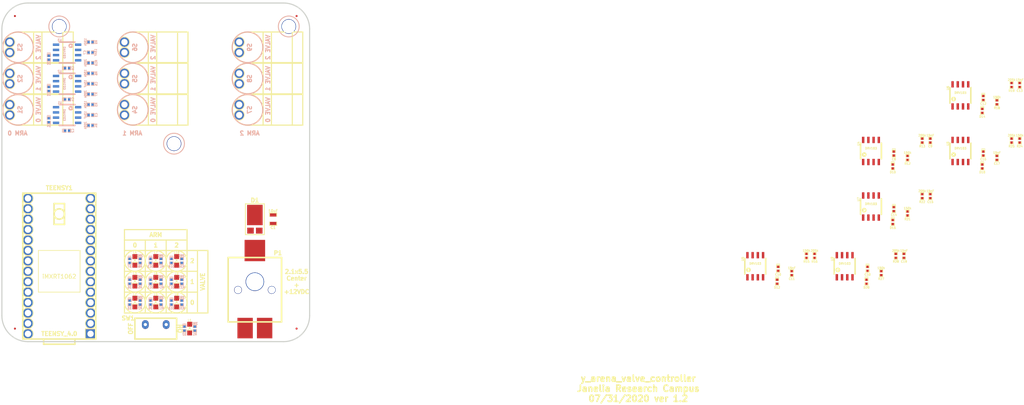
<source format=kicad_pcb>
(kicad_pcb (version 20171130) (host pcbnew 5.1.6-c6e7f7d~87~ubuntu20.04.1)

  (general
    (thickness 1.6)
    (drawings 90)
    (tracks 0)
    (zones 0)
    (modules 105)
    (nets 70)
  )

  (page A4)
  (title_block
    (title y_arena_valve_controller)
    (rev 1.1)
    (company Janelia)
  )

  (layers
    (0 F.Cu signal)
    (31 B.Cu signal)
    (32 B.Adhes user)
    (33 F.Adhes user)
    (34 B.Paste user)
    (35 F.Paste user)
    (36 B.SilkS user)
    (37 F.SilkS user)
    (38 B.Mask user)
    (39 F.Mask user)
    (40 Dwgs.User user)
    (41 Cmts.User user)
    (42 Eco1.User user)
    (43 Eco2.User user)
    (44 Edge.Cuts user)
    (45 Margin user)
    (46 B.CrtYd user)
    (47 F.CrtYd user)
    (48 B.Fab user hide)
    (49 F.Fab user hide)
  )

  (setup
    (last_trace_width 0.25)
    (trace_clearance 0.2)
    (zone_clearance 0.508)
    (zone_45_only no)
    (trace_min 0.2)
    (via_size 0.8)
    (via_drill 0.4)
    (via_min_size 0.4)
    (via_min_drill 0.3)
    (uvia_size 0.3)
    (uvia_drill 0.1)
    (uvias_allowed no)
    (uvia_min_size 0.2)
    (uvia_min_drill 0.1)
    (edge_width 0.05)
    (segment_width 0.2)
    (pcb_text_width 0.3)
    (pcb_text_size 1.5 1.5)
    (mod_edge_width 0.2794)
    (mod_text_size 1.016 1.016)
    (mod_text_width 0.254)
    (pad_size 1.524 1.524)
    (pad_drill 0.762)
    (pad_to_mask_clearance 0.05)
    (aux_axis_origin 0 0)
    (visible_elements FFFFFF7F)
    (pcbplotparams
      (layerselection 0x010f0_ffffffff)
      (usegerberextensions true)
      (usegerberattributes true)
      (usegerberadvancedattributes true)
      (creategerberjobfile true)
      (excludeedgelayer true)
      (linewidth 0.100000)
      (plotframeref false)
      (viasonmask false)
      (mode 1)
      (useauxorigin false)
      (hpglpennumber 1)
      (hpglpenspeed 20)
      (hpglpendiameter 15.000000)
      (psnegative false)
      (psa4output false)
      (plotreference true)
      (plotvalue true)
      (plotinvisibletext false)
      (padsonsilk false)
      (subtractmaskfromsilk true)
      (outputformat 1)
      (mirror false)
      (drillshape 0)
      (scaleselection 1)
      (outputdirectory "./gerbers/"))
  )

  (net 0 "")
  (net 1 /VALVE_0)
  (net 2 /VALVE_1)
  (net 3 /VALVE_2)
  (net 4 /VALVE_3)
  (net 5 /VALVE_4)
  (net 6 /VALVE_5)
  (net 7 /VALVE_6)
  (net 8 /VALVE_7)
  (net 9 /VALVE_8)
  (net 10 VAA)
  (net 11 GND)
  (net 12 VCC)
  (net 13 "Net-(C3-Pad1)")
  (net 14 "Net-(C5-Pad1)")
  (net 15 "Net-(C7-Pad1)")
  (net 16 "Net-(C9-Pad1)")
  (net 17 "Net-(C11-Pad1)")
  (net 18 "Net-(C13-Pad1)")
  (net 19 "Net-(C15-Pad1)")
  (net 20 "Net-(C17-Pad1)")
  (net 21 "Net-(C19-Pad1)")
  (net 22 /Vled)
  (net 23 "Net-(D2-Pad1)")
  (net 24 "Net-(D3-Pad1)")
  (net 25 /valve_0/SH)
  (net 26 "Net-(D5-Pad1)")
  (net 27 /valve_1/SH)
  (net 28 "Net-(D7-Pad1)")
  (net 29 /valve_2/SH)
  (net 30 "Net-(D9-Pad1)")
  (net 31 /valve_3/SH)
  (net 32 "Net-(D11-Pad1)")
  (net 33 /valve_4/SH)
  (net 34 "Net-(D13-Pad1)")
  (net 35 /valve_5/SH)
  (net 36 "Net-(D15-Pad1)")
  (net 37 /valve_6/SH)
  (net 38 "Net-(D17-Pad1)")
  (net 39 /valve_7/SH)
  (net 40 "Net-(D19-Pad1)")
  (net 41 /valve_8/SH)
  (net 42 "Net-(L1-Pad1)")
  (net 43 "Net-(L2-Pad1)")
  (net 44 "Net-(L3-Pad1)")
  (net 45 "Net-(L4-Pad1)")
  (net 46 "Net-(L5-Pad1)")
  (net 47 "Net-(L6-Pad1)")
  (net 48 "Net-(L7-Pad1)")
  (net 49 "Net-(L8-Pad1)")
  (net 50 "Net-(L9-Pad1)")
  (net 51 "Net-(L10-Pad1)")
  (net 52 "Net-(R3-Pad1)")
  (net 53 "Net-(R4-Pad1)")
  (net 54 "Net-(R6-Pad1)")
  (net 55 "Net-(R7-Pad1)")
  (net 56 "Net-(R9-Pad1)")
  (net 57 "Net-(R10-Pad1)")
  (net 58 "Net-(R12-Pad1)")
  (net 59 "Net-(R13-Pad1)")
  (net 60 "Net-(R15-Pad1)")
  (net 61 "Net-(R16-Pad1)")
  (net 62 "Net-(R18-Pad1)")
  (net 63 "Net-(R19-Pad1)")
  (net 64 "Net-(R21-Pad1)")
  (net 65 "Net-(R22-Pad1)")
  (net 66 "Net-(R24-Pad1)")
  (net 67 "Net-(R25-Pad1)")
  (net 68 "Net-(R27-Pad1)")
  (net 69 "Net-(R28-Pad1)")

  (net_class Default "This is the default net class."
    (clearance 0.2)
    (trace_width 0.25)
    (via_dia 0.8)
    (via_drill 0.4)
    (uvia_dia 0.3)
    (uvia_drill 0.1)
    (add_net /Vled)
    (add_net /valve_0/SH)
    (add_net /valve_1/SH)
    (add_net /valve_2/SH)
    (add_net /valve_3/SH)
    (add_net /valve_4/SH)
    (add_net /valve_5/SH)
    (add_net /valve_6/SH)
    (add_net /valve_7/SH)
    (add_net /valve_8/SH)
    (add_net "Net-(C11-Pad1)")
    (add_net "Net-(C13-Pad1)")
    (add_net "Net-(C15-Pad1)")
    (add_net "Net-(C17-Pad1)")
    (add_net "Net-(C19-Pad1)")
    (add_net "Net-(C3-Pad1)")
    (add_net "Net-(C5-Pad1)")
    (add_net "Net-(C7-Pad1)")
    (add_net "Net-(C9-Pad1)")
    (add_net "Net-(D11-Pad1)")
    (add_net "Net-(D13-Pad1)")
    (add_net "Net-(D15-Pad1)")
    (add_net "Net-(D17-Pad1)")
    (add_net "Net-(D19-Pad1)")
    (add_net "Net-(D2-Pad1)")
    (add_net "Net-(D3-Pad1)")
    (add_net "Net-(D5-Pad1)")
    (add_net "Net-(D7-Pad1)")
    (add_net "Net-(D9-Pad1)")
    (add_net "Net-(L1-Pad1)")
    (add_net "Net-(L10-Pad1)")
    (add_net "Net-(L2-Pad1)")
    (add_net "Net-(L3-Pad1)")
    (add_net "Net-(L4-Pad1)")
    (add_net "Net-(L5-Pad1)")
    (add_net "Net-(L6-Pad1)")
    (add_net "Net-(L7-Pad1)")
    (add_net "Net-(L8-Pad1)")
    (add_net "Net-(L9-Pad1)")
    (add_net "Net-(R10-Pad1)")
    (add_net "Net-(R12-Pad1)")
    (add_net "Net-(R13-Pad1)")
    (add_net "Net-(R15-Pad1)")
    (add_net "Net-(R16-Pad1)")
    (add_net "Net-(R18-Pad1)")
    (add_net "Net-(R19-Pad1)")
    (add_net "Net-(R21-Pad1)")
    (add_net "Net-(R22-Pad1)")
    (add_net "Net-(R24-Pad1)")
    (add_net "Net-(R25-Pad1)")
    (add_net "Net-(R27-Pad1)")
    (add_net "Net-(R28-Pad1)")
    (add_net "Net-(R3-Pad1)")
    (add_net "Net-(R4-Pad1)")
    (add_net "Net-(R6-Pad1)")
    (add_net "Net-(R7-Pad1)")
    (add_net "Net-(R9-Pad1)")
  )

  (net_class SUPERPOWER ""
    (clearance 0.1016)
    (trace_width 0.8128)
    (via_dia 0.889)
    (via_drill 0.635)
    (uvia_dia 0.508)
    (uvia_drill 0.127)
    (diff_pair_width 0.254)
    (diff_pair_gap 0.254)
    (add_net /VALVE_0)
    (add_net /VALVE_1)
    (add_net /VALVE_2)
    (add_net /VALVE_3)
    (add_net /VALVE_4)
    (add_net /VALVE_5)
    (add_net /VALVE_6)
    (add_net /VALVE_7)
    (add_net /VALVE_8)
    (add_net GND)
    (add_net VAA)
    (add_net VCC)
  )

  (module valve_spike_hold:SOIC_8 (layer B.Cu) (tedit 5F259394) (tstamp 5F247496)
    (at 66.675 78.105 270)
    (path /5F238750/5F23BA75)
    (fp_text reference U1 (at -3.048 1.778 180) (layer B.SilkS)
      (effects (font (size 0.508 0.508) (thickness 0.127)) (justify mirror))
    )
    (fp_text value DRV103 (at 0 0.635 90) (layer B.SilkS)
      (effects (font (size 0.508 0.508) (thickness 0.127)) (justify mirror))
    )
    (fp_circle (center -1.651 -0.889) (end -1.651 -0.508) (layer B.SilkS) (width 0.381))
    (fp_line (start -2.54 1.905) (end -2.54 -1.905) (layer B.SilkS) (width 0.381))
    (fp_line (start 2.54 1.905) (end 2.54 -1.905) (layer B.SilkS) (width 0.381))
    (pad 8 smd rect (at -1.905 2.6924 270) (size 0.59944 1.5494) (layers B.Cu B.Mask)
      (net 1 /VALVE_0) (solder_mask_margin 0.0762) (clearance 0.1524))
    (pad 7 smd rect (at -0.635 2.6924 270) (size 0.59944 1.5494) (layers B.Cu B.Mask)
      (solder_mask_margin 0.0762) (clearance 0.1524))
    (pad 6 smd rect (at 0.635 2.6924 270) (size 0.59944 1.5494) (layers B.Cu B.Mask)
      (net 12 VCC) (solder_mask_margin 0.0762) (clearance 0.1524))
    (pad 5 smd rect (at 1.905 2.6924 270) (size 0.59944 1.5494) (layers B.Cu B.Mask)
      (net 25 /valve_0/SH) (solder_mask_margin 0.0762) (clearance 0.1524))
    (pad 4 smd rect (at 1.905 -2.6924 270) (size 0.59944 1.5494) (layers B.Cu B.Mask)
      (net 11 GND) (solder_mask_margin 0.0762) (clearance 0.1524))
    (pad 3 smd rect (at 0.635 -2.6924 270) (size 0.59944 1.5494) (layers B.Cu B.Mask)
      (net 53 "Net-(R4-Pad1)") (solder_mask_margin 0.0762) (clearance 0.1524))
    (pad 2 smd rect (at -0.635 -2.6924 270) (size 0.59944 1.5494) (layers B.Cu B.Mask)
      (net 13 "Net-(C3-Pad1)") (solder_mask_margin 0.0762) (clearance 0.1524))
    (pad 1 smd rect (at -1.905 -2.6924 270) (size 0.59944 1.5494) (layers B.Cu B.Mask)
      (net 52 "Net-(R3-Pad1)") (solder_mask_margin 0.0762) (clearance 0.1524))
  )

  (module valve_spike_hold:SOIC_8 (layer B.Cu) (tedit 5F259394) (tstamp 5F2474A5)
    (at 66.675 70.485 270)
    (path /5F2C7F20/5F23BA75)
    (fp_text reference U2 (at -3.048 1.778 180) (layer B.SilkS)
      (effects (font (size 0.508 0.508) (thickness 0.127)) (justify mirror))
    )
    (fp_text value DRV103 (at 0 0.635 90) (layer B.SilkS)
      (effects (font (size 0.508 0.508) (thickness 0.127)) (justify mirror))
    )
    (fp_circle (center -1.651 -0.889) (end -1.651 -0.508) (layer B.SilkS) (width 0.381))
    (fp_line (start -2.54 1.905) (end -2.54 -1.905) (layer B.SilkS) (width 0.381))
    (fp_line (start 2.54 1.905) (end 2.54 -1.905) (layer B.SilkS) (width 0.381))
    (pad 8 smd rect (at -1.905 2.6924 270) (size 0.59944 1.5494) (layers B.Cu B.Mask)
      (net 2 /VALVE_1) (solder_mask_margin 0.0762) (clearance 0.1524))
    (pad 7 smd rect (at -0.635 2.6924 270) (size 0.59944 1.5494) (layers B.Cu B.Mask)
      (solder_mask_margin 0.0762) (clearance 0.1524))
    (pad 6 smd rect (at 0.635 2.6924 270) (size 0.59944 1.5494) (layers B.Cu B.Mask)
      (net 12 VCC) (solder_mask_margin 0.0762) (clearance 0.1524))
    (pad 5 smd rect (at 1.905 2.6924 270) (size 0.59944 1.5494) (layers B.Cu B.Mask)
      (net 27 /valve_1/SH) (solder_mask_margin 0.0762) (clearance 0.1524))
    (pad 4 smd rect (at 1.905 -2.6924 270) (size 0.59944 1.5494) (layers B.Cu B.Mask)
      (net 11 GND) (solder_mask_margin 0.0762) (clearance 0.1524))
    (pad 3 smd rect (at 0.635 -2.6924 270) (size 0.59944 1.5494) (layers B.Cu B.Mask)
      (net 55 "Net-(R7-Pad1)") (solder_mask_margin 0.0762) (clearance 0.1524))
    (pad 2 smd rect (at -0.635 -2.6924 270) (size 0.59944 1.5494) (layers B.Cu B.Mask)
      (net 14 "Net-(C5-Pad1)") (solder_mask_margin 0.0762) (clearance 0.1524))
    (pad 1 smd rect (at -1.905 -2.6924 270) (size 0.59944 1.5494) (layers B.Cu B.Mask)
      (net 54 "Net-(R6-Pad1)") (solder_mask_margin 0.0762) (clearance 0.1524))
  )

  (module valve_spike_hold:SOIC_8 (layer B.Cu) (tedit 5F259394) (tstamp 5F2474B4)
    (at 66.675 62.865 270)
    (path /5F2EACF4/5F23BA75)
    (fp_text reference U3 (at -3.048 1.778 180) (layer B.SilkS)
      (effects (font (size 0.508 0.508) (thickness 0.127)) (justify mirror))
    )
    (fp_text value DRV103 (at 0 0.635 90) (layer B.SilkS)
      (effects (font (size 0.508 0.508) (thickness 0.127)) (justify mirror))
    )
    (fp_circle (center -1.651 -0.889) (end -1.651 -0.508) (layer B.SilkS) (width 0.381))
    (fp_line (start -2.54 1.905) (end -2.54 -1.905) (layer B.SilkS) (width 0.381))
    (fp_line (start 2.54 1.905) (end 2.54 -1.905) (layer B.SilkS) (width 0.381))
    (pad 8 smd rect (at -1.905 2.6924 270) (size 0.59944 1.5494) (layers B.Cu B.Mask)
      (net 3 /VALVE_2) (solder_mask_margin 0.0762) (clearance 0.1524))
    (pad 7 smd rect (at -0.635 2.6924 270) (size 0.59944 1.5494) (layers B.Cu B.Mask)
      (solder_mask_margin 0.0762) (clearance 0.1524))
    (pad 6 smd rect (at 0.635 2.6924 270) (size 0.59944 1.5494) (layers B.Cu B.Mask)
      (net 12 VCC) (solder_mask_margin 0.0762) (clearance 0.1524))
    (pad 5 smd rect (at 1.905 2.6924 270) (size 0.59944 1.5494) (layers B.Cu B.Mask)
      (net 29 /valve_2/SH) (solder_mask_margin 0.0762) (clearance 0.1524))
    (pad 4 smd rect (at 1.905 -2.6924 270) (size 0.59944 1.5494) (layers B.Cu B.Mask)
      (net 11 GND) (solder_mask_margin 0.0762) (clearance 0.1524))
    (pad 3 smd rect (at 0.635 -2.6924 270) (size 0.59944 1.5494) (layers B.Cu B.Mask)
      (net 57 "Net-(R10-Pad1)") (solder_mask_margin 0.0762) (clearance 0.1524))
    (pad 2 smd rect (at -0.635 -2.6924 270) (size 0.59944 1.5494) (layers B.Cu B.Mask)
      (net 15 "Net-(C7-Pad1)") (solder_mask_margin 0.0762) (clearance 0.1524))
    (pad 1 smd rect (at -1.905 -2.6924 270) (size 0.59944 1.5494) (layers B.Cu B.Mask)
      (net 56 "Net-(R9-Pad1)") (solder_mask_margin 0.0762) (clearance 0.1524))
  )

  (module valve_spike_hold:SOIC_8 (layer F.Cu) (tedit 5F259394) (tstamp 5F2474C3)
    (at 262.410501 86.8671)
    (path /5F2EACFA/5F23BA75)
    (fp_text reference U4 (at -3.048 -1.778 90) (layer F.SilkS)
      (effects (font (size 0.508 0.508) (thickness 0.127)))
    )
    (fp_text value DRV103 (at 0 -0.635) (layer F.SilkS)
      (effects (font (size 0.508 0.508) (thickness 0.127)))
    )
    (fp_circle (center -1.651 0.889) (end -1.651 0.508) (layer F.SilkS) (width 0.381))
    (fp_line (start -2.54 -1.905) (end -2.54 1.905) (layer F.SilkS) (width 0.381))
    (fp_line (start 2.54 -1.905) (end 2.54 1.905) (layer F.SilkS) (width 0.381))
    (pad 8 smd rect (at -1.905 -2.6924) (size 0.59944 1.5494) (layers F.Cu F.Mask)
      (net 4 /VALVE_3) (solder_mask_margin 0.0762) (clearance 0.1524))
    (pad 7 smd rect (at -0.635 -2.6924) (size 0.59944 1.5494) (layers F.Cu F.Mask)
      (solder_mask_margin 0.0762) (clearance 0.1524))
    (pad 6 smd rect (at 0.635 -2.6924) (size 0.59944 1.5494) (layers F.Cu F.Mask)
      (net 12 VCC) (solder_mask_margin 0.0762) (clearance 0.1524))
    (pad 5 smd rect (at 1.905 -2.6924) (size 0.59944 1.5494) (layers F.Cu F.Mask)
      (net 31 /valve_3/SH) (solder_mask_margin 0.0762) (clearance 0.1524))
    (pad 4 smd rect (at 1.905 2.6924) (size 0.59944 1.5494) (layers F.Cu F.Mask)
      (net 11 GND) (solder_mask_margin 0.0762) (clearance 0.1524))
    (pad 3 smd rect (at 0.635 2.6924) (size 0.59944 1.5494) (layers F.Cu F.Mask)
      (net 59 "Net-(R13-Pad1)") (solder_mask_margin 0.0762) (clearance 0.1524))
    (pad 2 smd rect (at -0.635 2.6924) (size 0.59944 1.5494) (layers F.Cu F.Mask)
      (net 16 "Net-(C9-Pad1)") (solder_mask_margin 0.0762) (clearance 0.1524))
    (pad 1 smd rect (at -1.905 2.6924) (size 0.59944 1.5494) (layers F.Cu F.Mask)
      (net 58 "Net-(R12-Pad1)") (solder_mask_margin 0.0762) (clearance 0.1524))
  )

  (module valve_spike_hold:SOIC_8 (layer F.Cu) (tedit 5F259394) (tstamp 5F2474D2)
    (at 234.230501 114.9671)
    (path /5F2ED13A/5F23BA75)
    (fp_text reference U5 (at -3.048 -1.778 90) (layer F.SilkS)
      (effects (font (size 0.508 0.508) (thickness 0.127)))
    )
    (fp_text value DRV103 (at 0 -0.635) (layer F.SilkS)
      (effects (font (size 0.508 0.508) (thickness 0.127)))
    )
    (fp_circle (center -1.651 0.889) (end -1.651 0.508) (layer F.SilkS) (width 0.381))
    (fp_line (start -2.54 -1.905) (end -2.54 1.905) (layer F.SilkS) (width 0.381))
    (fp_line (start 2.54 -1.905) (end 2.54 1.905) (layer F.SilkS) (width 0.381))
    (pad 8 smd rect (at -1.905 -2.6924) (size 0.59944 1.5494) (layers F.Cu F.Mask)
      (net 5 /VALVE_4) (solder_mask_margin 0.0762) (clearance 0.1524))
    (pad 7 smd rect (at -0.635 -2.6924) (size 0.59944 1.5494) (layers F.Cu F.Mask)
      (solder_mask_margin 0.0762) (clearance 0.1524))
    (pad 6 smd rect (at 0.635 -2.6924) (size 0.59944 1.5494) (layers F.Cu F.Mask)
      (net 12 VCC) (solder_mask_margin 0.0762) (clearance 0.1524))
    (pad 5 smd rect (at 1.905 -2.6924) (size 0.59944 1.5494) (layers F.Cu F.Mask)
      (net 33 /valve_4/SH) (solder_mask_margin 0.0762) (clearance 0.1524))
    (pad 4 smd rect (at 1.905 2.6924) (size 0.59944 1.5494) (layers F.Cu F.Mask)
      (net 11 GND) (solder_mask_margin 0.0762) (clearance 0.1524))
    (pad 3 smd rect (at 0.635 2.6924) (size 0.59944 1.5494) (layers F.Cu F.Mask)
      (net 61 "Net-(R16-Pad1)") (solder_mask_margin 0.0762) (clearance 0.1524))
    (pad 2 smd rect (at -0.635 2.6924) (size 0.59944 1.5494) (layers F.Cu F.Mask)
      (net 17 "Net-(C11-Pad1)") (solder_mask_margin 0.0762) (clearance 0.1524))
    (pad 1 smd rect (at -1.905 2.6924) (size 0.59944 1.5494) (layers F.Cu F.Mask)
      (net 60 "Net-(R15-Pad1)") (solder_mask_margin 0.0762) (clearance 0.1524))
  )

  (module valve_spike_hold:SOIC_8 (layer F.Cu) (tedit 5F259394) (tstamp 5F2474E1)
    (at 284.180501 73.3171)
    (path /5F2ED140/5F23BA75)
    (fp_text reference U6 (at -3.048 -1.778 90) (layer F.SilkS)
      (effects (font (size 0.508 0.508) (thickness 0.127)))
    )
    (fp_text value DRV103 (at 0 -0.635) (layer F.SilkS)
      (effects (font (size 0.508 0.508) (thickness 0.127)))
    )
    (fp_circle (center -1.651 0.889) (end -1.651 0.508) (layer F.SilkS) (width 0.381))
    (fp_line (start -2.54 -1.905) (end -2.54 1.905) (layer F.SilkS) (width 0.381))
    (fp_line (start 2.54 -1.905) (end 2.54 1.905) (layer F.SilkS) (width 0.381))
    (pad 8 smd rect (at -1.905 -2.6924) (size 0.59944 1.5494) (layers F.Cu F.Mask)
      (net 6 /VALVE_5) (solder_mask_margin 0.0762) (clearance 0.1524))
    (pad 7 smd rect (at -0.635 -2.6924) (size 0.59944 1.5494) (layers F.Cu F.Mask)
      (solder_mask_margin 0.0762) (clearance 0.1524))
    (pad 6 smd rect (at 0.635 -2.6924) (size 0.59944 1.5494) (layers F.Cu F.Mask)
      (net 12 VCC) (solder_mask_margin 0.0762) (clearance 0.1524))
    (pad 5 smd rect (at 1.905 -2.6924) (size 0.59944 1.5494) (layers F.Cu F.Mask)
      (net 35 /valve_5/SH) (solder_mask_margin 0.0762) (clearance 0.1524))
    (pad 4 smd rect (at 1.905 2.6924) (size 0.59944 1.5494) (layers F.Cu F.Mask)
      (net 11 GND) (solder_mask_margin 0.0762) (clearance 0.1524))
    (pad 3 smd rect (at 0.635 2.6924) (size 0.59944 1.5494) (layers F.Cu F.Mask)
      (net 63 "Net-(R19-Pad1)") (solder_mask_margin 0.0762) (clearance 0.1524))
    (pad 2 smd rect (at -0.635 2.6924) (size 0.59944 1.5494) (layers F.Cu F.Mask)
      (net 18 "Net-(C13-Pad1)") (solder_mask_margin 0.0762) (clearance 0.1524))
    (pad 1 smd rect (at -1.905 2.6924) (size 0.59944 1.5494) (layers F.Cu F.Mask)
      (net 62 "Net-(R18-Pad1)") (solder_mask_margin 0.0762) (clearance 0.1524))
  )

  (module valve_spike_hold:SOIC_8 (layer F.Cu) (tedit 5F259394) (tstamp 5F2474F0)
    (at 262.410501 100.4171)
    (path /5F2ED17E/5F23BA75)
    (fp_text reference U7 (at -3.048 -1.778 90) (layer F.SilkS)
      (effects (font (size 0.508 0.508) (thickness 0.127)))
    )
    (fp_text value DRV103 (at 0 -0.635) (layer F.SilkS)
      (effects (font (size 0.508 0.508) (thickness 0.127)))
    )
    (fp_circle (center -1.651 0.889) (end -1.651 0.508) (layer F.SilkS) (width 0.381))
    (fp_line (start -2.54 -1.905) (end -2.54 1.905) (layer F.SilkS) (width 0.381))
    (fp_line (start 2.54 -1.905) (end 2.54 1.905) (layer F.SilkS) (width 0.381))
    (pad 8 smd rect (at -1.905 -2.6924) (size 0.59944 1.5494) (layers F.Cu F.Mask)
      (net 7 /VALVE_6) (solder_mask_margin 0.0762) (clearance 0.1524))
    (pad 7 smd rect (at -0.635 -2.6924) (size 0.59944 1.5494) (layers F.Cu F.Mask)
      (solder_mask_margin 0.0762) (clearance 0.1524))
    (pad 6 smd rect (at 0.635 -2.6924) (size 0.59944 1.5494) (layers F.Cu F.Mask)
      (net 12 VCC) (solder_mask_margin 0.0762) (clearance 0.1524))
    (pad 5 smd rect (at 1.905 -2.6924) (size 0.59944 1.5494) (layers F.Cu F.Mask)
      (net 37 /valve_6/SH) (solder_mask_margin 0.0762) (clearance 0.1524))
    (pad 4 smd rect (at 1.905 2.6924) (size 0.59944 1.5494) (layers F.Cu F.Mask)
      (net 11 GND) (solder_mask_margin 0.0762) (clearance 0.1524))
    (pad 3 smd rect (at 0.635 2.6924) (size 0.59944 1.5494) (layers F.Cu F.Mask)
      (net 65 "Net-(R22-Pad1)") (solder_mask_margin 0.0762) (clearance 0.1524))
    (pad 2 smd rect (at -0.635 2.6924) (size 0.59944 1.5494) (layers F.Cu F.Mask)
      (net 19 "Net-(C15-Pad1)") (solder_mask_margin 0.0762) (clearance 0.1524))
    (pad 1 smd rect (at -1.905 2.6924) (size 0.59944 1.5494) (layers F.Cu F.Mask)
      (net 64 "Net-(R21-Pad1)") (solder_mask_margin 0.0762) (clearance 0.1524))
  )

  (module valve_spike_hold:SOIC_8 (layer F.Cu) (tedit 5F259394) (tstamp 5F2474FF)
    (at 284.180501 86.8671)
    (path /5F2ED184/5F23BA75)
    (fp_text reference U8 (at -3.048 -1.778 90) (layer F.SilkS)
      (effects (font (size 0.508 0.508) (thickness 0.127)))
    )
    (fp_text value DRV103 (at 0 -0.635) (layer F.SilkS)
      (effects (font (size 0.508 0.508) (thickness 0.127)))
    )
    (fp_circle (center -1.651 0.889) (end -1.651 0.508) (layer F.SilkS) (width 0.381))
    (fp_line (start -2.54 -1.905) (end -2.54 1.905) (layer F.SilkS) (width 0.381))
    (fp_line (start 2.54 -1.905) (end 2.54 1.905) (layer F.SilkS) (width 0.381))
    (pad 8 smd rect (at -1.905 -2.6924) (size 0.59944 1.5494) (layers F.Cu F.Mask)
      (net 8 /VALVE_7) (solder_mask_margin 0.0762) (clearance 0.1524))
    (pad 7 smd rect (at -0.635 -2.6924) (size 0.59944 1.5494) (layers F.Cu F.Mask)
      (solder_mask_margin 0.0762) (clearance 0.1524))
    (pad 6 smd rect (at 0.635 -2.6924) (size 0.59944 1.5494) (layers F.Cu F.Mask)
      (net 12 VCC) (solder_mask_margin 0.0762) (clearance 0.1524))
    (pad 5 smd rect (at 1.905 -2.6924) (size 0.59944 1.5494) (layers F.Cu F.Mask)
      (net 39 /valve_7/SH) (solder_mask_margin 0.0762) (clearance 0.1524))
    (pad 4 smd rect (at 1.905 2.6924) (size 0.59944 1.5494) (layers F.Cu F.Mask)
      (net 11 GND) (solder_mask_margin 0.0762) (clearance 0.1524))
    (pad 3 smd rect (at 0.635 2.6924) (size 0.59944 1.5494) (layers F.Cu F.Mask)
      (net 67 "Net-(R25-Pad1)") (solder_mask_margin 0.0762) (clearance 0.1524))
    (pad 2 smd rect (at -0.635 2.6924) (size 0.59944 1.5494) (layers F.Cu F.Mask)
      (net 20 "Net-(C17-Pad1)") (solder_mask_margin 0.0762) (clearance 0.1524))
    (pad 1 smd rect (at -1.905 2.6924) (size 0.59944 1.5494) (layers F.Cu F.Mask)
      (net 66 "Net-(R24-Pad1)") (solder_mask_margin 0.0762) (clearance 0.1524))
  )

  (module valve_spike_hold:SOIC_8 (layer F.Cu) (tedit 5F259394) (tstamp 5F24750E)
    (at 256.000501 114.9671)
    (path /5F2F1BA8/5F23BA75)
    (fp_text reference U9 (at -3.048 -1.778 90) (layer F.SilkS)
      (effects (font (size 0.508 0.508) (thickness 0.127)))
    )
    (fp_text value DRV103 (at 0 -0.635) (layer F.SilkS)
      (effects (font (size 0.508 0.508) (thickness 0.127)))
    )
    (fp_circle (center -1.651 0.889) (end -1.651 0.508) (layer F.SilkS) (width 0.381))
    (fp_line (start -2.54 -1.905) (end -2.54 1.905) (layer F.SilkS) (width 0.381))
    (fp_line (start 2.54 -1.905) (end 2.54 1.905) (layer F.SilkS) (width 0.381))
    (pad 8 smd rect (at -1.905 -2.6924) (size 0.59944 1.5494) (layers F.Cu F.Mask)
      (net 9 /VALVE_8) (solder_mask_margin 0.0762) (clearance 0.1524))
    (pad 7 smd rect (at -0.635 -2.6924) (size 0.59944 1.5494) (layers F.Cu F.Mask)
      (solder_mask_margin 0.0762) (clearance 0.1524))
    (pad 6 smd rect (at 0.635 -2.6924) (size 0.59944 1.5494) (layers F.Cu F.Mask)
      (net 12 VCC) (solder_mask_margin 0.0762) (clearance 0.1524))
    (pad 5 smd rect (at 1.905 -2.6924) (size 0.59944 1.5494) (layers F.Cu F.Mask)
      (net 41 /valve_8/SH) (solder_mask_margin 0.0762) (clearance 0.1524))
    (pad 4 smd rect (at 1.905 2.6924) (size 0.59944 1.5494) (layers F.Cu F.Mask)
      (net 11 GND) (solder_mask_margin 0.0762) (clearance 0.1524))
    (pad 3 smd rect (at 0.635 2.6924) (size 0.59944 1.5494) (layers F.Cu F.Mask)
      (net 69 "Net-(R28-Pad1)") (solder_mask_margin 0.0762) (clearance 0.1524))
    (pad 2 smd rect (at -0.635 2.6924) (size 0.59944 1.5494) (layers F.Cu F.Mask)
      (net 21 "Net-(C19-Pad1)") (solder_mask_margin 0.0762) (clearance 0.1524))
    (pad 1 smd rect (at -1.905 2.6924) (size 0.59944 1.5494) (layers F.Cu F.Mask)
      (net 68 "Net-(R27-Pad1)") (solder_mask_margin 0.0762) (clearance 0.1524))
  )

  (module y_arena_valve_controller:SPST_SLIDE_AS (layer F.Cu) (tedit 5F258ED2) (tstamp 5F247439)
    (at 88.265 130.175 270)
    (path /5F29201E)
    (fp_text reference SW1 (at -2.54 6.731) (layer F.SilkS)
      (effects (font (size 1.016 1.016) (thickness 0.254)))
    )
    (fp_text value SLIDE_SWITCH_AS_SPST (at 3.81 0) (layer F.SilkS) hide
      (effects (font (size 1.016 1.016) (thickness 0.254)))
    )
    (fp_text user ON (at 0 -5.969 90) (layer F.SilkS)
      (effects (font (size 1.016 1.016) (thickness 0.254)))
    )
    (fp_text user OFF (at 0 6.096 90) (layer F.SilkS)
      (effects (font (size 1.016 1.016) (thickness 0.254)))
    )
    (fp_line (start -2.54 -5.08) (end 2.54 -5.08) (layer F.SilkS) (width 0.381))
    (fp_line (start 2.54 -5.08) (end 2.54 5.08) (layer F.SilkS) (width 0.381))
    (fp_line (start 2.54 5.08) (end -2.54 5.08) (layer F.SilkS) (width 0.381))
    (fp_line (start -2.54 5.08) (end -2.54 -5.08) (layer F.SilkS) (width 0.381))
    (pad 3 thru_hole oval (at -0.9906 2.54 270) (size 2.159 1.651) (drill 0.7874) (layers *.Cu *.Mask)
      (net 22 /Vled))
    (pad 1 thru_hole oval (at -0.9906 -2.54 270) (size 2.159 1.651) (drill 0.7874) (layers *.Cu *.Mask)
      (net 12 VCC))
  )

  (module valve_spike_hold:SM0402_POL (layer B.Cu) (tedit 5F258804) (tstamp 5F25898C)
    (at 81.915 123.825 180)
    (tags "CMS SM")
    (path /5F238750/5F26049A)
    (attr smd)
    (fp_text reference D3 (at 0 -1.397 180) (layer B.SilkS)
      (effects (font (size 0.508 0.508) (thickness 0.127)) (justify mirror))
    )
    (fp_text value DIODE_LOW_REV_CURRENT_0402 (at -0.889 0 270) (layer B.Fab)
      (effects (font (size 0.508 0.508) (thickness 0.127)) (justify mirror))
    )
    (fp_line (start -0.4 -0.85) (end -0.4 -0.2) (layer B.SilkS) (width 0.1778))
    (fp_line (start 0.4 -0.85) (end -0.4 -0.85) (layer B.SilkS) (width 0.1778))
    (fp_line (start 0.4 -0.2) (end 0.4 -0.85) (layer B.SilkS) (width 0.1778))
    (fp_line (start -0.4 0.85) (end -0.4 0.2) (layer B.SilkS) (width 0.1778))
    (fp_line (start 0.4 0.85) (end -0.4 0.85) (layer B.SilkS) (width 0.1778))
    (fp_line (start 0.4 0.2) (end 0.4 0.85) (layer B.SilkS) (width 0.1778))
    (fp_line (start 0.4 1.143) (end -0.4 1.143) (layer B.SilkS) (width 0.1778))
    (pad 2 smd rect (at 0 -0.5 270) (size 0.6 0.7) (layers B.Cu B.Paste B.Mask)
      (net 22 /Vled))
    (pad 1 smd rect (at 0 0.5 270) (size 0.6 0.7) (layers B.Cu B.Paste B.Mask)
      (net 24 "Net-(D3-Pad1)"))
    (model smd/chip_cms.wrl
      (at (xyz 0 0 0))
      (scale (xyz 0.17 0.2 0.17))
      (rotate (xyz 0 0 0))
    )
  )

  (module valve_spike_hold:SM0402_POL (layer B.Cu) (tedit 5F258804) (tstamp 5F258998)
    (at 62.23 79.375 180)
    (tags "CMS SM")
    (path /5F238750/5F26A8AE)
    (attr smd)
    (fp_text reference D4 (at 0 -1.397 180) (layer B.SilkS)
      (effects (font (size 0.508 0.508) (thickness 0.127)) (justify mirror))
    )
    (fp_text value DIODE_SCHOTTKY_0402 (at -0.889 0 270) (layer B.Fab)
      (effects (font (size 0.508 0.508) (thickness 0.127)) (justify mirror))
    )
    (fp_line (start -0.4 -0.85) (end -0.4 -0.2) (layer B.SilkS) (width 0.1778))
    (fp_line (start 0.4 -0.85) (end -0.4 -0.85) (layer B.SilkS) (width 0.1778))
    (fp_line (start 0.4 -0.2) (end 0.4 -0.85) (layer B.SilkS) (width 0.1778))
    (fp_line (start -0.4 0.85) (end -0.4 0.2) (layer B.SilkS) (width 0.1778))
    (fp_line (start 0.4 0.85) (end -0.4 0.85) (layer B.SilkS) (width 0.1778))
    (fp_line (start 0.4 0.2) (end 0.4 0.85) (layer B.SilkS) (width 0.1778))
    (fp_line (start 0.4 1.143) (end -0.4 1.143) (layer B.SilkS) (width 0.1778))
    (pad 2 smd rect (at 0 -0.5 270) (size 0.6 0.7) (layers B.Cu B.Paste B.Mask)
      (net 25 /valve_0/SH))
    (pad 1 smd rect (at 0 0.5 270) (size 0.6 0.7) (layers B.Cu B.Paste B.Mask)
      (net 12 VCC))
    (model smd/chip_cms.wrl
      (at (xyz 0 0 0))
      (scale (xyz 0.17 0.2 0.17))
      (rotate (xyz 0 0 0))
    )
  )

  (module valve_spike_hold:SM0402_POL (layer B.Cu) (tedit 5F258804) (tstamp 5F2589A4)
    (at 81.915 118.745 180)
    (tags "CMS SM")
    (path /5F2C7F20/5F26049A)
    (attr smd)
    (fp_text reference D5 (at 0 -1.397 180) (layer B.SilkS)
      (effects (font (size 0.508 0.508) (thickness 0.127)) (justify mirror))
    )
    (fp_text value DIODE_LOW_REV_CURRENT_0402 (at -0.889 0 270) (layer B.Fab)
      (effects (font (size 0.508 0.508) (thickness 0.127)) (justify mirror))
    )
    (fp_line (start -0.4 -0.85) (end -0.4 -0.2) (layer B.SilkS) (width 0.1778))
    (fp_line (start 0.4 -0.85) (end -0.4 -0.85) (layer B.SilkS) (width 0.1778))
    (fp_line (start 0.4 -0.2) (end 0.4 -0.85) (layer B.SilkS) (width 0.1778))
    (fp_line (start -0.4 0.85) (end -0.4 0.2) (layer B.SilkS) (width 0.1778))
    (fp_line (start 0.4 0.85) (end -0.4 0.85) (layer B.SilkS) (width 0.1778))
    (fp_line (start 0.4 0.2) (end 0.4 0.85) (layer B.SilkS) (width 0.1778))
    (fp_line (start 0.4 1.143) (end -0.4 1.143) (layer B.SilkS) (width 0.1778))
    (pad 2 smd rect (at 0 -0.5 270) (size 0.6 0.7) (layers B.Cu B.Paste B.Mask)
      (net 22 /Vled))
    (pad 1 smd rect (at 0 0.5 270) (size 0.6 0.7) (layers B.Cu B.Paste B.Mask)
      (net 26 "Net-(D5-Pad1)"))
    (model smd/chip_cms.wrl
      (at (xyz 0 0 0))
      (scale (xyz 0.17 0.2 0.17))
      (rotate (xyz 0 0 0))
    )
  )

  (module valve_spike_hold:SM0402_POL (layer B.Cu) (tedit 5F258804) (tstamp 5F2589B0)
    (at 62.23 71.755 180)
    (tags "CMS SM")
    (path /5F2C7F20/5F26A8AE)
    (attr smd)
    (fp_text reference D6 (at 0 -1.397 180) (layer B.SilkS)
      (effects (font (size 0.508 0.508) (thickness 0.127)) (justify mirror))
    )
    (fp_text value DIODE_SCHOTTKY_0402 (at -0.889 0 270) (layer B.Fab)
      (effects (font (size 0.508 0.508) (thickness 0.127)) (justify mirror))
    )
    (fp_line (start -0.4 -0.85) (end -0.4 -0.2) (layer B.SilkS) (width 0.1778))
    (fp_line (start 0.4 -0.85) (end -0.4 -0.85) (layer B.SilkS) (width 0.1778))
    (fp_line (start 0.4 -0.2) (end 0.4 -0.85) (layer B.SilkS) (width 0.1778))
    (fp_line (start -0.4 0.85) (end -0.4 0.2) (layer B.SilkS) (width 0.1778))
    (fp_line (start 0.4 0.85) (end -0.4 0.85) (layer B.SilkS) (width 0.1778))
    (fp_line (start 0.4 0.2) (end 0.4 0.85) (layer B.SilkS) (width 0.1778))
    (fp_line (start 0.4 1.143) (end -0.4 1.143) (layer B.SilkS) (width 0.1778))
    (pad 2 smd rect (at 0 -0.5 270) (size 0.6 0.7) (layers B.Cu B.Paste B.Mask)
      (net 27 /valve_1/SH))
    (pad 1 smd rect (at 0 0.5 270) (size 0.6 0.7) (layers B.Cu B.Paste B.Mask)
      (net 12 VCC))
    (model smd/chip_cms.wrl
      (at (xyz 0 0 0))
      (scale (xyz 0.17 0.2 0.17))
      (rotate (xyz 0 0 0))
    )
  )

  (module valve_spike_hold:SM0402_POL (layer B.Cu) (tedit 5F258804) (tstamp 5F2589BC)
    (at 81.915 113.665 180)
    (tags "CMS SM")
    (path /5F2EACF4/5F26049A)
    (attr smd)
    (fp_text reference D7 (at 0 -1.397 180) (layer B.SilkS)
      (effects (font (size 0.508 0.508) (thickness 0.127)) (justify mirror))
    )
    (fp_text value DIODE_LOW_REV_CURRENT_0402 (at -0.889 0 270) (layer B.Fab)
      (effects (font (size 0.508 0.508) (thickness 0.127)) (justify mirror))
    )
    (fp_line (start -0.4 -0.85) (end -0.4 -0.2) (layer B.SilkS) (width 0.1778))
    (fp_line (start 0.4 -0.85) (end -0.4 -0.85) (layer B.SilkS) (width 0.1778))
    (fp_line (start 0.4 -0.2) (end 0.4 -0.85) (layer B.SilkS) (width 0.1778))
    (fp_line (start -0.4 0.85) (end -0.4 0.2) (layer B.SilkS) (width 0.1778))
    (fp_line (start 0.4 0.85) (end -0.4 0.85) (layer B.SilkS) (width 0.1778))
    (fp_line (start 0.4 0.2) (end 0.4 0.85) (layer B.SilkS) (width 0.1778))
    (fp_line (start 0.4 1.143) (end -0.4 1.143) (layer B.SilkS) (width 0.1778))
    (pad 2 smd rect (at 0 -0.5 270) (size 0.6 0.7) (layers B.Cu B.Paste B.Mask)
      (net 22 /Vled))
    (pad 1 smd rect (at 0 0.5 270) (size 0.6 0.7) (layers B.Cu B.Paste B.Mask)
      (net 28 "Net-(D7-Pad1)"))
    (model smd/chip_cms.wrl
      (at (xyz 0 0 0))
      (scale (xyz 0.17 0.2 0.17))
      (rotate (xyz 0 0 0))
    )
  )

  (module valve_spike_hold:SM0402_POL (layer B.Cu) (tedit 5F258804) (tstamp 5F2589C8)
    (at 62.23 64.135 180)
    (tags "CMS SM")
    (path /5F2EACF4/5F26A8AE)
    (attr smd)
    (fp_text reference D8 (at 0 -1.397 180) (layer B.SilkS)
      (effects (font (size 0.508 0.508) (thickness 0.127)) (justify mirror))
    )
    (fp_text value DIODE_SCHOTTKY_0402 (at -0.889 0 270) (layer B.Fab)
      (effects (font (size 0.508 0.508) (thickness 0.127)) (justify mirror))
    )
    (fp_line (start -0.4 -0.85) (end -0.4 -0.2) (layer B.SilkS) (width 0.1778))
    (fp_line (start 0.4 -0.85) (end -0.4 -0.85) (layer B.SilkS) (width 0.1778))
    (fp_line (start 0.4 -0.2) (end 0.4 -0.85) (layer B.SilkS) (width 0.1778))
    (fp_line (start -0.4 0.85) (end -0.4 0.2) (layer B.SilkS) (width 0.1778))
    (fp_line (start 0.4 0.85) (end -0.4 0.85) (layer B.SilkS) (width 0.1778))
    (fp_line (start 0.4 0.2) (end 0.4 0.85) (layer B.SilkS) (width 0.1778))
    (fp_line (start 0.4 1.143) (end -0.4 1.143) (layer B.SilkS) (width 0.1778))
    (pad 2 smd rect (at 0 -0.5 270) (size 0.6 0.7) (layers B.Cu B.Paste B.Mask)
      (net 29 /valve_2/SH))
    (pad 1 smd rect (at 0 0.5 270) (size 0.6 0.7) (layers B.Cu B.Paste B.Mask)
      (net 12 VCC))
    (model smd/chip_cms.wrl
      (at (xyz 0 0 0))
      (scale (xyz 0.17 0.2 0.17))
      (rotate (xyz 0 0 0))
    )
  )

  (module valve_spike_hold:SM0402_POL (layer B.Cu) (tedit 5F258804) (tstamp 5F2589D4)
    (at 86.995 123.825 180)
    (tags "CMS SM")
    (path /5F2EACFA/5F26049A)
    (attr smd)
    (fp_text reference D9 (at 0 -1.397 180) (layer B.SilkS)
      (effects (font (size 0.508 0.508) (thickness 0.127)) (justify mirror))
    )
    (fp_text value DIODE_LOW_REV_CURRENT_0402 (at -0.889 0 270) (layer B.Fab)
      (effects (font (size 0.508 0.508) (thickness 0.127)) (justify mirror))
    )
    (fp_line (start -0.4 -0.85) (end -0.4 -0.2) (layer B.SilkS) (width 0.1778))
    (fp_line (start 0.4 -0.85) (end -0.4 -0.85) (layer B.SilkS) (width 0.1778))
    (fp_line (start 0.4 -0.2) (end 0.4 -0.85) (layer B.SilkS) (width 0.1778))
    (fp_line (start -0.4 0.85) (end -0.4 0.2) (layer B.SilkS) (width 0.1778))
    (fp_line (start 0.4 0.85) (end -0.4 0.85) (layer B.SilkS) (width 0.1778))
    (fp_line (start 0.4 0.2) (end 0.4 0.85) (layer B.SilkS) (width 0.1778))
    (fp_line (start 0.4 1.143) (end -0.4 1.143) (layer B.SilkS) (width 0.1778))
    (pad 2 smd rect (at 0 -0.5 270) (size 0.6 0.7) (layers B.Cu B.Paste B.Mask)
      (net 22 /Vled))
    (pad 1 smd rect (at 0 0.5 270) (size 0.6 0.7) (layers B.Cu B.Paste B.Mask)
      (net 30 "Net-(D9-Pad1)"))
    (model smd/chip_cms.wrl
      (at (xyz 0 0 0))
      (scale (xyz 0.17 0.2 0.17))
      (rotate (xyz 0 0 0))
    )
  )

  (module valve_spike_hold:SM0402_POL (layer F.Cu) (tedit 5F258804) (tstamp 5F2589E0)
    (at 267.727501 90.649501)
    (tags "CMS SM")
    (path /5F2EACFA/5F26A8AE)
    (attr smd)
    (fp_text reference D10 (at 0 1.397 180) (layer F.SilkS)
      (effects (font (size 0.508 0.508) (thickness 0.127)))
    )
    (fp_text value DIODE_SCHOTTKY_0402 (at -0.889 0 90) (layer F.Fab)
      (effects (font (size 0.508 0.508) (thickness 0.127)))
    )
    (fp_line (start -0.4 0.85) (end -0.4 0.2) (layer F.SilkS) (width 0.1778))
    (fp_line (start 0.4 0.85) (end -0.4 0.85) (layer F.SilkS) (width 0.1778))
    (fp_line (start 0.4 0.2) (end 0.4 0.85) (layer F.SilkS) (width 0.1778))
    (fp_line (start -0.4 -0.85) (end -0.4 -0.2) (layer F.SilkS) (width 0.1778))
    (fp_line (start 0.4 -0.85) (end -0.4 -0.85) (layer F.SilkS) (width 0.1778))
    (fp_line (start 0.4 -0.2) (end 0.4 -0.85) (layer F.SilkS) (width 0.1778))
    (fp_line (start 0.4 -1.143) (end -0.4 -1.143) (layer F.SilkS) (width 0.1778))
    (pad 2 smd rect (at 0 0.5 270) (size 0.6 0.7) (layers F.Cu F.Paste F.Mask)
      (net 31 /valve_3/SH))
    (pad 1 smd rect (at 0 -0.5 270) (size 0.6 0.7) (layers F.Cu F.Paste F.Mask)
      (net 12 VCC))
    (model smd/chip_cms.wrl
      (at (xyz 0 0 0))
      (scale (xyz 0.17 0.2 0.17))
      (rotate (xyz 0 0 0))
    )
  )

  (module valve_spike_hold:SM0402_POL (layer B.Cu) (tedit 5F258804) (tstamp 5F2589EC)
    (at 86.995 118.745 180)
    (tags "CMS SM")
    (path /5F2ED13A/5F26049A)
    (attr smd)
    (fp_text reference D11 (at 0 -1.397 180) (layer B.SilkS)
      (effects (font (size 0.508 0.508) (thickness 0.127)) (justify mirror))
    )
    (fp_text value DIODE_LOW_REV_CURRENT_0402 (at -0.889 0 270) (layer B.Fab)
      (effects (font (size 0.508 0.508) (thickness 0.127)) (justify mirror))
    )
    (fp_line (start -0.4 -0.85) (end -0.4 -0.2) (layer B.SilkS) (width 0.1778))
    (fp_line (start 0.4 -0.85) (end -0.4 -0.85) (layer B.SilkS) (width 0.1778))
    (fp_line (start 0.4 -0.2) (end 0.4 -0.85) (layer B.SilkS) (width 0.1778))
    (fp_line (start -0.4 0.85) (end -0.4 0.2) (layer B.SilkS) (width 0.1778))
    (fp_line (start 0.4 0.85) (end -0.4 0.85) (layer B.SilkS) (width 0.1778))
    (fp_line (start 0.4 0.2) (end 0.4 0.85) (layer B.SilkS) (width 0.1778))
    (fp_line (start 0.4 1.143) (end -0.4 1.143) (layer B.SilkS) (width 0.1778))
    (pad 2 smd rect (at 0 -0.5 270) (size 0.6 0.7) (layers B.Cu B.Paste B.Mask)
      (net 22 /Vled))
    (pad 1 smd rect (at 0 0.5 270) (size 0.6 0.7) (layers B.Cu B.Paste B.Mask)
      (net 32 "Net-(D11-Pad1)"))
    (model smd/chip_cms.wrl
      (at (xyz 0 0 0))
      (scale (xyz 0.17 0.2 0.17))
      (rotate (xyz 0 0 0))
    )
  )

  (module valve_spike_hold:SM0402_POL (layer F.Cu) (tedit 5F258804) (tstamp 5F2589F8)
    (at 239.547501 118.749501)
    (tags "CMS SM")
    (path /5F2ED13A/5F26A8AE)
    (attr smd)
    (fp_text reference D12 (at 0 1.397 180) (layer F.SilkS)
      (effects (font (size 0.508 0.508) (thickness 0.127)))
    )
    (fp_text value DIODE_SCHOTTKY_0402 (at -0.889 0 90) (layer F.Fab)
      (effects (font (size 0.508 0.508) (thickness 0.127)))
    )
    (fp_line (start -0.4 0.85) (end -0.4 0.2) (layer F.SilkS) (width 0.1778))
    (fp_line (start 0.4 0.85) (end -0.4 0.85) (layer F.SilkS) (width 0.1778))
    (fp_line (start 0.4 0.2) (end 0.4 0.85) (layer F.SilkS) (width 0.1778))
    (fp_line (start -0.4 -0.85) (end -0.4 -0.2) (layer F.SilkS) (width 0.1778))
    (fp_line (start 0.4 -0.85) (end -0.4 -0.85) (layer F.SilkS) (width 0.1778))
    (fp_line (start 0.4 -0.2) (end 0.4 -0.85) (layer F.SilkS) (width 0.1778))
    (fp_line (start 0.4 -1.143) (end -0.4 -1.143) (layer F.SilkS) (width 0.1778))
    (pad 2 smd rect (at 0 0.5 270) (size 0.6 0.7) (layers F.Cu F.Paste F.Mask)
      (net 33 /valve_4/SH))
    (pad 1 smd rect (at 0 -0.5 270) (size 0.6 0.7) (layers F.Cu F.Paste F.Mask)
      (net 12 VCC))
    (model smd/chip_cms.wrl
      (at (xyz 0 0 0))
      (scale (xyz 0.17 0.2 0.17))
      (rotate (xyz 0 0 0))
    )
  )

  (module valve_spike_hold:SM0402_POL (layer B.Cu) (tedit 5F258804) (tstamp 5F258A04)
    (at 86.995 113.665 180)
    (tags "CMS SM")
    (path /5F2ED140/5F26049A)
    (attr smd)
    (fp_text reference D13 (at 0 -1.397 180) (layer B.SilkS)
      (effects (font (size 0.508 0.508) (thickness 0.127)) (justify mirror))
    )
    (fp_text value DIODE_LOW_REV_CURRENT_0402 (at -0.889 0 270) (layer B.Fab)
      (effects (font (size 0.508 0.508) (thickness 0.127)) (justify mirror))
    )
    (fp_line (start -0.4 -0.85) (end -0.4 -0.2) (layer B.SilkS) (width 0.1778))
    (fp_line (start 0.4 -0.85) (end -0.4 -0.85) (layer B.SilkS) (width 0.1778))
    (fp_line (start 0.4 -0.2) (end 0.4 -0.85) (layer B.SilkS) (width 0.1778))
    (fp_line (start -0.4 0.85) (end -0.4 0.2) (layer B.SilkS) (width 0.1778))
    (fp_line (start 0.4 0.85) (end -0.4 0.85) (layer B.SilkS) (width 0.1778))
    (fp_line (start 0.4 0.2) (end 0.4 0.85) (layer B.SilkS) (width 0.1778))
    (fp_line (start 0.4 1.143) (end -0.4 1.143) (layer B.SilkS) (width 0.1778))
    (pad 2 smd rect (at 0 -0.5 270) (size 0.6 0.7) (layers B.Cu B.Paste B.Mask)
      (net 22 /Vled))
    (pad 1 smd rect (at 0 0.5 270) (size 0.6 0.7) (layers B.Cu B.Paste B.Mask)
      (net 34 "Net-(D13-Pad1)"))
    (model smd/chip_cms.wrl
      (at (xyz 0 0 0))
      (scale (xyz 0.17 0.2 0.17))
      (rotate (xyz 0 0 0))
    )
  )

  (module valve_spike_hold:SM0402_POL (layer F.Cu) (tedit 5F258804) (tstamp 5F258A10)
    (at 289.497501 77.099501)
    (tags "CMS SM")
    (path /5F2ED140/5F26A8AE)
    (attr smd)
    (fp_text reference D14 (at 0 1.397 180) (layer F.SilkS)
      (effects (font (size 0.508 0.508) (thickness 0.127)))
    )
    (fp_text value DIODE_SCHOTTKY_0402 (at -0.889 0 90) (layer F.Fab)
      (effects (font (size 0.508 0.508) (thickness 0.127)))
    )
    (fp_line (start -0.4 0.85) (end -0.4 0.2) (layer F.SilkS) (width 0.1778))
    (fp_line (start 0.4 0.85) (end -0.4 0.85) (layer F.SilkS) (width 0.1778))
    (fp_line (start 0.4 0.2) (end 0.4 0.85) (layer F.SilkS) (width 0.1778))
    (fp_line (start -0.4 -0.85) (end -0.4 -0.2) (layer F.SilkS) (width 0.1778))
    (fp_line (start 0.4 -0.85) (end -0.4 -0.85) (layer F.SilkS) (width 0.1778))
    (fp_line (start 0.4 -0.2) (end 0.4 -0.85) (layer F.SilkS) (width 0.1778))
    (fp_line (start 0.4 -1.143) (end -0.4 -1.143) (layer F.SilkS) (width 0.1778))
    (pad 2 smd rect (at 0 0.5 270) (size 0.6 0.7) (layers F.Cu F.Paste F.Mask)
      (net 35 /valve_5/SH))
    (pad 1 smd rect (at 0 -0.5 270) (size 0.6 0.7) (layers F.Cu F.Paste F.Mask)
      (net 12 VCC))
    (model smd/chip_cms.wrl
      (at (xyz 0 0 0))
      (scale (xyz 0.17 0.2 0.17))
      (rotate (xyz 0 0 0))
    )
  )

  (module valve_spike_hold:SM0402_POL (layer B.Cu) (tedit 5F258804) (tstamp 5F258A1C)
    (at 92.075 123.825 180)
    (tags "CMS SM")
    (path /5F2ED17E/5F26049A)
    (attr smd)
    (fp_text reference D15 (at 0 -1.397 180) (layer B.SilkS)
      (effects (font (size 0.508 0.508) (thickness 0.127)) (justify mirror))
    )
    (fp_text value DIODE_LOW_REV_CURRENT_0402 (at -0.889 0 270) (layer B.Fab)
      (effects (font (size 0.508 0.508) (thickness 0.127)) (justify mirror))
    )
    (fp_line (start -0.4 -0.85) (end -0.4 -0.2) (layer B.SilkS) (width 0.1778))
    (fp_line (start 0.4 -0.85) (end -0.4 -0.85) (layer B.SilkS) (width 0.1778))
    (fp_line (start 0.4 -0.2) (end 0.4 -0.85) (layer B.SilkS) (width 0.1778))
    (fp_line (start -0.4 0.85) (end -0.4 0.2) (layer B.SilkS) (width 0.1778))
    (fp_line (start 0.4 0.85) (end -0.4 0.85) (layer B.SilkS) (width 0.1778))
    (fp_line (start 0.4 0.2) (end 0.4 0.85) (layer B.SilkS) (width 0.1778))
    (fp_line (start 0.4 1.143) (end -0.4 1.143) (layer B.SilkS) (width 0.1778))
    (pad 2 smd rect (at 0 -0.5 270) (size 0.6 0.7) (layers B.Cu B.Paste B.Mask)
      (net 22 /Vled))
    (pad 1 smd rect (at 0 0.5 270) (size 0.6 0.7) (layers B.Cu B.Paste B.Mask)
      (net 36 "Net-(D15-Pad1)"))
    (model smd/chip_cms.wrl
      (at (xyz 0 0 0))
      (scale (xyz 0.17 0.2 0.17))
      (rotate (xyz 0 0 0))
    )
  )

  (module valve_spike_hold:SM0402_POL (layer F.Cu) (tedit 5F258804) (tstamp 5F258A28)
    (at 267.727501 104.199501)
    (tags "CMS SM")
    (path /5F2ED17E/5F26A8AE)
    (attr smd)
    (fp_text reference D16 (at 0 1.397 180) (layer F.SilkS)
      (effects (font (size 0.508 0.508) (thickness 0.127)))
    )
    (fp_text value DIODE_SCHOTTKY_0402 (at -0.889 0 90) (layer F.Fab)
      (effects (font (size 0.508 0.508) (thickness 0.127)))
    )
    (fp_line (start -0.4 0.85) (end -0.4 0.2) (layer F.SilkS) (width 0.1778))
    (fp_line (start 0.4 0.85) (end -0.4 0.85) (layer F.SilkS) (width 0.1778))
    (fp_line (start 0.4 0.2) (end 0.4 0.85) (layer F.SilkS) (width 0.1778))
    (fp_line (start -0.4 -0.85) (end -0.4 -0.2) (layer F.SilkS) (width 0.1778))
    (fp_line (start 0.4 -0.85) (end -0.4 -0.85) (layer F.SilkS) (width 0.1778))
    (fp_line (start 0.4 -0.2) (end 0.4 -0.85) (layer F.SilkS) (width 0.1778))
    (fp_line (start 0.4 -1.143) (end -0.4 -1.143) (layer F.SilkS) (width 0.1778))
    (pad 2 smd rect (at 0 0.5 270) (size 0.6 0.7) (layers F.Cu F.Paste F.Mask)
      (net 37 /valve_6/SH))
    (pad 1 smd rect (at 0 -0.5 270) (size 0.6 0.7) (layers F.Cu F.Paste F.Mask)
      (net 12 VCC))
    (model smd/chip_cms.wrl
      (at (xyz 0 0 0))
      (scale (xyz 0.17 0.2 0.17))
      (rotate (xyz 0 0 0))
    )
  )

  (module valve_spike_hold:SM0402_POL (layer B.Cu) (tedit 5F258804) (tstamp 5F258A34)
    (at 92.075 118.745 180)
    (tags "CMS SM")
    (path /5F2ED184/5F26049A)
    (attr smd)
    (fp_text reference D17 (at 0 -1.397 180) (layer B.SilkS)
      (effects (font (size 0.508 0.508) (thickness 0.127)) (justify mirror))
    )
    (fp_text value DIODE_LOW_REV_CURRENT_0402 (at -0.889 0 270) (layer B.Fab)
      (effects (font (size 0.508 0.508) (thickness 0.127)) (justify mirror))
    )
    (fp_line (start -0.4 -0.85) (end -0.4 -0.2) (layer B.SilkS) (width 0.1778))
    (fp_line (start 0.4 -0.85) (end -0.4 -0.85) (layer B.SilkS) (width 0.1778))
    (fp_line (start 0.4 -0.2) (end 0.4 -0.85) (layer B.SilkS) (width 0.1778))
    (fp_line (start -0.4 0.85) (end -0.4 0.2) (layer B.SilkS) (width 0.1778))
    (fp_line (start 0.4 0.85) (end -0.4 0.85) (layer B.SilkS) (width 0.1778))
    (fp_line (start 0.4 0.2) (end 0.4 0.85) (layer B.SilkS) (width 0.1778))
    (fp_line (start 0.4 1.143) (end -0.4 1.143) (layer B.SilkS) (width 0.1778))
    (pad 2 smd rect (at 0 -0.5 270) (size 0.6 0.7) (layers B.Cu B.Paste B.Mask)
      (net 22 /Vled))
    (pad 1 smd rect (at 0 0.5 270) (size 0.6 0.7) (layers B.Cu B.Paste B.Mask)
      (net 38 "Net-(D17-Pad1)"))
    (model smd/chip_cms.wrl
      (at (xyz 0 0 0))
      (scale (xyz 0.17 0.2 0.17))
      (rotate (xyz 0 0 0))
    )
  )

  (module valve_spike_hold:SM0402_POL (layer F.Cu) (tedit 5F258804) (tstamp 5F258A40)
    (at 289.497501 90.649501)
    (tags "CMS SM")
    (path /5F2ED184/5F26A8AE)
    (attr smd)
    (fp_text reference D18 (at 0 1.397 180) (layer F.SilkS)
      (effects (font (size 0.508 0.508) (thickness 0.127)))
    )
    (fp_text value DIODE_SCHOTTKY_0402 (at -0.889 0 90) (layer F.Fab)
      (effects (font (size 0.508 0.508) (thickness 0.127)))
    )
    (fp_line (start -0.4 0.85) (end -0.4 0.2) (layer F.SilkS) (width 0.1778))
    (fp_line (start 0.4 0.85) (end -0.4 0.85) (layer F.SilkS) (width 0.1778))
    (fp_line (start 0.4 0.2) (end 0.4 0.85) (layer F.SilkS) (width 0.1778))
    (fp_line (start -0.4 -0.85) (end -0.4 -0.2) (layer F.SilkS) (width 0.1778))
    (fp_line (start 0.4 -0.85) (end -0.4 -0.85) (layer F.SilkS) (width 0.1778))
    (fp_line (start 0.4 -0.2) (end 0.4 -0.85) (layer F.SilkS) (width 0.1778))
    (fp_line (start 0.4 -1.143) (end -0.4 -1.143) (layer F.SilkS) (width 0.1778))
    (pad 2 smd rect (at 0 0.5 270) (size 0.6 0.7) (layers F.Cu F.Paste F.Mask)
      (net 39 /valve_7/SH))
    (pad 1 smd rect (at 0 -0.5 270) (size 0.6 0.7) (layers F.Cu F.Paste F.Mask)
      (net 12 VCC))
    (model smd/chip_cms.wrl
      (at (xyz 0 0 0))
      (scale (xyz 0.17 0.2 0.17))
      (rotate (xyz 0 0 0))
    )
  )

  (module valve_spike_hold:SM0402_POL (layer B.Cu) (tedit 5F258804) (tstamp 5F258A4C)
    (at 92.075 113.665 180)
    (tags "CMS SM")
    (path /5F2F1BA8/5F26049A)
    (attr smd)
    (fp_text reference D19 (at 0 -1.397 180) (layer B.SilkS)
      (effects (font (size 0.508 0.508) (thickness 0.127)) (justify mirror))
    )
    (fp_text value DIODE_LOW_REV_CURRENT_0402 (at -0.889 0 270) (layer B.Fab)
      (effects (font (size 0.508 0.508) (thickness 0.127)) (justify mirror))
    )
    (fp_line (start -0.4 -0.85) (end -0.4 -0.2) (layer B.SilkS) (width 0.1778))
    (fp_line (start 0.4 -0.85) (end -0.4 -0.85) (layer B.SilkS) (width 0.1778))
    (fp_line (start 0.4 -0.2) (end 0.4 -0.85) (layer B.SilkS) (width 0.1778))
    (fp_line (start -0.4 0.85) (end -0.4 0.2) (layer B.SilkS) (width 0.1778))
    (fp_line (start 0.4 0.85) (end -0.4 0.85) (layer B.SilkS) (width 0.1778))
    (fp_line (start 0.4 0.2) (end 0.4 0.85) (layer B.SilkS) (width 0.1778))
    (fp_line (start 0.4 1.143) (end -0.4 1.143) (layer B.SilkS) (width 0.1778))
    (pad 2 smd rect (at 0 -0.5 270) (size 0.6 0.7) (layers B.Cu B.Paste B.Mask)
      (net 22 /Vled))
    (pad 1 smd rect (at 0 0.5 270) (size 0.6 0.7) (layers B.Cu B.Paste B.Mask)
      (net 40 "Net-(D19-Pad1)"))
    (model smd/chip_cms.wrl
      (at (xyz 0 0 0))
      (scale (xyz 0.17 0.2 0.17))
      (rotate (xyz 0 0 0))
    )
  )

  (module valve_spike_hold:SM0402_POL (layer F.Cu) (tedit 5F258804) (tstamp 5F258A58)
    (at 261.317501 118.749501)
    (tags "CMS SM")
    (path /5F2F1BA8/5F26A8AE)
    (attr smd)
    (fp_text reference D20 (at 0 1.397 180) (layer F.SilkS)
      (effects (font (size 0.508 0.508) (thickness 0.127)))
    )
    (fp_text value DIODE_SCHOTTKY_0402 (at -0.889 0 90) (layer F.Fab)
      (effects (font (size 0.508 0.508) (thickness 0.127)))
    )
    (fp_line (start -0.4 0.85) (end -0.4 0.2) (layer F.SilkS) (width 0.1778))
    (fp_line (start 0.4 0.85) (end -0.4 0.85) (layer F.SilkS) (width 0.1778))
    (fp_line (start 0.4 0.2) (end 0.4 0.85) (layer F.SilkS) (width 0.1778))
    (fp_line (start -0.4 -0.85) (end -0.4 -0.2) (layer F.SilkS) (width 0.1778))
    (fp_line (start 0.4 -0.85) (end -0.4 -0.85) (layer F.SilkS) (width 0.1778))
    (fp_line (start 0.4 -0.2) (end 0.4 -0.85) (layer F.SilkS) (width 0.1778))
    (fp_line (start 0.4 -1.143) (end -0.4 -1.143) (layer F.SilkS) (width 0.1778))
    (pad 2 smd rect (at 0 0.5 270) (size 0.6 0.7) (layers F.Cu F.Paste F.Mask)
      (net 41 /valve_8/SH))
    (pad 1 smd rect (at 0 -0.5 270) (size 0.6 0.7) (layers F.Cu F.Paste F.Mask)
      (net 12 VCC))
    (model smd/chip_cms.wrl
      (at (xyz 0 0 0))
      (scale (xyz 0.17 0.2 0.17))
      (rotate (xyz 0 0 0))
    )
  )

  (module valve_spike_hold:SM0402_POL (layer B.Cu) (tedit 5F258804) (tstamp 5F258914)
    (at 66.675 81.915 270)
    (tags "CMS SM")
    (path /5F238750/5F273171)
    (attr smd)
    (fp_text reference C2 (at 0 -1.397 270) (layer B.SilkS)
      (effects (font (size 0.508 0.508) (thickness 0.127)) (justify mirror))
    )
    (fp_text value 1uF (at -0.889 0 180) (layer B.Fab)
      (effects (font (size 0.508 0.508) (thickness 0.127)) (justify mirror))
    )
    (fp_line (start -0.4 -0.85) (end -0.4 -0.2) (layer B.SilkS) (width 0.1778))
    (fp_line (start 0.4 -0.85) (end -0.4 -0.85) (layer B.SilkS) (width 0.1778))
    (fp_line (start 0.4 -0.2) (end 0.4 -0.85) (layer B.SilkS) (width 0.1778))
    (fp_line (start -0.4 0.85) (end -0.4 0.2) (layer B.SilkS) (width 0.1778))
    (fp_line (start 0.4 0.85) (end -0.4 0.85) (layer B.SilkS) (width 0.1778))
    (fp_line (start 0.4 0.2) (end 0.4 0.85) (layer B.SilkS) (width 0.1778))
    (fp_line (start 0.4 1.143) (end -0.4 1.143) (layer B.SilkS) (width 0.1778))
    (pad 2 smd rect (at 0 -0.5) (size 0.6 0.7) (layers B.Cu B.Paste B.Mask)
      (net 11 GND))
    (pad 1 smd rect (at 0 0.5) (size 0.6 0.7) (layers B.Cu B.Paste B.Mask)
      (net 12 VCC))
    (model smd/chip_cms.wrl
      (at (xyz 0 0 0))
      (scale (xyz 0.17 0.2 0.17))
      (rotate (xyz 0 0 0))
    )
  )

  (module valve_spike_hold:SM0402_POL (layer B.Cu) (tedit 5F258804) (tstamp 5F258920)
    (at 66.675 74.295 270)
    (tags "CMS SM")
    (path /5F2C7F20/5F273171)
    (attr smd)
    (fp_text reference C4 (at 0 -1.397 270) (layer B.SilkS)
      (effects (font (size 0.508 0.508) (thickness 0.127)) (justify mirror))
    )
    (fp_text value 1uF (at -0.889 0 180) (layer B.Fab)
      (effects (font (size 0.508 0.508) (thickness 0.127)) (justify mirror))
    )
    (fp_line (start -0.4 -0.85) (end -0.4 -0.2) (layer B.SilkS) (width 0.1778))
    (fp_line (start 0.4 -0.85) (end -0.4 -0.85) (layer B.SilkS) (width 0.1778))
    (fp_line (start 0.4 -0.2) (end 0.4 -0.85) (layer B.SilkS) (width 0.1778))
    (fp_line (start -0.4 0.85) (end -0.4 0.2) (layer B.SilkS) (width 0.1778))
    (fp_line (start 0.4 0.85) (end -0.4 0.85) (layer B.SilkS) (width 0.1778))
    (fp_line (start 0.4 0.2) (end 0.4 0.85) (layer B.SilkS) (width 0.1778))
    (fp_line (start 0.4 1.143) (end -0.4 1.143) (layer B.SilkS) (width 0.1778))
    (pad 2 smd rect (at 0 -0.5) (size 0.6 0.7) (layers B.Cu B.Paste B.Mask)
      (net 11 GND))
    (pad 1 smd rect (at 0 0.5) (size 0.6 0.7) (layers B.Cu B.Paste B.Mask)
      (net 12 VCC))
    (model smd/chip_cms.wrl
      (at (xyz 0 0 0))
      (scale (xyz 0.17 0.2 0.17))
      (rotate (xyz 0 0 0))
    )
  )

  (module valve_spike_hold:SM0402_POL (layer B.Cu) (tedit 5F258804) (tstamp 5F25892C)
    (at 66.675 66.675 270)
    (tags "CMS SM")
    (path /5F2EACF4/5F273171)
    (attr smd)
    (fp_text reference C6 (at 0 -1.397 270) (layer B.SilkS)
      (effects (font (size 0.508 0.508) (thickness 0.127)) (justify mirror))
    )
    (fp_text value 1uF (at -0.889 0 180) (layer B.Fab)
      (effects (font (size 0.508 0.508) (thickness 0.127)) (justify mirror))
    )
    (fp_line (start -0.4 -0.85) (end -0.4 -0.2) (layer B.SilkS) (width 0.1778))
    (fp_line (start 0.4 -0.85) (end -0.4 -0.85) (layer B.SilkS) (width 0.1778))
    (fp_line (start 0.4 -0.2) (end 0.4 -0.85) (layer B.SilkS) (width 0.1778))
    (fp_line (start -0.4 0.85) (end -0.4 0.2) (layer B.SilkS) (width 0.1778))
    (fp_line (start 0.4 0.85) (end -0.4 0.85) (layer B.SilkS) (width 0.1778))
    (fp_line (start 0.4 0.2) (end 0.4 0.85) (layer B.SilkS) (width 0.1778))
    (fp_line (start 0.4 1.143) (end -0.4 1.143) (layer B.SilkS) (width 0.1778))
    (pad 2 smd rect (at 0 -0.5) (size 0.6 0.7) (layers B.Cu B.Paste B.Mask)
      (net 11 GND))
    (pad 1 smd rect (at 0 0.5) (size 0.6 0.7) (layers B.Cu B.Paste B.Mask)
      (net 12 VCC))
    (model smd/chip_cms.wrl
      (at (xyz 0 0 0))
      (scale (xyz 0.17 0.2 0.17))
      (rotate (xyz 0 0 0))
    )
  )

  (module valve_spike_hold:SM0402_POL (layer F.Cu) (tedit 5F258804) (tstamp 5F258938)
    (at 267.981501 87.499501)
    (tags "CMS SM")
    (path /5F2EACFA/5F273171)
    (attr smd)
    (fp_text reference C8 (at 0 1.397 180) (layer F.SilkS)
      (effects (font (size 0.508 0.508) (thickness 0.127)))
    )
    (fp_text value 1uF (at -0.889 0 90) (layer F.Fab)
      (effects (font (size 0.508 0.508) (thickness 0.127)))
    )
    (fp_line (start -0.4 0.85) (end -0.4 0.2) (layer F.SilkS) (width 0.1778))
    (fp_line (start 0.4 0.85) (end -0.4 0.85) (layer F.SilkS) (width 0.1778))
    (fp_line (start 0.4 0.2) (end 0.4 0.85) (layer F.SilkS) (width 0.1778))
    (fp_line (start -0.4 -0.85) (end -0.4 -0.2) (layer F.SilkS) (width 0.1778))
    (fp_line (start 0.4 -0.85) (end -0.4 -0.85) (layer F.SilkS) (width 0.1778))
    (fp_line (start 0.4 -0.2) (end 0.4 -0.85) (layer F.SilkS) (width 0.1778))
    (fp_line (start 0.4 -1.143) (end -0.4 -1.143) (layer F.SilkS) (width 0.1778))
    (pad 2 smd rect (at 0 0.5 270) (size 0.6 0.7) (layers F.Cu F.Paste F.Mask)
      (net 11 GND))
    (pad 1 smd rect (at 0 -0.5 270) (size 0.6 0.7) (layers F.Cu F.Paste F.Mask)
      (net 12 VCC))
    (model smd/chip_cms.wrl
      (at (xyz 0 0 0))
      (scale (xyz 0.17 0.2 0.17))
      (rotate (xyz 0 0 0))
    )
  )

  (module valve_spike_hold:SM0402_POL (layer F.Cu) (tedit 5F258804) (tstamp 5F258944)
    (at 239.801501 115.599501)
    (tags "CMS SM")
    (path /5F2ED13A/5F273171)
    (attr smd)
    (fp_text reference C10 (at 0 1.397 180) (layer F.SilkS)
      (effects (font (size 0.508 0.508) (thickness 0.127)))
    )
    (fp_text value 1uF (at -0.889 0 90) (layer F.Fab)
      (effects (font (size 0.508 0.508) (thickness 0.127)))
    )
    (fp_line (start -0.4 0.85) (end -0.4 0.2) (layer F.SilkS) (width 0.1778))
    (fp_line (start 0.4 0.85) (end -0.4 0.85) (layer F.SilkS) (width 0.1778))
    (fp_line (start 0.4 0.2) (end 0.4 0.85) (layer F.SilkS) (width 0.1778))
    (fp_line (start -0.4 -0.85) (end -0.4 -0.2) (layer F.SilkS) (width 0.1778))
    (fp_line (start 0.4 -0.85) (end -0.4 -0.85) (layer F.SilkS) (width 0.1778))
    (fp_line (start 0.4 -0.2) (end 0.4 -0.85) (layer F.SilkS) (width 0.1778))
    (fp_line (start 0.4 -1.143) (end -0.4 -1.143) (layer F.SilkS) (width 0.1778))
    (pad 2 smd rect (at 0 0.5 270) (size 0.6 0.7) (layers F.Cu F.Paste F.Mask)
      (net 11 GND))
    (pad 1 smd rect (at 0 -0.5 270) (size 0.6 0.7) (layers F.Cu F.Paste F.Mask)
      (net 12 VCC))
    (model smd/chip_cms.wrl
      (at (xyz 0 0 0))
      (scale (xyz 0.17 0.2 0.17))
      (rotate (xyz 0 0 0))
    )
  )

  (module valve_spike_hold:SM0402_POL (layer F.Cu) (tedit 5F258804) (tstamp 5F258950)
    (at 289.751501 73.949501)
    (tags "CMS SM")
    (path /5F2ED140/5F273171)
    (attr smd)
    (fp_text reference C12 (at 0 1.397 180) (layer F.SilkS)
      (effects (font (size 0.508 0.508) (thickness 0.127)))
    )
    (fp_text value 1uF (at -0.889 0 90) (layer F.Fab)
      (effects (font (size 0.508 0.508) (thickness 0.127)))
    )
    (fp_line (start -0.4 0.85) (end -0.4 0.2) (layer F.SilkS) (width 0.1778))
    (fp_line (start 0.4 0.85) (end -0.4 0.85) (layer F.SilkS) (width 0.1778))
    (fp_line (start 0.4 0.2) (end 0.4 0.85) (layer F.SilkS) (width 0.1778))
    (fp_line (start -0.4 -0.85) (end -0.4 -0.2) (layer F.SilkS) (width 0.1778))
    (fp_line (start 0.4 -0.85) (end -0.4 -0.85) (layer F.SilkS) (width 0.1778))
    (fp_line (start 0.4 -0.2) (end 0.4 -0.85) (layer F.SilkS) (width 0.1778))
    (fp_line (start 0.4 -1.143) (end -0.4 -1.143) (layer F.SilkS) (width 0.1778))
    (pad 2 smd rect (at 0 0.5 270) (size 0.6 0.7) (layers F.Cu F.Paste F.Mask)
      (net 11 GND))
    (pad 1 smd rect (at 0 -0.5 270) (size 0.6 0.7) (layers F.Cu F.Paste F.Mask)
      (net 12 VCC))
    (model smd/chip_cms.wrl
      (at (xyz 0 0 0))
      (scale (xyz 0.17 0.2 0.17))
      (rotate (xyz 0 0 0))
    )
  )

  (module valve_spike_hold:SM0402_POL (layer F.Cu) (tedit 5F258804) (tstamp 5F25895C)
    (at 267.981501 101.049501)
    (tags "CMS SM")
    (path /5F2ED17E/5F273171)
    (attr smd)
    (fp_text reference C14 (at 0 1.397 180) (layer F.SilkS)
      (effects (font (size 0.508 0.508) (thickness 0.127)))
    )
    (fp_text value 1uF (at -0.889 0 90) (layer F.Fab)
      (effects (font (size 0.508 0.508) (thickness 0.127)))
    )
    (fp_line (start -0.4 0.85) (end -0.4 0.2) (layer F.SilkS) (width 0.1778))
    (fp_line (start 0.4 0.85) (end -0.4 0.85) (layer F.SilkS) (width 0.1778))
    (fp_line (start 0.4 0.2) (end 0.4 0.85) (layer F.SilkS) (width 0.1778))
    (fp_line (start -0.4 -0.85) (end -0.4 -0.2) (layer F.SilkS) (width 0.1778))
    (fp_line (start 0.4 -0.85) (end -0.4 -0.85) (layer F.SilkS) (width 0.1778))
    (fp_line (start 0.4 -0.2) (end 0.4 -0.85) (layer F.SilkS) (width 0.1778))
    (fp_line (start 0.4 -1.143) (end -0.4 -1.143) (layer F.SilkS) (width 0.1778))
    (pad 2 smd rect (at 0 0.5 270) (size 0.6 0.7) (layers F.Cu F.Paste F.Mask)
      (net 11 GND))
    (pad 1 smd rect (at 0 -0.5 270) (size 0.6 0.7) (layers F.Cu F.Paste F.Mask)
      (net 12 VCC))
    (model smd/chip_cms.wrl
      (at (xyz 0 0 0))
      (scale (xyz 0.17 0.2 0.17))
      (rotate (xyz 0 0 0))
    )
  )

  (module valve_spike_hold:SM0402_POL (layer F.Cu) (tedit 5F258804) (tstamp 5F258968)
    (at 289.751501 87.499501)
    (tags "CMS SM")
    (path /5F2ED184/5F273171)
    (attr smd)
    (fp_text reference C16 (at 0 1.397 180) (layer F.SilkS)
      (effects (font (size 0.508 0.508) (thickness 0.127)))
    )
    (fp_text value 1uF (at -0.889 0 90) (layer F.Fab)
      (effects (font (size 0.508 0.508) (thickness 0.127)))
    )
    (fp_line (start -0.4 0.85) (end -0.4 0.2) (layer F.SilkS) (width 0.1778))
    (fp_line (start 0.4 0.85) (end -0.4 0.85) (layer F.SilkS) (width 0.1778))
    (fp_line (start 0.4 0.2) (end 0.4 0.85) (layer F.SilkS) (width 0.1778))
    (fp_line (start -0.4 -0.85) (end -0.4 -0.2) (layer F.SilkS) (width 0.1778))
    (fp_line (start 0.4 -0.85) (end -0.4 -0.85) (layer F.SilkS) (width 0.1778))
    (fp_line (start 0.4 -0.2) (end 0.4 -0.85) (layer F.SilkS) (width 0.1778))
    (fp_line (start 0.4 -1.143) (end -0.4 -1.143) (layer F.SilkS) (width 0.1778))
    (pad 2 smd rect (at 0 0.5 270) (size 0.6 0.7) (layers F.Cu F.Paste F.Mask)
      (net 11 GND))
    (pad 1 smd rect (at 0 -0.5 270) (size 0.6 0.7) (layers F.Cu F.Paste F.Mask)
      (net 12 VCC))
    (model smd/chip_cms.wrl
      (at (xyz 0 0 0))
      (scale (xyz 0.17 0.2 0.17))
      (rotate (xyz 0 0 0))
    )
  )

  (module valve_spike_hold:SM0402_POL (layer F.Cu) (tedit 5F258804) (tstamp 5F258974)
    (at 261.571501 115.599501)
    (tags "CMS SM")
    (path /5F2F1BA8/5F273171)
    (attr smd)
    (fp_text reference C18 (at 0 1.397 180) (layer F.SilkS)
      (effects (font (size 0.508 0.508) (thickness 0.127)))
    )
    (fp_text value 1uF (at -0.889 0 90) (layer F.Fab)
      (effects (font (size 0.508 0.508) (thickness 0.127)))
    )
    (fp_line (start -0.4 0.85) (end -0.4 0.2) (layer F.SilkS) (width 0.1778))
    (fp_line (start 0.4 0.85) (end -0.4 0.85) (layer F.SilkS) (width 0.1778))
    (fp_line (start 0.4 0.2) (end 0.4 0.85) (layer F.SilkS) (width 0.1778))
    (fp_line (start -0.4 -0.85) (end -0.4 -0.2) (layer F.SilkS) (width 0.1778))
    (fp_line (start 0.4 -0.85) (end -0.4 -0.85) (layer F.SilkS) (width 0.1778))
    (fp_line (start 0.4 -0.2) (end 0.4 -0.85) (layer F.SilkS) (width 0.1778))
    (fp_line (start 0.4 -1.143) (end -0.4 -1.143) (layer F.SilkS) (width 0.1778))
    (pad 2 smd rect (at 0 0.5 270) (size 0.6 0.7) (layers F.Cu F.Paste F.Mask)
      (net 11 GND))
    (pad 1 smd rect (at 0 -0.5 270) (size 0.6 0.7) (layers F.Cu F.Paste F.Mask)
      (net 12 VCC))
    (model smd/chip_cms.wrl
      (at (xyz 0 0 0))
      (scale (xyz 0.17 0.2 0.17))
      (rotate (xyz 0 0 0))
    )
  )

  (module valve_spike_hold:SM0402 (layer B.Cu) (tedit 5F2587FA) (tstamp 5F246FF9)
    (at 72.39 78.105 270)
    (tags "CMS SM")
    (path /5F238750/5F255A52)
    (attr smd)
    (fp_text reference C3 (at 0 -1.397 270) (layer B.SilkS)
      (effects (font (size 0.508 0.508) (thickness 0.127)) (justify mirror))
    )
    (fp_text value 15nF (at 0 1.27 270) (layer B.SilkS)
      (effects (font (size 0.508 0.508) (thickness 0.127)) (justify mirror))
    )
    (fp_line (start -0.4 -0.85) (end -0.4 -0.2) (layer B.SilkS) (width 0.1778))
    (fp_line (start 0.4 -0.85) (end -0.4 -0.85) (layer B.SilkS) (width 0.1778))
    (fp_line (start 0.4 -0.2) (end 0.4 -0.85) (layer B.SilkS) (width 0.1778))
    (fp_line (start -0.4 0.85) (end -0.4 0.2) (layer B.SilkS) (width 0.1778))
    (fp_line (start 0.4 0.85) (end -0.4 0.85) (layer B.SilkS) (width 0.1778))
    (fp_line (start 0.4 0.2) (end 0.4 0.85) (layer B.SilkS) (width 0.1778))
    (pad 2 smd rect (at 0 -0.5) (size 0.6 0.7) (layers B.Cu B.Paste B.Mask)
      (net 11 GND))
    (pad 1 smd rect (at 0 0.5) (size 0.6 0.7) (layers B.Cu B.Paste B.Mask)
      (net 13 "Net-(C3-Pad1)"))
    (model smd/chip_cms.wrl
      (at (xyz 0 0 0))
      (scale (xyz 0.17 0.2 0.17))
      (rotate (xyz 0 0 0))
    )
  )

  (module valve_spike_hold:SM0402 (layer B.Cu) (tedit 5F2587FA) (tstamp 5F247012)
    (at 72.39 70.485 270)
    (tags "CMS SM")
    (path /5F2C7F20/5F255A52)
    (attr smd)
    (fp_text reference C5 (at 0 -1.397 270) (layer B.SilkS)
      (effects (font (size 0.508 0.508) (thickness 0.127)) (justify mirror))
    )
    (fp_text value 15nF (at 0 1.27 270) (layer B.SilkS)
      (effects (font (size 0.508 0.508) (thickness 0.127)) (justify mirror))
    )
    (fp_line (start -0.4 -0.85) (end -0.4 -0.2) (layer B.SilkS) (width 0.1778))
    (fp_line (start 0.4 -0.85) (end -0.4 -0.85) (layer B.SilkS) (width 0.1778))
    (fp_line (start 0.4 -0.2) (end 0.4 -0.85) (layer B.SilkS) (width 0.1778))
    (fp_line (start -0.4 0.85) (end -0.4 0.2) (layer B.SilkS) (width 0.1778))
    (fp_line (start 0.4 0.85) (end -0.4 0.85) (layer B.SilkS) (width 0.1778))
    (fp_line (start 0.4 0.2) (end 0.4 0.85) (layer B.SilkS) (width 0.1778))
    (pad 2 smd rect (at 0 -0.5) (size 0.6 0.7) (layers B.Cu B.Paste B.Mask)
      (net 11 GND))
    (pad 1 smd rect (at 0 0.5) (size 0.6 0.7) (layers B.Cu B.Paste B.Mask)
      (net 14 "Net-(C5-Pad1)"))
    (model smd/chip_cms.wrl
      (at (xyz 0 0 0))
      (scale (xyz 0.17 0.2 0.17))
      (rotate (xyz 0 0 0))
    )
  )

  (module valve_spike_hold:SM0402 (layer B.Cu) (tedit 5F2587FA) (tstamp 5F24702B)
    (at 72.39 62.865 90)
    (tags "CMS SM")
    (path /5F2EACF4/5F255A52)
    (attr smd)
    (fp_text reference C7 (at 0 -1.397 -90) (layer B.SilkS)
      (effects (font (size 0.508 0.508) (thickness 0.127)) (justify mirror))
    )
    (fp_text value 15nF (at 0 1.27 -90) (layer B.SilkS)
      (effects (font (size 0.508 0.508) (thickness 0.127)) (justify mirror))
    )
    (fp_line (start -0.4 -0.85) (end -0.4 -0.2) (layer B.SilkS) (width 0.1778))
    (fp_line (start 0.4 -0.85) (end -0.4 -0.85) (layer B.SilkS) (width 0.1778))
    (fp_line (start 0.4 -0.2) (end 0.4 -0.85) (layer B.SilkS) (width 0.1778))
    (fp_line (start -0.4 0.85) (end -0.4 0.2) (layer B.SilkS) (width 0.1778))
    (fp_line (start 0.4 0.85) (end -0.4 0.85) (layer B.SilkS) (width 0.1778))
    (fp_line (start 0.4 0.2) (end 0.4 0.85) (layer B.SilkS) (width 0.1778))
    (pad 2 smd rect (at 0 -0.5 180) (size 0.6 0.7) (layers B.Cu B.Paste B.Mask)
      (net 11 GND))
    (pad 1 smd rect (at 0 0.5 180) (size 0.6 0.7) (layers B.Cu B.Paste B.Mask)
      (net 15 "Net-(C7-Pad1)"))
    (model smd/chip_cms.wrl
      (at (xyz 0 0 0))
      (scale (xyz 0.17 0.2 0.17))
      (rotate (xyz 0 0 0))
    )
  )

  (module valve_spike_hold:SM0402 (layer F.Cu) (tedit 5F2587FA) (tstamp 5F247044)
    (at 276.848901 84.338901)
    (tags "CMS SM")
    (path /5F2EACFA/5F255A52)
    (attr smd)
    (fp_text reference C9 (at 0 1.397 180) (layer F.SilkS)
      (effects (font (size 0.508 0.508) (thickness 0.127)))
    )
    (fp_text value 15nF (at 0 -1.27 180) (layer F.SilkS)
      (effects (font (size 0.508 0.508) (thickness 0.127)))
    )
    (fp_line (start -0.4 0.85) (end -0.4 0.2) (layer F.SilkS) (width 0.1778))
    (fp_line (start 0.4 0.85) (end -0.4 0.85) (layer F.SilkS) (width 0.1778))
    (fp_line (start 0.4 0.2) (end 0.4 0.85) (layer F.SilkS) (width 0.1778))
    (fp_line (start -0.4 -0.85) (end -0.4 -0.2) (layer F.SilkS) (width 0.1778))
    (fp_line (start 0.4 -0.85) (end -0.4 -0.85) (layer F.SilkS) (width 0.1778))
    (fp_line (start 0.4 -0.2) (end 0.4 -0.85) (layer F.SilkS) (width 0.1778))
    (pad 2 smd rect (at 0 0.5 270) (size 0.6 0.7) (layers F.Cu F.Paste F.Mask)
      (net 11 GND))
    (pad 1 smd rect (at 0 -0.5 270) (size 0.6 0.7) (layers F.Cu F.Paste F.Mask)
      (net 16 "Net-(C9-Pad1)"))
    (model smd/chip_cms.wrl
      (at (xyz 0 0 0))
      (scale (xyz 0.17 0.2 0.17))
      (rotate (xyz 0 0 0))
    )
  )

  (module valve_spike_hold:SM0402 (layer F.Cu) (tedit 5F2587FA) (tstamp 5F24705D)
    (at 243.128901 116.658901)
    (tags "CMS SM")
    (path /5F2ED13A/5F255A52)
    (attr smd)
    (fp_text reference C11 (at 0 1.397 180) (layer F.SilkS)
      (effects (font (size 0.508 0.508) (thickness 0.127)))
    )
    (fp_text value 15nF (at 0 -1.27 180) (layer F.SilkS)
      (effects (font (size 0.508 0.508) (thickness 0.127)))
    )
    (fp_line (start -0.4 0.85) (end -0.4 0.2) (layer F.SilkS) (width 0.1778))
    (fp_line (start 0.4 0.85) (end -0.4 0.85) (layer F.SilkS) (width 0.1778))
    (fp_line (start 0.4 0.2) (end 0.4 0.85) (layer F.SilkS) (width 0.1778))
    (fp_line (start -0.4 -0.85) (end -0.4 -0.2) (layer F.SilkS) (width 0.1778))
    (fp_line (start 0.4 -0.85) (end -0.4 -0.85) (layer F.SilkS) (width 0.1778))
    (fp_line (start 0.4 -0.2) (end 0.4 -0.85) (layer F.SilkS) (width 0.1778))
    (pad 2 smd rect (at 0 0.5 270) (size 0.6 0.7) (layers F.Cu F.Paste F.Mask)
      (net 11 GND))
    (pad 1 smd rect (at 0 -0.5 270) (size 0.6 0.7) (layers F.Cu F.Paste F.Mask)
      (net 17 "Net-(C11-Pad1)"))
    (model smd/chip_cms.wrl
      (at (xyz 0 0 0))
      (scale (xyz 0.17 0.2 0.17))
      (rotate (xyz 0 0 0))
    )
  )

  (module valve_spike_hold:SM0402 (layer F.Cu) (tedit 5F2587FA) (tstamp 5F247076)
    (at 298.618901 70.788901)
    (tags "CMS SM")
    (path /5F2ED140/5F255A52)
    (attr smd)
    (fp_text reference C13 (at 0 1.397 180) (layer F.SilkS)
      (effects (font (size 0.508 0.508) (thickness 0.127)))
    )
    (fp_text value 15nF (at 0 -1.27 180) (layer F.SilkS)
      (effects (font (size 0.508 0.508) (thickness 0.127)))
    )
    (fp_line (start -0.4 0.85) (end -0.4 0.2) (layer F.SilkS) (width 0.1778))
    (fp_line (start 0.4 0.85) (end -0.4 0.85) (layer F.SilkS) (width 0.1778))
    (fp_line (start 0.4 0.2) (end 0.4 0.85) (layer F.SilkS) (width 0.1778))
    (fp_line (start -0.4 -0.85) (end -0.4 -0.2) (layer F.SilkS) (width 0.1778))
    (fp_line (start 0.4 -0.85) (end -0.4 -0.85) (layer F.SilkS) (width 0.1778))
    (fp_line (start 0.4 -0.2) (end 0.4 -0.85) (layer F.SilkS) (width 0.1778))
    (pad 2 smd rect (at 0 0.5 270) (size 0.6 0.7) (layers F.Cu F.Paste F.Mask)
      (net 11 GND))
    (pad 1 smd rect (at 0 -0.5 270) (size 0.6 0.7) (layers F.Cu F.Paste F.Mask)
      (net 18 "Net-(C13-Pad1)"))
    (model smd/chip_cms.wrl
      (at (xyz 0 0 0))
      (scale (xyz 0.17 0.2 0.17))
      (rotate (xyz 0 0 0))
    )
  )

  (module valve_spike_hold:SM0402 (layer F.Cu) (tedit 5F2587FA) (tstamp 5F24708F)
    (at 276.848901 97.888901)
    (tags "CMS SM")
    (path /5F2ED17E/5F255A52)
    (attr smd)
    (fp_text reference C15 (at 0 1.397 180) (layer F.SilkS)
      (effects (font (size 0.508 0.508) (thickness 0.127)))
    )
    (fp_text value 15nF (at 0 -1.27 180) (layer F.SilkS)
      (effects (font (size 0.508 0.508) (thickness 0.127)))
    )
    (fp_line (start -0.4 0.85) (end -0.4 0.2) (layer F.SilkS) (width 0.1778))
    (fp_line (start 0.4 0.85) (end -0.4 0.85) (layer F.SilkS) (width 0.1778))
    (fp_line (start 0.4 0.2) (end 0.4 0.85) (layer F.SilkS) (width 0.1778))
    (fp_line (start -0.4 -0.85) (end -0.4 -0.2) (layer F.SilkS) (width 0.1778))
    (fp_line (start 0.4 -0.85) (end -0.4 -0.85) (layer F.SilkS) (width 0.1778))
    (fp_line (start 0.4 -0.2) (end 0.4 -0.85) (layer F.SilkS) (width 0.1778))
    (pad 2 smd rect (at 0 0.5 270) (size 0.6 0.7) (layers F.Cu F.Paste F.Mask)
      (net 11 GND))
    (pad 1 smd rect (at 0 -0.5 270) (size 0.6 0.7) (layers F.Cu F.Paste F.Mask)
      (net 19 "Net-(C15-Pad1)"))
    (model smd/chip_cms.wrl
      (at (xyz 0 0 0))
      (scale (xyz 0.17 0.2 0.17))
      (rotate (xyz 0 0 0))
    )
  )

  (module valve_spike_hold:SM0402 (layer F.Cu) (tedit 5F2587FA) (tstamp 5F2470A8)
    (at 293.078901 88.558901)
    (tags "CMS SM")
    (path /5F2ED184/5F255A52)
    (attr smd)
    (fp_text reference C17 (at 0 1.397 180) (layer F.SilkS)
      (effects (font (size 0.508 0.508) (thickness 0.127)))
    )
    (fp_text value 15nF (at 0 -1.27 180) (layer F.SilkS)
      (effects (font (size 0.508 0.508) (thickness 0.127)))
    )
    (fp_line (start -0.4 0.85) (end -0.4 0.2) (layer F.SilkS) (width 0.1778))
    (fp_line (start 0.4 0.85) (end -0.4 0.85) (layer F.SilkS) (width 0.1778))
    (fp_line (start 0.4 0.2) (end 0.4 0.85) (layer F.SilkS) (width 0.1778))
    (fp_line (start -0.4 -0.85) (end -0.4 -0.2) (layer F.SilkS) (width 0.1778))
    (fp_line (start 0.4 -0.85) (end -0.4 -0.85) (layer F.SilkS) (width 0.1778))
    (fp_line (start 0.4 -0.2) (end 0.4 -0.85) (layer F.SilkS) (width 0.1778))
    (pad 2 smd rect (at 0 0.5 270) (size 0.6 0.7) (layers F.Cu F.Paste F.Mask)
      (net 11 GND))
    (pad 1 smd rect (at 0 -0.5 270) (size 0.6 0.7) (layers F.Cu F.Paste F.Mask)
      (net 20 "Net-(C17-Pad1)"))
    (model smd/chip_cms.wrl
      (at (xyz 0 0 0))
      (scale (xyz 0.17 0.2 0.17))
      (rotate (xyz 0 0 0))
    )
  )

  (module valve_spike_hold:SM0402 (layer F.Cu) (tedit 5F2587FA) (tstamp 5F2470C1)
    (at 270.438901 112.438901)
    (tags "CMS SM")
    (path /5F2F1BA8/5F255A52)
    (attr smd)
    (fp_text reference C19 (at 0 1.397 180) (layer F.SilkS)
      (effects (font (size 0.508 0.508) (thickness 0.127)))
    )
    (fp_text value 15nF (at 0 -1.27 180) (layer F.SilkS)
      (effects (font (size 0.508 0.508) (thickness 0.127)))
    )
    (fp_line (start -0.4 0.85) (end -0.4 0.2) (layer F.SilkS) (width 0.1778))
    (fp_line (start 0.4 0.85) (end -0.4 0.85) (layer F.SilkS) (width 0.1778))
    (fp_line (start 0.4 0.2) (end 0.4 0.85) (layer F.SilkS) (width 0.1778))
    (fp_line (start -0.4 -0.85) (end -0.4 -0.2) (layer F.SilkS) (width 0.1778))
    (fp_line (start 0.4 -0.85) (end -0.4 -0.85) (layer F.SilkS) (width 0.1778))
    (fp_line (start 0.4 -0.2) (end 0.4 -0.85) (layer F.SilkS) (width 0.1778))
    (pad 2 smd rect (at 0 0.5 270) (size 0.6 0.7) (layers F.Cu F.Paste F.Mask)
      (net 11 GND))
    (pad 1 smd rect (at 0 -0.5 270) (size 0.6 0.7) (layers F.Cu F.Paste F.Mask)
      (net 21 "Net-(C19-Pad1)"))
    (model smd/chip_cms.wrl
      (at (xyz 0 0 0))
      (scale (xyz 0.17 0.2 0.17))
      (rotate (xyz 0 0 0))
    )
  )

  (module valve_spike_hold:SM0402 (layer B.Cu) (tedit 5F2587FA) (tstamp 5F247268)
    (at 72.39 75.565 270)
    (tags "CMS SM")
    (path /5F238750/5F25EE83)
    (attr smd)
    (fp_text reference R3 (at 0 -1.397 270) (layer B.SilkS)
      (effects (font (size 0.508 0.508) (thickness 0.127)) (justify mirror))
    )
    (fp_text value 150k (at 0 1.27 270) (layer B.SilkS)
      (effects (font (size 0.508 0.508) (thickness 0.127)) (justify mirror))
    )
    (fp_line (start -0.4 -0.85) (end -0.4 -0.2) (layer B.SilkS) (width 0.1778))
    (fp_line (start 0.4 -0.85) (end -0.4 -0.85) (layer B.SilkS) (width 0.1778))
    (fp_line (start 0.4 -0.2) (end 0.4 -0.85) (layer B.SilkS) (width 0.1778))
    (fp_line (start -0.4 0.85) (end -0.4 0.2) (layer B.SilkS) (width 0.1778))
    (fp_line (start 0.4 0.85) (end -0.4 0.85) (layer B.SilkS) (width 0.1778))
    (fp_line (start 0.4 0.2) (end 0.4 0.85) (layer B.SilkS) (width 0.1778))
    (pad 2 smd rect (at 0 -0.5) (size 0.6 0.7) (layers B.Cu B.Paste B.Mask)
      (net 11 GND))
    (pad 1 smd rect (at 0 0.5) (size 0.6 0.7) (layers B.Cu B.Paste B.Mask)
      (net 52 "Net-(R3-Pad1)"))
    (model smd/chip_cms.wrl
      (at (xyz 0 0 0))
      (scale (xyz 0.17 0.2 0.17))
      (rotate (xyz 0 0 0))
    )
  )

  (module valve_spike_hold:SM0402 (layer B.Cu) (tedit 5F2587FA) (tstamp 5F247274)
    (at 72.39 80.645 270)
    (tags "CMS SM")
    (path /5F238750/5F24E9AE)
    (attr smd)
    (fp_text reference R4 (at 0 -1.397 270) (layer B.SilkS)
      (effects (font (size 0.508 0.508) (thickness 0.127)) (justify mirror))
    )
    (fp_text value 205k (at 0 1.27 270) (layer B.SilkS)
      (effects (font (size 0.508 0.508) (thickness 0.127)) (justify mirror))
    )
    (fp_line (start -0.4 -0.85) (end -0.4 -0.2) (layer B.SilkS) (width 0.1778))
    (fp_line (start 0.4 -0.85) (end -0.4 -0.85) (layer B.SilkS) (width 0.1778))
    (fp_line (start 0.4 -0.2) (end 0.4 -0.85) (layer B.SilkS) (width 0.1778))
    (fp_line (start -0.4 0.85) (end -0.4 0.2) (layer B.SilkS) (width 0.1778))
    (fp_line (start 0.4 0.85) (end -0.4 0.85) (layer B.SilkS) (width 0.1778))
    (fp_line (start 0.4 0.2) (end 0.4 0.85) (layer B.SilkS) (width 0.1778))
    (pad 2 smd rect (at 0 -0.5) (size 0.6 0.7) (layers B.Cu B.Paste B.Mask)
      (net 11 GND))
    (pad 1 smd rect (at 0 0.5) (size 0.6 0.7) (layers B.Cu B.Paste B.Mask)
      (net 53 "Net-(R4-Pad1)"))
    (model smd/chip_cms.wrl
      (at (xyz 0 0 0))
      (scale (xyz 0.17 0.2 0.17))
      (rotate (xyz 0 0 0))
    )
  )

  (module valve_spike_hold:SM0402 (layer B.Cu) (tedit 5F2587FA) (tstamp 5F24728C)
    (at 72.39 67.945 270)
    (tags "CMS SM")
    (path /5F2C7F20/5F25EE83)
    (attr smd)
    (fp_text reference R6 (at 0 -1.397 270) (layer B.SilkS)
      (effects (font (size 0.508 0.508) (thickness 0.127)) (justify mirror))
    )
    (fp_text value 150k (at 0 1.27 270) (layer B.SilkS)
      (effects (font (size 0.508 0.508) (thickness 0.127)) (justify mirror))
    )
    (fp_line (start -0.4 -0.85) (end -0.4 -0.2) (layer B.SilkS) (width 0.1778))
    (fp_line (start 0.4 -0.85) (end -0.4 -0.85) (layer B.SilkS) (width 0.1778))
    (fp_line (start 0.4 -0.2) (end 0.4 -0.85) (layer B.SilkS) (width 0.1778))
    (fp_line (start -0.4 0.85) (end -0.4 0.2) (layer B.SilkS) (width 0.1778))
    (fp_line (start 0.4 0.85) (end -0.4 0.85) (layer B.SilkS) (width 0.1778))
    (fp_line (start 0.4 0.2) (end 0.4 0.85) (layer B.SilkS) (width 0.1778))
    (pad 2 smd rect (at 0 -0.5) (size 0.6 0.7) (layers B.Cu B.Paste B.Mask)
      (net 11 GND))
    (pad 1 smd rect (at 0 0.5) (size 0.6 0.7) (layers B.Cu B.Paste B.Mask)
      (net 54 "Net-(R6-Pad1)"))
    (model smd/chip_cms.wrl
      (at (xyz 0 0 0))
      (scale (xyz 0.17 0.2 0.17))
      (rotate (xyz 0 0 0))
    )
  )

  (module valve_spike_hold:SM0402 (layer B.Cu) (tedit 5F2587FA) (tstamp 5F247298)
    (at 72.39 73.025 270)
    (tags "CMS SM")
    (path /5F2C7F20/5F24E9AE)
    (attr smd)
    (fp_text reference R7 (at 0 -1.397 270) (layer B.SilkS)
      (effects (font (size 0.508 0.508) (thickness 0.127)) (justify mirror))
    )
    (fp_text value 205k (at 0 1.27 270) (layer B.SilkS)
      (effects (font (size 0.508 0.508) (thickness 0.127)) (justify mirror))
    )
    (fp_line (start -0.4 -0.85) (end -0.4 -0.2) (layer B.SilkS) (width 0.1778))
    (fp_line (start 0.4 -0.85) (end -0.4 -0.85) (layer B.SilkS) (width 0.1778))
    (fp_line (start 0.4 -0.2) (end 0.4 -0.85) (layer B.SilkS) (width 0.1778))
    (fp_line (start -0.4 0.85) (end -0.4 0.2) (layer B.SilkS) (width 0.1778))
    (fp_line (start 0.4 0.85) (end -0.4 0.85) (layer B.SilkS) (width 0.1778))
    (fp_line (start 0.4 0.2) (end 0.4 0.85) (layer B.SilkS) (width 0.1778))
    (pad 2 smd rect (at 0 -0.5) (size 0.6 0.7) (layers B.Cu B.Paste B.Mask)
      (net 11 GND))
    (pad 1 smd rect (at 0 0.5) (size 0.6 0.7) (layers B.Cu B.Paste B.Mask)
      (net 55 "Net-(R7-Pad1)"))
    (model smd/chip_cms.wrl
      (at (xyz 0 0 0))
      (scale (xyz 0.17 0.2 0.17))
      (rotate (xyz 0 0 0))
    )
  )

  (module valve_spike_hold:SM0402 (layer B.Cu) (tedit 5F2587FA) (tstamp 5F2472B0)
    (at 72.39 60.325 270)
    (tags "CMS SM")
    (path /5F2EACF4/5F25EE83)
    (attr smd)
    (fp_text reference R9 (at 0 -1.397 270) (layer B.SilkS)
      (effects (font (size 0.508 0.508) (thickness 0.127)) (justify mirror))
    )
    (fp_text value 150k (at 0 1.27 270) (layer B.SilkS)
      (effects (font (size 0.508 0.508) (thickness 0.127)) (justify mirror))
    )
    (fp_line (start -0.4 -0.85) (end -0.4 -0.2) (layer B.SilkS) (width 0.1778))
    (fp_line (start 0.4 -0.85) (end -0.4 -0.85) (layer B.SilkS) (width 0.1778))
    (fp_line (start 0.4 -0.2) (end 0.4 -0.85) (layer B.SilkS) (width 0.1778))
    (fp_line (start -0.4 0.85) (end -0.4 0.2) (layer B.SilkS) (width 0.1778))
    (fp_line (start 0.4 0.85) (end -0.4 0.85) (layer B.SilkS) (width 0.1778))
    (fp_line (start 0.4 0.2) (end 0.4 0.85) (layer B.SilkS) (width 0.1778))
    (pad 2 smd rect (at 0 -0.5) (size 0.6 0.7) (layers B.Cu B.Paste B.Mask)
      (net 11 GND))
    (pad 1 smd rect (at 0 0.5) (size 0.6 0.7) (layers B.Cu B.Paste B.Mask)
      (net 56 "Net-(R9-Pad1)"))
    (model smd/chip_cms.wrl
      (at (xyz 0 0 0))
      (scale (xyz 0.17 0.2 0.17))
      (rotate (xyz 0 0 0))
    )
  )

  (module valve_spike_hold:SM0402 (layer B.Cu) (tedit 5F2587FA) (tstamp 5F2472BC)
    (at 72.39 65.405 270)
    (tags "CMS SM")
    (path /5F2EACF4/5F24E9AE)
    (attr smd)
    (fp_text reference R10 (at 0 -1.397 270) (layer B.SilkS)
      (effects (font (size 0.508 0.508) (thickness 0.127)) (justify mirror))
    )
    (fp_text value 205k (at 0 1.27 270) (layer B.SilkS)
      (effects (font (size 0.508 0.508) (thickness 0.127)) (justify mirror))
    )
    (fp_line (start -0.4 -0.85) (end -0.4 -0.2) (layer B.SilkS) (width 0.1778))
    (fp_line (start 0.4 -0.85) (end -0.4 -0.85) (layer B.SilkS) (width 0.1778))
    (fp_line (start 0.4 -0.2) (end 0.4 -0.85) (layer B.SilkS) (width 0.1778))
    (fp_line (start -0.4 0.85) (end -0.4 0.2) (layer B.SilkS) (width 0.1778))
    (fp_line (start 0.4 0.85) (end -0.4 0.85) (layer B.SilkS) (width 0.1778))
    (fp_line (start 0.4 0.2) (end 0.4 0.85) (layer B.SilkS) (width 0.1778))
    (pad 2 smd rect (at 0 -0.5) (size 0.6 0.7) (layers B.Cu B.Paste B.Mask)
      (net 11 GND))
    (pad 1 smd rect (at 0 0.5) (size 0.6 0.7) (layers B.Cu B.Paste B.Mask)
      (net 57 "Net-(R10-Pad1)"))
    (model smd/chip_cms.wrl
      (at (xyz 0 0 0))
      (scale (xyz 0.17 0.2 0.17))
      (rotate (xyz 0 0 0))
    )
  )

  (module valve_spike_hold:SM0402 (layer F.Cu) (tedit 5F2587FA) (tstamp 5F2472D4)
    (at 271.308901 88.558901)
    (tags "CMS SM")
    (path /5F2EACFA/5F25EE83)
    (attr smd)
    (fp_text reference R12 (at 0 1.397 180) (layer F.SilkS)
      (effects (font (size 0.508 0.508) (thickness 0.127)))
    )
    (fp_text value 150k (at 0 -1.27 180) (layer F.SilkS)
      (effects (font (size 0.508 0.508) (thickness 0.127)))
    )
    (fp_line (start -0.4 0.85) (end -0.4 0.2) (layer F.SilkS) (width 0.1778))
    (fp_line (start 0.4 0.85) (end -0.4 0.85) (layer F.SilkS) (width 0.1778))
    (fp_line (start 0.4 0.2) (end 0.4 0.85) (layer F.SilkS) (width 0.1778))
    (fp_line (start -0.4 -0.85) (end -0.4 -0.2) (layer F.SilkS) (width 0.1778))
    (fp_line (start 0.4 -0.85) (end -0.4 -0.85) (layer F.SilkS) (width 0.1778))
    (fp_line (start 0.4 -0.2) (end 0.4 -0.85) (layer F.SilkS) (width 0.1778))
    (pad 2 smd rect (at 0 0.5 270) (size 0.6 0.7) (layers F.Cu F.Paste F.Mask)
      (net 11 GND))
    (pad 1 smd rect (at 0 -0.5 270) (size 0.6 0.7) (layers F.Cu F.Paste F.Mask)
      (net 58 "Net-(R12-Pad1)"))
    (model smd/chip_cms.wrl
      (at (xyz 0 0 0))
      (scale (xyz 0.17 0.2 0.17))
      (rotate (xyz 0 0 0))
    )
  )

  (module valve_spike_hold:SM0402 (layer F.Cu) (tedit 5F2587FA) (tstamp 5F2472E0)
    (at 274.878901 84.338901)
    (tags "CMS SM")
    (path /5F2EACFA/5F24E9AE)
    (attr smd)
    (fp_text reference R13 (at 0 1.397 180) (layer F.SilkS)
      (effects (font (size 0.508 0.508) (thickness 0.127)))
    )
    (fp_text value 205k (at 0 -1.27 180) (layer F.SilkS)
      (effects (font (size 0.508 0.508) (thickness 0.127)))
    )
    (fp_line (start -0.4 0.85) (end -0.4 0.2) (layer F.SilkS) (width 0.1778))
    (fp_line (start 0.4 0.85) (end -0.4 0.85) (layer F.SilkS) (width 0.1778))
    (fp_line (start 0.4 0.2) (end 0.4 0.85) (layer F.SilkS) (width 0.1778))
    (fp_line (start -0.4 -0.85) (end -0.4 -0.2) (layer F.SilkS) (width 0.1778))
    (fp_line (start 0.4 -0.85) (end -0.4 -0.85) (layer F.SilkS) (width 0.1778))
    (fp_line (start 0.4 -0.2) (end 0.4 -0.85) (layer F.SilkS) (width 0.1778))
    (pad 2 smd rect (at 0 0.5 270) (size 0.6 0.7) (layers F.Cu F.Paste F.Mask)
      (net 11 GND))
    (pad 1 smd rect (at 0 -0.5 270) (size 0.6 0.7) (layers F.Cu F.Paste F.Mask)
      (net 59 "Net-(R13-Pad1)"))
    (model smd/chip_cms.wrl
      (at (xyz 0 0 0))
      (scale (xyz 0.17 0.2 0.17))
      (rotate (xyz 0 0 0))
    )
  )

  (module valve_spike_hold:SM0402 (layer F.Cu) (tedit 5F2587FA) (tstamp 5F2472F8)
    (at 246.698901 112.438901)
    (tags "CMS SM")
    (path /5F2ED13A/5F25EE83)
    (attr smd)
    (fp_text reference R15 (at 0 1.397 180) (layer F.SilkS)
      (effects (font (size 0.508 0.508) (thickness 0.127)))
    )
    (fp_text value 150k (at 0 -1.27 180) (layer F.SilkS)
      (effects (font (size 0.508 0.508) (thickness 0.127)))
    )
    (fp_line (start -0.4 0.85) (end -0.4 0.2) (layer F.SilkS) (width 0.1778))
    (fp_line (start 0.4 0.85) (end -0.4 0.85) (layer F.SilkS) (width 0.1778))
    (fp_line (start 0.4 0.2) (end 0.4 0.85) (layer F.SilkS) (width 0.1778))
    (fp_line (start -0.4 -0.85) (end -0.4 -0.2) (layer F.SilkS) (width 0.1778))
    (fp_line (start 0.4 -0.85) (end -0.4 -0.85) (layer F.SilkS) (width 0.1778))
    (fp_line (start 0.4 -0.2) (end 0.4 -0.85) (layer F.SilkS) (width 0.1778))
    (pad 2 smd rect (at 0 0.5 270) (size 0.6 0.7) (layers F.Cu F.Paste F.Mask)
      (net 11 GND))
    (pad 1 smd rect (at 0 -0.5 270) (size 0.6 0.7) (layers F.Cu F.Paste F.Mask)
      (net 60 "Net-(R15-Pad1)"))
    (model smd/chip_cms.wrl
      (at (xyz 0 0 0))
      (scale (xyz 0.17 0.2 0.17))
      (rotate (xyz 0 0 0))
    )
  )

  (module valve_spike_hold:SM0402 (layer F.Cu) (tedit 5F2587FA) (tstamp 5F247304)
    (at 248.668901 112.438901)
    (tags "CMS SM")
    (path /5F2ED13A/5F24E9AE)
    (attr smd)
    (fp_text reference R16 (at 0 1.397 180) (layer F.SilkS)
      (effects (font (size 0.508 0.508) (thickness 0.127)))
    )
    (fp_text value 205k (at 0 -1.27 180) (layer F.SilkS)
      (effects (font (size 0.508 0.508) (thickness 0.127)))
    )
    (fp_line (start -0.4 0.85) (end -0.4 0.2) (layer F.SilkS) (width 0.1778))
    (fp_line (start 0.4 0.85) (end -0.4 0.85) (layer F.SilkS) (width 0.1778))
    (fp_line (start 0.4 0.2) (end 0.4 0.85) (layer F.SilkS) (width 0.1778))
    (fp_line (start -0.4 -0.85) (end -0.4 -0.2) (layer F.SilkS) (width 0.1778))
    (fp_line (start 0.4 -0.85) (end -0.4 -0.85) (layer F.SilkS) (width 0.1778))
    (fp_line (start 0.4 -0.2) (end 0.4 -0.85) (layer F.SilkS) (width 0.1778))
    (pad 2 smd rect (at 0 0.5 270) (size 0.6 0.7) (layers F.Cu F.Paste F.Mask)
      (net 11 GND))
    (pad 1 smd rect (at 0 -0.5 270) (size 0.6 0.7) (layers F.Cu F.Paste F.Mask)
      (net 61 "Net-(R16-Pad1)"))
    (model smd/chip_cms.wrl
      (at (xyz 0 0 0))
      (scale (xyz 0.17 0.2 0.17))
      (rotate (xyz 0 0 0))
    )
  )

  (module valve_spike_hold:SM0402 (layer F.Cu) (tedit 5F2587FA) (tstamp 5F24731C)
    (at 293.078901 75.008901)
    (tags "CMS SM")
    (path /5F2ED140/5F25EE83)
    (attr smd)
    (fp_text reference R18 (at 0 1.397 180) (layer F.SilkS)
      (effects (font (size 0.508 0.508) (thickness 0.127)))
    )
    (fp_text value 150k (at 0 -1.27 180) (layer F.SilkS)
      (effects (font (size 0.508 0.508) (thickness 0.127)))
    )
    (fp_line (start -0.4 0.85) (end -0.4 0.2) (layer F.SilkS) (width 0.1778))
    (fp_line (start 0.4 0.85) (end -0.4 0.85) (layer F.SilkS) (width 0.1778))
    (fp_line (start 0.4 0.2) (end 0.4 0.85) (layer F.SilkS) (width 0.1778))
    (fp_line (start -0.4 -0.85) (end -0.4 -0.2) (layer F.SilkS) (width 0.1778))
    (fp_line (start 0.4 -0.85) (end -0.4 -0.85) (layer F.SilkS) (width 0.1778))
    (fp_line (start 0.4 -0.2) (end 0.4 -0.85) (layer F.SilkS) (width 0.1778))
    (pad 2 smd rect (at 0 0.5 270) (size 0.6 0.7) (layers F.Cu F.Paste F.Mask)
      (net 11 GND))
    (pad 1 smd rect (at 0 -0.5 270) (size 0.6 0.7) (layers F.Cu F.Paste F.Mask)
      (net 62 "Net-(R18-Pad1)"))
    (model smd/chip_cms.wrl
      (at (xyz 0 0 0))
      (scale (xyz 0.17 0.2 0.17))
      (rotate (xyz 0 0 0))
    )
  )

  (module valve_spike_hold:SM0402 (layer F.Cu) (tedit 5F2587FA) (tstamp 5F247328)
    (at 296.648901 70.788901)
    (tags "CMS SM")
    (path /5F2ED140/5F24E9AE)
    (attr smd)
    (fp_text reference R19 (at 0 1.397 180) (layer F.SilkS)
      (effects (font (size 0.508 0.508) (thickness 0.127)))
    )
    (fp_text value 205k (at 0 -1.27 180) (layer F.SilkS)
      (effects (font (size 0.508 0.508) (thickness 0.127)))
    )
    (fp_line (start -0.4 0.85) (end -0.4 0.2) (layer F.SilkS) (width 0.1778))
    (fp_line (start 0.4 0.85) (end -0.4 0.85) (layer F.SilkS) (width 0.1778))
    (fp_line (start 0.4 0.2) (end 0.4 0.85) (layer F.SilkS) (width 0.1778))
    (fp_line (start -0.4 -0.85) (end -0.4 -0.2) (layer F.SilkS) (width 0.1778))
    (fp_line (start 0.4 -0.85) (end -0.4 -0.85) (layer F.SilkS) (width 0.1778))
    (fp_line (start 0.4 -0.2) (end 0.4 -0.85) (layer F.SilkS) (width 0.1778))
    (pad 2 smd rect (at 0 0.5 270) (size 0.6 0.7) (layers F.Cu F.Paste F.Mask)
      (net 11 GND))
    (pad 1 smd rect (at 0 -0.5 270) (size 0.6 0.7) (layers F.Cu F.Paste F.Mask)
      (net 63 "Net-(R19-Pad1)"))
    (model smd/chip_cms.wrl
      (at (xyz 0 0 0))
      (scale (xyz 0.17 0.2 0.17))
      (rotate (xyz 0 0 0))
    )
  )

  (module valve_spike_hold:SM0402 (layer F.Cu) (tedit 5F2587FA) (tstamp 5F247340)
    (at 271.308901 102.108901)
    (tags "CMS SM")
    (path /5F2ED17E/5F25EE83)
    (attr smd)
    (fp_text reference R21 (at 0 1.397 180) (layer F.SilkS)
      (effects (font (size 0.508 0.508) (thickness 0.127)))
    )
    (fp_text value 150k (at 0 -1.27 180) (layer F.SilkS)
      (effects (font (size 0.508 0.508) (thickness 0.127)))
    )
    (fp_line (start -0.4 0.85) (end -0.4 0.2) (layer F.SilkS) (width 0.1778))
    (fp_line (start 0.4 0.85) (end -0.4 0.85) (layer F.SilkS) (width 0.1778))
    (fp_line (start 0.4 0.2) (end 0.4 0.85) (layer F.SilkS) (width 0.1778))
    (fp_line (start -0.4 -0.85) (end -0.4 -0.2) (layer F.SilkS) (width 0.1778))
    (fp_line (start 0.4 -0.85) (end -0.4 -0.85) (layer F.SilkS) (width 0.1778))
    (fp_line (start 0.4 -0.2) (end 0.4 -0.85) (layer F.SilkS) (width 0.1778))
    (pad 2 smd rect (at 0 0.5 270) (size 0.6 0.7) (layers F.Cu F.Paste F.Mask)
      (net 11 GND))
    (pad 1 smd rect (at 0 -0.5 270) (size 0.6 0.7) (layers F.Cu F.Paste F.Mask)
      (net 64 "Net-(R21-Pad1)"))
    (model smd/chip_cms.wrl
      (at (xyz 0 0 0))
      (scale (xyz 0.17 0.2 0.17))
      (rotate (xyz 0 0 0))
    )
  )

  (module valve_spike_hold:SM0402 (layer F.Cu) (tedit 5F2587FA) (tstamp 5F24734C)
    (at 274.878901 97.888901)
    (tags "CMS SM")
    (path /5F2ED17E/5F24E9AE)
    (attr smd)
    (fp_text reference R22 (at 0 1.397 180) (layer F.SilkS)
      (effects (font (size 0.508 0.508) (thickness 0.127)))
    )
    (fp_text value 205k (at 0 -1.27 180) (layer F.SilkS)
      (effects (font (size 0.508 0.508) (thickness 0.127)))
    )
    (fp_line (start -0.4 0.85) (end -0.4 0.2) (layer F.SilkS) (width 0.1778))
    (fp_line (start 0.4 0.85) (end -0.4 0.85) (layer F.SilkS) (width 0.1778))
    (fp_line (start 0.4 0.2) (end 0.4 0.85) (layer F.SilkS) (width 0.1778))
    (fp_line (start -0.4 -0.85) (end -0.4 -0.2) (layer F.SilkS) (width 0.1778))
    (fp_line (start 0.4 -0.85) (end -0.4 -0.85) (layer F.SilkS) (width 0.1778))
    (fp_line (start 0.4 -0.2) (end 0.4 -0.85) (layer F.SilkS) (width 0.1778))
    (pad 2 smd rect (at 0 0.5 270) (size 0.6 0.7) (layers F.Cu F.Paste F.Mask)
      (net 11 GND))
    (pad 1 smd rect (at 0 -0.5 270) (size 0.6 0.7) (layers F.Cu F.Paste F.Mask)
      (net 65 "Net-(R22-Pad1)"))
    (model smd/chip_cms.wrl
      (at (xyz 0 0 0))
      (scale (xyz 0.17 0.2 0.17))
      (rotate (xyz 0 0 0))
    )
  )

  (module valve_spike_hold:SM0402 (layer F.Cu) (tedit 5F2587FA) (tstamp 5F247364)
    (at 298.618901 84.338901)
    (tags "CMS SM")
    (path /5F2ED184/5F25EE83)
    (attr smd)
    (fp_text reference R24 (at 0 1.397 180) (layer F.SilkS)
      (effects (font (size 0.508 0.508) (thickness 0.127)))
    )
    (fp_text value 150k (at 0 -1.27 180) (layer F.SilkS)
      (effects (font (size 0.508 0.508) (thickness 0.127)))
    )
    (fp_line (start -0.4 0.85) (end -0.4 0.2) (layer F.SilkS) (width 0.1778))
    (fp_line (start 0.4 0.85) (end -0.4 0.85) (layer F.SilkS) (width 0.1778))
    (fp_line (start 0.4 0.2) (end 0.4 0.85) (layer F.SilkS) (width 0.1778))
    (fp_line (start -0.4 -0.85) (end -0.4 -0.2) (layer F.SilkS) (width 0.1778))
    (fp_line (start 0.4 -0.85) (end -0.4 -0.85) (layer F.SilkS) (width 0.1778))
    (fp_line (start 0.4 -0.2) (end 0.4 -0.85) (layer F.SilkS) (width 0.1778))
    (pad 2 smd rect (at 0 0.5 270) (size 0.6 0.7) (layers F.Cu F.Paste F.Mask)
      (net 11 GND))
    (pad 1 smd rect (at 0 -0.5 270) (size 0.6 0.7) (layers F.Cu F.Paste F.Mask)
      (net 66 "Net-(R24-Pad1)"))
    (model smd/chip_cms.wrl
      (at (xyz 0 0 0))
      (scale (xyz 0.17 0.2 0.17))
      (rotate (xyz 0 0 0))
    )
  )

  (module valve_spike_hold:SM0402 (layer F.Cu) (tedit 5F2587FA) (tstamp 5F247370)
    (at 296.648901 84.338901)
    (tags "CMS SM")
    (path /5F2ED184/5F24E9AE)
    (attr smd)
    (fp_text reference R25 (at 0 1.397 180) (layer F.SilkS)
      (effects (font (size 0.508 0.508) (thickness 0.127)))
    )
    (fp_text value 205k (at 0 -1.27 180) (layer F.SilkS)
      (effects (font (size 0.508 0.508) (thickness 0.127)))
    )
    (fp_line (start -0.4 0.85) (end -0.4 0.2) (layer F.SilkS) (width 0.1778))
    (fp_line (start 0.4 0.85) (end -0.4 0.85) (layer F.SilkS) (width 0.1778))
    (fp_line (start 0.4 0.2) (end 0.4 0.85) (layer F.SilkS) (width 0.1778))
    (fp_line (start -0.4 -0.85) (end -0.4 -0.2) (layer F.SilkS) (width 0.1778))
    (fp_line (start 0.4 -0.85) (end -0.4 -0.85) (layer F.SilkS) (width 0.1778))
    (fp_line (start 0.4 -0.2) (end 0.4 -0.85) (layer F.SilkS) (width 0.1778))
    (pad 2 smd rect (at 0 0.5 270) (size 0.6 0.7) (layers F.Cu F.Paste F.Mask)
      (net 11 GND))
    (pad 1 smd rect (at 0 -0.5 270) (size 0.6 0.7) (layers F.Cu F.Paste F.Mask)
      (net 67 "Net-(R25-Pad1)"))
    (model smd/chip_cms.wrl
      (at (xyz 0 0 0))
      (scale (xyz 0.17 0.2 0.17))
      (rotate (xyz 0 0 0))
    )
  )

  (module valve_spike_hold:SM0402 (layer F.Cu) (tedit 5F2587FA) (tstamp 5F247388)
    (at 264.898901 116.658901)
    (tags "CMS SM")
    (path /5F2F1BA8/5F25EE83)
    (attr smd)
    (fp_text reference R27 (at 0 1.397 180) (layer F.SilkS)
      (effects (font (size 0.508 0.508) (thickness 0.127)))
    )
    (fp_text value 150k (at 0 -1.27 180) (layer F.SilkS)
      (effects (font (size 0.508 0.508) (thickness 0.127)))
    )
    (fp_line (start -0.4 0.85) (end -0.4 0.2) (layer F.SilkS) (width 0.1778))
    (fp_line (start 0.4 0.85) (end -0.4 0.85) (layer F.SilkS) (width 0.1778))
    (fp_line (start 0.4 0.2) (end 0.4 0.85) (layer F.SilkS) (width 0.1778))
    (fp_line (start -0.4 -0.85) (end -0.4 -0.2) (layer F.SilkS) (width 0.1778))
    (fp_line (start 0.4 -0.85) (end -0.4 -0.85) (layer F.SilkS) (width 0.1778))
    (fp_line (start 0.4 -0.2) (end 0.4 -0.85) (layer F.SilkS) (width 0.1778))
    (pad 2 smd rect (at 0 0.5 270) (size 0.6 0.7) (layers F.Cu F.Paste F.Mask)
      (net 11 GND))
    (pad 1 smd rect (at 0 -0.5 270) (size 0.6 0.7) (layers F.Cu F.Paste F.Mask)
      (net 68 "Net-(R27-Pad1)"))
    (model smd/chip_cms.wrl
      (at (xyz 0 0 0))
      (scale (xyz 0.17 0.2 0.17))
      (rotate (xyz 0 0 0))
    )
  )

  (module valve_spike_hold:SM0402 (layer F.Cu) (tedit 5F2587FA) (tstamp 5F247394)
    (at 268.468901 112.438901)
    (tags "CMS SM")
    (path /5F2F1BA8/5F24E9AE)
    (attr smd)
    (fp_text reference R28 (at 0 1.397 180) (layer F.SilkS)
      (effects (font (size 0.508 0.508) (thickness 0.127)))
    )
    (fp_text value 205k (at 0 -1.27 180) (layer F.SilkS)
      (effects (font (size 0.508 0.508) (thickness 0.127)))
    )
    (fp_line (start -0.4 0.85) (end -0.4 0.2) (layer F.SilkS) (width 0.1778))
    (fp_line (start 0.4 0.85) (end -0.4 0.85) (layer F.SilkS) (width 0.1778))
    (fp_line (start 0.4 0.2) (end 0.4 0.85) (layer F.SilkS) (width 0.1778))
    (fp_line (start -0.4 -0.85) (end -0.4 -0.2) (layer F.SilkS) (width 0.1778))
    (fp_line (start 0.4 -0.85) (end -0.4 -0.85) (layer F.SilkS) (width 0.1778))
    (fp_line (start 0.4 -0.2) (end 0.4 -0.85) (layer F.SilkS) (width 0.1778))
    (pad 2 smd rect (at 0 0.5 270) (size 0.6 0.7) (layers F.Cu F.Paste F.Mask)
      (net 11 GND))
    (pad 1 smd rect (at 0 -0.5 270) (size 0.6 0.7) (layers F.Cu F.Paste F.Mask)
      (net 69 "Net-(R28-Pad1)"))
    (model smd/chip_cms.wrl
      (at (xyz 0 0 0))
      (scale (xyz 0.17 0.2 0.17))
      (rotate (xyz 0 0 0))
    )
  )

  (module valve_spike_hold:SM0402 (layer B.Cu) (tedit 5F2587FA) (tstamp 5F258A6F)
    (at 84.455 123.825 180)
    (tags "CMS SM")
    (path /5F238750/5F2668A6)
    (attr smd)
    (fp_text reference R2 (at 0 -1.397 180) (layer B.SilkS)
      (effects (font (size 0.508 0.508) (thickness 0.127)) (justify mirror))
    )
    (fp_text value 390 (at 0 1.27 180) (layer B.SilkS)
      (effects (font (size 0.508 0.508) (thickness 0.127)) (justify mirror))
    )
    (fp_line (start -0.4 -0.85) (end -0.4 -0.2) (layer B.SilkS) (width 0.1778))
    (fp_line (start 0.4 -0.85) (end -0.4 -0.85) (layer B.SilkS) (width 0.1778))
    (fp_line (start 0.4 -0.2) (end 0.4 -0.85) (layer B.SilkS) (width 0.1778))
    (fp_line (start -0.4 0.85) (end -0.4 0.2) (layer B.SilkS) (width 0.1778))
    (fp_line (start 0.4 0.85) (end -0.4 0.85) (layer B.SilkS) (width 0.1778))
    (fp_line (start 0.4 0.2) (end 0.4 0.85) (layer B.SilkS) (width 0.1778))
    (pad 2 smd rect (at 0 -0.5 270) (size 0.6 0.7) (layers B.Cu B.Paste B.Mask)
      (net 43 "Net-(L2-Pad1)"))
    (pad 1 smd rect (at 0 0.5 270) (size 0.6 0.7) (layers B.Cu B.Paste B.Mask)
      (net 24 "Net-(D3-Pad1)"))
    (model smd/chip_cms.wrl
      (at (xyz 0 0 0))
      (scale (xyz 0.17 0.2 0.17))
      (rotate (xyz 0 0 0))
    )
  )

  (module valve_spike_hold:SM0402 (layer B.Cu) (tedit 5F2587FA) (tstamp 5F258A7A)
    (at 84.455 118.745 180)
    (tags "CMS SM")
    (path /5F2C7F20/5F2668A6)
    (attr smd)
    (fp_text reference R5 (at 0 -1.397 180) (layer B.SilkS)
      (effects (font (size 0.508 0.508) (thickness 0.127)) (justify mirror))
    )
    (fp_text value 390 (at 0 1.27 180) (layer B.SilkS)
      (effects (font (size 0.508 0.508) (thickness 0.127)) (justify mirror))
    )
    (fp_line (start -0.4 -0.85) (end -0.4 -0.2) (layer B.SilkS) (width 0.1778))
    (fp_line (start 0.4 -0.85) (end -0.4 -0.85) (layer B.SilkS) (width 0.1778))
    (fp_line (start 0.4 -0.2) (end 0.4 -0.85) (layer B.SilkS) (width 0.1778))
    (fp_line (start -0.4 0.85) (end -0.4 0.2) (layer B.SilkS) (width 0.1778))
    (fp_line (start 0.4 0.85) (end -0.4 0.85) (layer B.SilkS) (width 0.1778))
    (fp_line (start 0.4 0.2) (end 0.4 0.85) (layer B.SilkS) (width 0.1778))
    (pad 2 smd rect (at 0 -0.5 270) (size 0.6 0.7) (layers B.Cu B.Paste B.Mask)
      (net 44 "Net-(L3-Pad1)"))
    (pad 1 smd rect (at 0 0.5 270) (size 0.6 0.7) (layers B.Cu B.Paste B.Mask)
      (net 26 "Net-(D5-Pad1)"))
    (model smd/chip_cms.wrl
      (at (xyz 0 0 0))
      (scale (xyz 0.17 0.2 0.17))
      (rotate (xyz 0 0 0))
    )
  )

  (module valve_spike_hold:SM0402 (layer B.Cu) (tedit 5F2587FA) (tstamp 5F258A85)
    (at 84.455 113.665 180)
    (tags "CMS SM")
    (path /5F2EACF4/5F2668A6)
    (attr smd)
    (fp_text reference R8 (at 0 -1.397 180) (layer B.SilkS)
      (effects (font (size 0.508 0.508) (thickness 0.127)) (justify mirror))
    )
    (fp_text value 390 (at 0 1.27 180) (layer B.SilkS)
      (effects (font (size 0.508 0.508) (thickness 0.127)) (justify mirror))
    )
    (fp_line (start -0.4 -0.85) (end -0.4 -0.2) (layer B.SilkS) (width 0.1778))
    (fp_line (start 0.4 -0.85) (end -0.4 -0.85) (layer B.SilkS) (width 0.1778))
    (fp_line (start 0.4 -0.2) (end 0.4 -0.85) (layer B.SilkS) (width 0.1778))
    (fp_line (start -0.4 0.85) (end -0.4 0.2) (layer B.SilkS) (width 0.1778))
    (fp_line (start 0.4 0.85) (end -0.4 0.85) (layer B.SilkS) (width 0.1778))
    (fp_line (start 0.4 0.2) (end 0.4 0.85) (layer B.SilkS) (width 0.1778))
    (pad 2 smd rect (at 0 -0.5 270) (size 0.6 0.7) (layers B.Cu B.Paste B.Mask)
      (net 45 "Net-(L4-Pad1)"))
    (pad 1 smd rect (at 0 0.5 270) (size 0.6 0.7) (layers B.Cu B.Paste B.Mask)
      (net 28 "Net-(D7-Pad1)"))
    (model smd/chip_cms.wrl
      (at (xyz 0 0 0))
      (scale (xyz 0.17 0.2 0.17))
      (rotate (xyz 0 0 0))
    )
  )

  (module valve_spike_hold:SM0402 (layer B.Cu) (tedit 5F2587FA) (tstamp 5F258A90)
    (at 89.535 123.825 180)
    (tags "CMS SM")
    (path /5F2EACFA/5F2668A6)
    (attr smd)
    (fp_text reference R11 (at 0 -1.397 180) (layer B.SilkS)
      (effects (font (size 0.508 0.508) (thickness 0.127)) (justify mirror))
    )
    (fp_text value 390 (at 0 1.27 180) (layer B.SilkS)
      (effects (font (size 0.508 0.508) (thickness 0.127)) (justify mirror))
    )
    (fp_line (start -0.4 -0.85) (end -0.4 -0.2) (layer B.SilkS) (width 0.1778))
    (fp_line (start 0.4 -0.85) (end -0.4 -0.85) (layer B.SilkS) (width 0.1778))
    (fp_line (start 0.4 -0.2) (end 0.4 -0.85) (layer B.SilkS) (width 0.1778))
    (fp_line (start -0.4 0.85) (end -0.4 0.2) (layer B.SilkS) (width 0.1778))
    (fp_line (start 0.4 0.85) (end -0.4 0.85) (layer B.SilkS) (width 0.1778))
    (fp_line (start 0.4 0.2) (end 0.4 0.85) (layer B.SilkS) (width 0.1778))
    (pad 2 smd rect (at 0 -0.5 270) (size 0.6 0.7) (layers B.Cu B.Paste B.Mask)
      (net 46 "Net-(L5-Pad1)"))
    (pad 1 smd rect (at 0 0.5 270) (size 0.6 0.7) (layers B.Cu B.Paste B.Mask)
      (net 30 "Net-(D9-Pad1)"))
    (model smd/chip_cms.wrl
      (at (xyz 0 0 0))
      (scale (xyz 0.17 0.2 0.17))
      (rotate (xyz 0 0 0))
    )
  )

  (module valve_spike_hold:SM0402 (layer B.Cu) (tedit 5F2587FA) (tstamp 5F258A9B)
    (at 89.535 118.745 180)
    (tags "CMS SM")
    (path /5F2ED13A/5F2668A6)
    (attr smd)
    (fp_text reference R14 (at 0 -1.397 180) (layer B.SilkS)
      (effects (font (size 0.508 0.508) (thickness 0.127)) (justify mirror))
    )
    (fp_text value 390 (at 0 1.27 180) (layer B.SilkS)
      (effects (font (size 0.508 0.508) (thickness 0.127)) (justify mirror))
    )
    (fp_line (start -0.4 -0.85) (end -0.4 -0.2) (layer B.SilkS) (width 0.1778))
    (fp_line (start 0.4 -0.85) (end -0.4 -0.85) (layer B.SilkS) (width 0.1778))
    (fp_line (start 0.4 -0.2) (end 0.4 -0.85) (layer B.SilkS) (width 0.1778))
    (fp_line (start -0.4 0.85) (end -0.4 0.2) (layer B.SilkS) (width 0.1778))
    (fp_line (start 0.4 0.85) (end -0.4 0.85) (layer B.SilkS) (width 0.1778))
    (fp_line (start 0.4 0.2) (end 0.4 0.85) (layer B.SilkS) (width 0.1778))
    (pad 2 smd rect (at 0 -0.5 270) (size 0.6 0.7) (layers B.Cu B.Paste B.Mask)
      (net 47 "Net-(L6-Pad1)"))
    (pad 1 smd rect (at 0 0.5 270) (size 0.6 0.7) (layers B.Cu B.Paste B.Mask)
      (net 32 "Net-(D11-Pad1)"))
    (model smd/chip_cms.wrl
      (at (xyz 0 0 0))
      (scale (xyz 0.17 0.2 0.17))
      (rotate (xyz 0 0 0))
    )
  )

  (module valve_spike_hold:SM0402 (layer B.Cu) (tedit 5F2587FA) (tstamp 5F258AA6)
    (at 89.535 113.665 180)
    (tags "CMS SM")
    (path /5F2ED140/5F2668A6)
    (attr smd)
    (fp_text reference R17 (at 0 -1.397 180) (layer B.SilkS)
      (effects (font (size 0.508 0.508) (thickness 0.127)) (justify mirror))
    )
    (fp_text value 390 (at 0 1.27 180) (layer B.SilkS)
      (effects (font (size 0.508 0.508) (thickness 0.127)) (justify mirror))
    )
    (fp_line (start -0.4 -0.85) (end -0.4 -0.2) (layer B.SilkS) (width 0.1778))
    (fp_line (start 0.4 -0.85) (end -0.4 -0.85) (layer B.SilkS) (width 0.1778))
    (fp_line (start 0.4 -0.2) (end 0.4 -0.85) (layer B.SilkS) (width 0.1778))
    (fp_line (start -0.4 0.85) (end -0.4 0.2) (layer B.SilkS) (width 0.1778))
    (fp_line (start 0.4 0.85) (end -0.4 0.85) (layer B.SilkS) (width 0.1778))
    (fp_line (start 0.4 0.2) (end 0.4 0.85) (layer B.SilkS) (width 0.1778))
    (pad 2 smd rect (at 0 -0.5 270) (size 0.6 0.7) (layers B.Cu B.Paste B.Mask)
      (net 48 "Net-(L7-Pad1)"))
    (pad 1 smd rect (at 0 0.5 270) (size 0.6 0.7) (layers B.Cu B.Paste B.Mask)
      (net 34 "Net-(D13-Pad1)"))
    (model smd/chip_cms.wrl
      (at (xyz 0 0 0))
      (scale (xyz 0.17 0.2 0.17))
      (rotate (xyz 0 0 0))
    )
  )

  (module valve_spike_hold:SM0402 (layer B.Cu) (tedit 5F2587FA) (tstamp 5F258AB1)
    (at 94.615 123.825 180)
    (tags "CMS SM")
    (path /5F2ED17E/5F2668A6)
    (attr smd)
    (fp_text reference R20 (at 0 -1.397 180) (layer B.SilkS)
      (effects (font (size 0.508 0.508) (thickness 0.127)) (justify mirror))
    )
    (fp_text value 390 (at 0 1.27 180) (layer B.SilkS)
      (effects (font (size 0.508 0.508) (thickness 0.127)) (justify mirror))
    )
    (fp_line (start -0.4 -0.85) (end -0.4 -0.2) (layer B.SilkS) (width 0.1778))
    (fp_line (start 0.4 -0.85) (end -0.4 -0.85) (layer B.SilkS) (width 0.1778))
    (fp_line (start 0.4 -0.2) (end 0.4 -0.85) (layer B.SilkS) (width 0.1778))
    (fp_line (start -0.4 0.85) (end -0.4 0.2) (layer B.SilkS) (width 0.1778))
    (fp_line (start 0.4 0.85) (end -0.4 0.85) (layer B.SilkS) (width 0.1778))
    (fp_line (start 0.4 0.2) (end 0.4 0.85) (layer B.SilkS) (width 0.1778))
    (pad 2 smd rect (at 0 -0.5 270) (size 0.6 0.7) (layers B.Cu B.Paste B.Mask)
      (net 49 "Net-(L8-Pad1)"))
    (pad 1 smd rect (at 0 0.5 270) (size 0.6 0.7) (layers B.Cu B.Paste B.Mask)
      (net 36 "Net-(D15-Pad1)"))
    (model smd/chip_cms.wrl
      (at (xyz 0 0 0))
      (scale (xyz 0.17 0.2 0.17))
      (rotate (xyz 0 0 0))
    )
  )

  (module valve_spike_hold:SM0402 (layer B.Cu) (tedit 5F2587FA) (tstamp 5F258ABC)
    (at 94.615 118.745 180)
    (tags "CMS SM")
    (path /5F2ED184/5F2668A6)
    (attr smd)
    (fp_text reference R23 (at 0 -1.397 180) (layer B.SilkS)
      (effects (font (size 0.508 0.508) (thickness 0.127)) (justify mirror))
    )
    (fp_text value 390 (at 0 1.27 180) (layer B.SilkS)
      (effects (font (size 0.508 0.508) (thickness 0.127)) (justify mirror))
    )
    (fp_line (start -0.4 -0.85) (end -0.4 -0.2) (layer B.SilkS) (width 0.1778))
    (fp_line (start 0.4 -0.85) (end -0.4 -0.85) (layer B.SilkS) (width 0.1778))
    (fp_line (start 0.4 -0.2) (end 0.4 -0.85) (layer B.SilkS) (width 0.1778))
    (fp_line (start -0.4 0.85) (end -0.4 0.2) (layer B.SilkS) (width 0.1778))
    (fp_line (start 0.4 0.85) (end -0.4 0.85) (layer B.SilkS) (width 0.1778))
    (fp_line (start 0.4 0.2) (end 0.4 0.85) (layer B.SilkS) (width 0.1778))
    (pad 2 smd rect (at 0 -0.5 270) (size 0.6 0.7) (layers B.Cu B.Paste B.Mask)
      (net 50 "Net-(L9-Pad1)"))
    (pad 1 smd rect (at 0 0.5 270) (size 0.6 0.7) (layers B.Cu B.Paste B.Mask)
      (net 38 "Net-(D17-Pad1)"))
    (model smd/chip_cms.wrl
      (at (xyz 0 0 0))
      (scale (xyz 0.17 0.2 0.17))
      (rotate (xyz 0 0 0))
    )
  )

  (module valve_spike_hold:SM0402 (layer B.Cu) (tedit 5F2587FA) (tstamp 5F258AC7)
    (at 94.615 113.665 180)
    (tags "CMS SM")
    (path /5F2F1BA8/5F2668A6)
    (attr smd)
    (fp_text reference R26 (at 0 -1.397 180) (layer B.SilkS)
      (effects (font (size 0.508 0.508) (thickness 0.127)) (justify mirror))
    )
    (fp_text value 390 (at 0 1.27 180) (layer B.SilkS)
      (effects (font (size 0.508 0.508) (thickness 0.127)) (justify mirror))
    )
    (fp_line (start -0.4 -0.85) (end -0.4 -0.2) (layer B.SilkS) (width 0.1778))
    (fp_line (start 0.4 -0.85) (end -0.4 -0.85) (layer B.SilkS) (width 0.1778))
    (fp_line (start 0.4 -0.2) (end 0.4 -0.85) (layer B.SilkS) (width 0.1778))
    (fp_line (start -0.4 0.85) (end -0.4 0.2) (layer B.SilkS) (width 0.1778))
    (fp_line (start 0.4 0.85) (end -0.4 0.85) (layer B.SilkS) (width 0.1778))
    (fp_line (start 0.4 0.2) (end 0.4 0.85) (layer B.SilkS) (width 0.1778))
    (pad 2 smd rect (at 0 -0.5 270) (size 0.6 0.7) (layers B.Cu B.Paste B.Mask)
      (net 51 "Net-(L10-Pad1)"))
    (pad 1 smd rect (at 0 0.5 270) (size 0.6 0.7) (layers B.Cu B.Paste B.Mask)
      (net 40 "Net-(D19-Pad1)"))
    (model smd/chip_cms.wrl
      (at (xyz 0 0 0))
      (scale (xyz 0.17 0.2 0.17))
      (rotate (xyz 0 0 0))
    )
  )

  (module y_arena_valve_controller:SM0402_POL (layer B.Cu) (tedit 5F2587A9) (tstamp 5F258980)
    (at 95.25 130.175 180)
    (tags "CMS SM")
    (path /5F2613AE)
    (attr smd)
    (fp_text reference D2 (at 0 -1.397 180) (layer B.SilkS)
      (effects (font (size 0.508 0.508) (thickness 0.127)) (justify mirror))
    )
    (fp_text value DIODE_LOW_REV_CURRENT_0402 (at -0.889 0 270) (layer B.Fab) hide
      (effects (font (size 0.508 0.508) (thickness 0.127)) (justify mirror))
    )
    (fp_line (start 0.4 1.143) (end -0.4 1.143) (layer B.SilkS) (width 0.1778))
    (fp_line (start 0.4 0.2) (end 0.4 0.85) (layer B.SilkS) (width 0.1778))
    (fp_line (start 0.4 0.85) (end -0.4 0.85) (layer B.SilkS) (width 0.1778))
    (fp_line (start -0.4 0.85) (end -0.4 0.2) (layer B.SilkS) (width 0.1778))
    (fp_line (start 0.4 -0.2) (end 0.4 -0.85) (layer B.SilkS) (width 0.1778))
    (fp_line (start 0.4 -0.85) (end -0.4 -0.85) (layer B.SilkS) (width 0.1778))
    (fp_line (start -0.4 -0.85) (end -0.4 -0.2) (layer B.SilkS) (width 0.1778))
    (pad 2 smd rect (at 0 -0.5 270) (size 0.6 0.7) (layers B.Cu B.Paste B.Mask)
      (net 22 /Vled))
    (pad 1 smd rect (at 0 0.5 270) (size 0.6 0.7) (layers B.Cu B.Paste B.Mask)
      (net 23 "Net-(D2-Pad1)"))
    (model smd/chip_cms.wrl
      (at (xyz 0 0 0))
      (scale (xyz 0.17 0.2 0.17))
      (rotate (xyz 0 0 0))
    )
  )

  (module y_arena_valve_controller:SM0402 (layer B.Cu) (tedit 5F2587B9) (tstamp 5F258A64)
    (at 97.79 130.175 180)
    (tags "CMS SM")
    (path /5F265AF0)
    (attr smd)
    (fp_text reference R1 (at 0 -1.397 180) (layer B.SilkS)
      (effects (font (size 0.508 0.508) (thickness 0.127)) (justify mirror))
    )
    (fp_text value 390 (at 0 1.27 180) (layer B.SilkS)
      (effects (font (size 0.508 0.508) (thickness 0.127)) (justify mirror))
    )
    (fp_line (start 0.4 0.2) (end 0.4 0.85) (layer B.SilkS) (width 0.1778))
    (fp_line (start 0.4 0.85) (end -0.4 0.85) (layer B.SilkS) (width 0.1778))
    (fp_line (start -0.4 0.85) (end -0.4 0.2) (layer B.SilkS) (width 0.1778))
    (fp_line (start 0.4 -0.2) (end 0.4 -0.85) (layer B.SilkS) (width 0.1778))
    (fp_line (start 0.4 -0.85) (end -0.4 -0.85) (layer B.SilkS) (width 0.1778))
    (fp_line (start -0.4 -0.85) (end -0.4 -0.2) (layer B.SilkS) (width 0.1778))
    (pad 2 smd rect (at 0 -0.5 270) (size 0.6 0.7) (layers B.Cu B.Paste B.Mask)
      (net 42 "Net-(L1-Pad1)"))
    (pad 1 smd rect (at 0 0.5 270) (size 0.6 0.7) (layers B.Cu B.Paste B.Mask)
      (net 23 "Net-(D2-Pad1)"))
    (model smd/chip_cms.wrl
      (at (xyz 0 0 0))
      (scale (xyz 0.17 0.2 0.17))
      (rotate (xyz 0 0 0))
    )
  )

  (module y_arena_valve_controller:LED0805 (layer F.Cu) (tedit 5F247895) (tstamp 5F2471CF)
    (at 96.52 130.175 90)
    (path /5F25AEEF)
    (fp_text reference L1 (at 2.032 0) (layer F.SilkS)
      (effects (font (size 0.508 0.508) (thickness 0.127)))
    )
    (fp_text value LED_GRN (at 0 1.016 90) (layer F.SilkS) hide
      (effects (font (size 0.508 0.508) (thickness 0.127)))
    )
    (fp_line (start -0.381 -0.635) (end 0 0) (layer F.SilkS) (width 0.127))
    (fp_line (start 0 0) (end -0.381 0.635) (layer F.SilkS) (width 0.127))
    (fp_line (start -0.381 -0.635) (end -0.381 0.635) (layer F.SilkS) (width 0.127))
    (fp_line (start 0.127 -0.127) (end 0.127 0.127) (layer F.SilkS) (width 0.127))
    (fp_line (start 0.127 0.127) (end 0.381 0.127) (layer F.SilkS) (width 0.127))
    (fp_line (start 0.381 0.127) (end 0.381 -0.127) (layer F.SilkS) (width 0.127))
    (fp_line (start 0.381 -0.127) (end 0.127 -0.127) (layer F.SilkS) (width 0.127))
    (pad 2 smd rect (at 1.0541 0 90) (size 1.1938 1.1938) (layers F.Cu F.Paste F.Mask)
      (net 11 GND) (solder_mask_margin 0.0508) (clearance 0.0508))
    (pad 1 smd rect (at -1.0541 0 90) (size 1.1938 1.1938) (layers F.Cu F.Paste F.Mask)
      (net 42 "Net-(L1-Pad1)") (solder_mask_margin 0.0508) (clearance 0.0508))
  )

  (module valve_spike_hold:LED0805 (layer F.Cu) (tedit 5F247881) (tstamp 5F248C10)
    (at 83.185 123.825 90)
    (path /5F238750/5F259ACB)
    (fp_text reference L2 (at 2.032 0) (layer F.SilkS)
      (effects (font (size 0.508 0.508) (thickness 0.127)))
    )
    (fp_text value LED_GRN (at 0 1.016 90) (layer F.SilkS) hide
      (effects (font (size 0.508 0.508) (thickness 0.127)))
    )
    (fp_line (start 0.381 -0.127) (end 0.127 -0.127) (layer F.SilkS) (width 0.127))
    (fp_line (start 0.381 0.127) (end 0.381 -0.127) (layer F.SilkS) (width 0.127))
    (fp_line (start 0.127 0.127) (end 0.381 0.127) (layer F.SilkS) (width 0.127))
    (fp_line (start 0.127 -0.127) (end 0.127 0.127) (layer F.SilkS) (width 0.127))
    (fp_line (start -0.381 -0.635) (end -0.381 0.635) (layer F.SilkS) (width 0.127))
    (fp_line (start 0 0) (end -0.381 0.635) (layer F.SilkS) (width 0.127))
    (fp_line (start -0.381 -0.635) (end 0 0) (layer F.SilkS) (width 0.127))
    (pad 2 smd rect (at 1.0541 0 90) (size 1.1938 1.1938) (layers F.Cu F.Paste F.Mask)
      (net 25 /valve_0/SH) (solder_mask_margin 0.0508) (clearance 0.0508))
    (pad 1 smd rect (at -1.0541 0 90) (size 1.1938 1.1938) (layers F.Cu F.Paste F.Mask)
      (net 43 "Net-(L2-Pad1)") (solder_mask_margin 0.0508) (clearance 0.0508))
  )

  (module valve_spike_hold:LED0805 (layer F.Cu) (tedit 5F247881) (tstamp 5F2471E9)
    (at 83.185 118.745 90)
    (path /5F2C7F20/5F259ACB)
    (fp_text reference L3 (at 2.032 0) (layer F.SilkS)
      (effects (font (size 0.508 0.508) (thickness 0.127)))
    )
    (fp_text value LED_GRN (at 0 1.016 90) (layer F.SilkS) hide
      (effects (font (size 0.508 0.508) (thickness 0.127)))
    )
    (fp_line (start 0.381 -0.127) (end 0.127 -0.127) (layer F.SilkS) (width 0.127))
    (fp_line (start 0.381 0.127) (end 0.381 -0.127) (layer F.SilkS) (width 0.127))
    (fp_line (start 0.127 0.127) (end 0.381 0.127) (layer F.SilkS) (width 0.127))
    (fp_line (start 0.127 -0.127) (end 0.127 0.127) (layer F.SilkS) (width 0.127))
    (fp_line (start -0.381 -0.635) (end -0.381 0.635) (layer F.SilkS) (width 0.127))
    (fp_line (start 0 0) (end -0.381 0.635) (layer F.SilkS) (width 0.127))
    (fp_line (start -0.381 -0.635) (end 0 0) (layer F.SilkS) (width 0.127))
    (pad 2 smd rect (at 1.0541 0 90) (size 1.1938 1.1938) (layers F.Cu F.Paste F.Mask)
      (net 27 /valve_1/SH) (solder_mask_margin 0.0508) (clearance 0.0508))
    (pad 1 smd rect (at -1.0541 0 90) (size 1.1938 1.1938) (layers F.Cu F.Paste F.Mask)
      (net 44 "Net-(L3-Pad1)") (solder_mask_margin 0.0508) (clearance 0.0508))
  )

  (module valve_spike_hold:LED0805 (layer F.Cu) (tedit 5F247881) (tstamp 5F2471F6)
    (at 83.185 113.665 90)
    (path /5F2EACF4/5F259ACB)
    (fp_text reference L4 (at 2.032 0) (layer F.SilkS)
      (effects (font (size 0.508 0.508) (thickness 0.127)))
    )
    (fp_text value LED_GRN (at 0 1.016 90) (layer F.SilkS) hide
      (effects (font (size 0.508 0.508) (thickness 0.127)))
    )
    (fp_line (start 0.381 -0.127) (end 0.127 -0.127) (layer F.SilkS) (width 0.127))
    (fp_line (start 0.381 0.127) (end 0.381 -0.127) (layer F.SilkS) (width 0.127))
    (fp_line (start 0.127 0.127) (end 0.381 0.127) (layer F.SilkS) (width 0.127))
    (fp_line (start 0.127 -0.127) (end 0.127 0.127) (layer F.SilkS) (width 0.127))
    (fp_line (start -0.381 -0.635) (end -0.381 0.635) (layer F.SilkS) (width 0.127))
    (fp_line (start 0 0) (end -0.381 0.635) (layer F.SilkS) (width 0.127))
    (fp_line (start -0.381 -0.635) (end 0 0) (layer F.SilkS) (width 0.127))
    (pad 2 smd rect (at 1.0541 0 90) (size 1.1938 1.1938) (layers F.Cu F.Paste F.Mask)
      (net 29 /valve_2/SH) (solder_mask_margin 0.0508) (clearance 0.0508))
    (pad 1 smd rect (at -1.0541 0 90) (size 1.1938 1.1938) (layers F.Cu F.Paste F.Mask)
      (net 45 "Net-(L4-Pad1)") (solder_mask_margin 0.0508) (clearance 0.0508))
  )

  (module valve_spike_hold:LED0805 (layer F.Cu) (tedit 5F247881) (tstamp 5F247203)
    (at 88.265 123.825 90)
    (path /5F2EACFA/5F259ACB)
    (fp_text reference L5 (at 2.032 0) (layer F.SilkS)
      (effects (font (size 0.508 0.508) (thickness 0.127)))
    )
    (fp_text value LED_GRN (at 0 1.016 90) (layer F.SilkS) hide
      (effects (font (size 0.508 0.508) (thickness 0.127)))
    )
    (fp_line (start 0.381 -0.127) (end 0.127 -0.127) (layer F.SilkS) (width 0.127))
    (fp_line (start 0.381 0.127) (end 0.381 -0.127) (layer F.SilkS) (width 0.127))
    (fp_line (start 0.127 0.127) (end 0.381 0.127) (layer F.SilkS) (width 0.127))
    (fp_line (start 0.127 -0.127) (end 0.127 0.127) (layer F.SilkS) (width 0.127))
    (fp_line (start -0.381 -0.635) (end -0.381 0.635) (layer F.SilkS) (width 0.127))
    (fp_line (start 0 0) (end -0.381 0.635) (layer F.SilkS) (width 0.127))
    (fp_line (start -0.381 -0.635) (end 0 0) (layer F.SilkS) (width 0.127))
    (pad 2 smd rect (at 1.0541 0 90) (size 1.1938 1.1938) (layers F.Cu F.Paste F.Mask)
      (net 31 /valve_3/SH) (solder_mask_margin 0.0508) (clearance 0.0508))
    (pad 1 smd rect (at -1.0541 0 90) (size 1.1938 1.1938) (layers F.Cu F.Paste F.Mask)
      (net 46 "Net-(L5-Pad1)") (solder_mask_margin 0.0508) (clearance 0.0508))
  )

  (module valve_spike_hold:LED0805 (layer F.Cu) (tedit 5F247881) (tstamp 5F247210)
    (at 88.265 118.745 90)
    (path /5F2ED13A/5F259ACB)
    (fp_text reference L6 (at 2.032 0) (layer F.SilkS)
      (effects (font (size 0.508 0.508) (thickness 0.127)))
    )
    (fp_text value LED_GRN (at 0 1.016 90) (layer F.SilkS) hide
      (effects (font (size 0.508 0.508) (thickness 0.127)))
    )
    (fp_line (start 0.381 -0.127) (end 0.127 -0.127) (layer F.SilkS) (width 0.127))
    (fp_line (start 0.381 0.127) (end 0.381 -0.127) (layer F.SilkS) (width 0.127))
    (fp_line (start 0.127 0.127) (end 0.381 0.127) (layer F.SilkS) (width 0.127))
    (fp_line (start 0.127 -0.127) (end 0.127 0.127) (layer F.SilkS) (width 0.127))
    (fp_line (start -0.381 -0.635) (end -0.381 0.635) (layer F.SilkS) (width 0.127))
    (fp_line (start 0 0) (end -0.381 0.635) (layer F.SilkS) (width 0.127))
    (fp_line (start -0.381 -0.635) (end 0 0) (layer F.SilkS) (width 0.127))
    (pad 2 smd rect (at 1.0541 0 90) (size 1.1938 1.1938) (layers F.Cu F.Paste F.Mask)
      (net 33 /valve_4/SH) (solder_mask_margin 0.0508) (clearance 0.0508))
    (pad 1 smd rect (at -1.0541 0 90) (size 1.1938 1.1938) (layers F.Cu F.Paste F.Mask)
      (net 47 "Net-(L6-Pad1)") (solder_mask_margin 0.0508) (clearance 0.0508))
  )

  (module valve_spike_hold:LED0805 (layer F.Cu) (tedit 5F247881) (tstamp 5F24721D)
    (at 88.265 113.665 90)
    (path /5F2ED140/5F259ACB)
    (fp_text reference L7 (at 2.032 0) (layer F.SilkS)
      (effects (font (size 0.508 0.508) (thickness 0.127)))
    )
    (fp_text value LED_GRN (at 0 1.016 90) (layer F.SilkS) hide
      (effects (font (size 0.508 0.508) (thickness 0.127)))
    )
    (fp_line (start 0.381 -0.127) (end 0.127 -0.127) (layer F.SilkS) (width 0.127))
    (fp_line (start 0.381 0.127) (end 0.381 -0.127) (layer F.SilkS) (width 0.127))
    (fp_line (start 0.127 0.127) (end 0.381 0.127) (layer F.SilkS) (width 0.127))
    (fp_line (start 0.127 -0.127) (end 0.127 0.127) (layer F.SilkS) (width 0.127))
    (fp_line (start -0.381 -0.635) (end -0.381 0.635) (layer F.SilkS) (width 0.127))
    (fp_line (start 0 0) (end -0.381 0.635) (layer F.SilkS) (width 0.127))
    (fp_line (start -0.381 -0.635) (end 0 0) (layer F.SilkS) (width 0.127))
    (pad 2 smd rect (at 1.0541 0 90) (size 1.1938 1.1938) (layers F.Cu F.Paste F.Mask)
      (net 35 /valve_5/SH) (solder_mask_margin 0.0508) (clearance 0.0508))
    (pad 1 smd rect (at -1.0541 0 90) (size 1.1938 1.1938) (layers F.Cu F.Paste F.Mask)
      (net 48 "Net-(L7-Pad1)") (solder_mask_margin 0.0508) (clearance 0.0508))
  )

  (module valve_spike_hold:LED0805 (layer F.Cu) (tedit 5F247881) (tstamp 5F24722A)
    (at 93.345 123.825 90)
    (path /5F2ED17E/5F259ACB)
    (fp_text reference L8 (at 2.032 0) (layer F.SilkS)
      (effects (font (size 0.508 0.508) (thickness 0.127)))
    )
    (fp_text value LED_GRN (at 0 1.016 90) (layer F.SilkS) hide
      (effects (font (size 0.508 0.508) (thickness 0.127)))
    )
    (fp_line (start 0.381 -0.127) (end 0.127 -0.127) (layer F.SilkS) (width 0.127))
    (fp_line (start 0.381 0.127) (end 0.381 -0.127) (layer F.SilkS) (width 0.127))
    (fp_line (start 0.127 0.127) (end 0.381 0.127) (layer F.SilkS) (width 0.127))
    (fp_line (start 0.127 -0.127) (end 0.127 0.127) (layer F.SilkS) (width 0.127))
    (fp_line (start -0.381 -0.635) (end -0.381 0.635) (layer F.SilkS) (width 0.127))
    (fp_line (start 0 0) (end -0.381 0.635) (layer F.SilkS) (width 0.127))
    (fp_line (start -0.381 -0.635) (end 0 0) (layer F.SilkS) (width 0.127))
    (pad 2 smd rect (at 1.0541 0 90) (size 1.1938 1.1938) (layers F.Cu F.Paste F.Mask)
      (net 37 /valve_6/SH) (solder_mask_margin 0.0508) (clearance 0.0508))
    (pad 1 smd rect (at -1.0541 0 90) (size 1.1938 1.1938) (layers F.Cu F.Paste F.Mask)
      (net 49 "Net-(L8-Pad1)") (solder_mask_margin 0.0508) (clearance 0.0508))
  )

  (module valve_spike_hold:LED0805 (layer F.Cu) (tedit 5F247881) (tstamp 5F247237)
    (at 93.345 118.745 90)
    (path /5F2ED184/5F259ACB)
    (fp_text reference L9 (at 2.032 0) (layer F.SilkS)
      (effects (font (size 0.508 0.508) (thickness 0.127)))
    )
    (fp_text value LED_GRN (at 0 1.016 90) (layer F.SilkS) hide
      (effects (font (size 0.508 0.508) (thickness 0.127)))
    )
    (fp_line (start 0.381 -0.127) (end 0.127 -0.127) (layer F.SilkS) (width 0.127))
    (fp_line (start 0.381 0.127) (end 0.381 -0.127) (layer F.SilkS) (width 0.127))
    (fp_line (start 0.127 0.127) (end 0.381 0.127) (layer F.SilkS) (width 0.127))
    (fp_line (start 0.127 -0.127) (end 0.127 0.127) (layer F.SilkS) (width 0.127))
    (fp_line (start -0.381 -0.635) (end -0.381 0.635) (layer F.SilkS) (width 0.127))
    (fp_line (start 0 0) (end -0.381 0.635) (layer F.SilkS) (width 0.127))
    (fp_line (start -0.381 -0.635) (end 0 0) (layer F.SilkS) (width 0.127))
    (pad 2 smd rect (at 1.0541 0 90) (size 1.1938 1.1938) (layers F.Cu F.Paste F.Mask)
      (net 39 /valve_7/SH) (solder_mask_margin 0.0508) (clearance 0.0508))
    (pad 1 smd rect (at -1.0541 0 90) (size 1.1938 1.1938) (layers F.Cu F.Paste F.Mask)
      (net 50 "Net-(L9-Pad1)") (solder_mask_margin 0.0508) (clearance 0.0508))
  )

  (module valve_spike_hold:LED0805 (layer F.Cu) (tedit 5F247881) (tstamp 5F247244)
    (at 93.345 113.665 90)
    (path /5F2F1BA8/5F259ACB)
    (fp_text reference L10 (at 2.032 0) (layer F.SilkS)
      (effects (font (size 0.508 0.508) (thickness 0.127)))
    )
    (fp_text value LED_GRN (at 0 1.016 90) (layer F.SilkS) hide
      (effects (font (size 0.508 0.508) (thickness 0.127)))
    )
    (fp_line (start 0.381 -0.127) (end 0.127 -0.127) (layer F.SilkS) (width 0.127))
    (fp_line (start 0.381 0.127) (end 0.381 -0.127) (layer F.SilkS) (width 0.127))
    (fp_line (start 0.127 0.127) (end 0.381 0.127) (layer F.SilkS) (width 0.127))
    (fp_line (start 0.127 -0.127) (end 0.127 0.127) (layer F.SilkS) (width 0.127))
    (fp_line (start -0.381 -0.635) (end -0.381 0.635) (layer F.SilkS) (width 0.127))
    (fp_line (start 0 0) (end -0.381 0.635) (layer F.SilkS) (width 0.127))
    (fp_line (start -0.381 -0.635) (end 0 0) (layer F.SilkS) (width 0.127))
    (pad 2 smd rect (at 1.0541 0 90) (size 1.1938 1.1938) (layers F.Cu F.Paste F.Mask)
      (net 41 /valve_8/SH) (solder_mask_margin 0.0508) (clearance 0.0508))
    (pad 1 smd rect (at -1.0541 0 90) (size 1.1938 1.1938) (layers F.Cu F.Paste F.Mask)
      (net 51 "Net-(L10-Pad1)") (solder_mask_margin 0.0508) (clearance 0.0508))
  )

  (module y_arena_valve_controller:FIDUCIAL (layer F.Cu) (tedit 5CD5B42B) (tstamp 5F1604B2)
    (at 53.975 53.975 180)
    (descr "Circular Fiducial, 0.5mm bare copper top; 1mm keepout (Level C)")
    (tags marker)
    (path /5EFF6F31)
    (attr virtual)
    (fp_text reference FID1 (at 0 -1.016) (layer F.Fab)
      (effects (font (size 0.254 0.254) (thickness 0.0635)))
    )
    (fp_text value FIDUCIAL (at 0 1.016) (layer F.Fab)
      (effects (font (size 0.254 0.254) (thickness 0.0635)))
    )
    (fp_circle (center 0 0) (end 0.5 0) (layer F.Fab) (width 0.1))
    (fp_circle (center 0 0) (end 0.75 0) (layer F.CrtYd) (width 0.05))
    (fp_text user %R (at 0 0) (layer F.Fab)
      (effects (font (size 0.2 0.2) (thickness 0.04)))
    )
    (pad ~ smd circle (at 0 0 180) (size 0.5 0.5) (layers F.Cu F.Mask)
      (solder_mask_margin 0.25) (clearance 0.25))
  )

  (module y_arena_valve_controller:FIDUCIAL (layer F.Cu) (tedit 5CD5B42B) (tstamp 5F1601C1)
    (at 122.555 53.975 180)
    (descr "Circular Fiducial, 0.5mm bare copper top; 1mm keepout (Level C)")
    (tags marker)
    (path /5EFF7D26)
    (attr virtual)
    (fp_text reference FID2 (at 0 -1.016) (layer F.Fab)
      (effects (font (size 0.254 0.254) (thickness 0.0635)))
    )
    (fp_text value FIDUCIAL (at 0 1.016) (layer F.Fab)
      (effects (font (size 0.254 0.254) (thickness 0.0635)))
    )
    (fp_circle (center 0 0) (end 0.75 0) (layer F.CrtYd) (width 0.05))
    (fp_circle (center 0 0) (end 0.5 0) (layer F.Fab) (width 0.1))
    (fp_text user %R (at 0 0) (layer F.Fab)
      (effects (font (size 0.2 0.2) (thickness 0.04)))
    )
    (pad ~ smd circle (at 0 0 180) (size 0.5 0.5) (layers F.Cu F.Mask)
      (solder_mask_margin 0.25) (clearance 0.25))
  )

  (module y_arena_valve_controller:FIDUCIAL (layer F.Cu) (tedit 5CD5B42B) (tstamp 5F16049D)
    (at 122.555 130.175 180)
    (descr "Circular Fiducial, 0.5mm bare copper top; 1mm keepout (Level C)")
    (tags marker)
    (path /5EFF92FD)
    (attr virtual)
    (fp_text reference FID3 (at 0 -1.016) (layer F.Fab)
      (effects (font (size 0.254 0.254) (thickness 0.0635)))
    )
    (fp_text value FIDUCIAL (at 0 1.016) (layer F.Fab)
      (effects (font (size 0.254 0.254) (thickness 0.0635)))
    )
    (fp_circle (center 0 0) (end 0.75 0) (layer F.CrtYd) (width 0.05))
    (fp_circle (center 0 0) (end 0.5 0) (layer F.Fab) (width 0.1))
    (fp_text user %R (at 0 0) (layer F.Fab)
      (effects (font (size 0.2 0.2) (thickness 0.04)))
    )
    (pad ~ smd circle (at 0 0 180) (size 0.5 0.5) (layers F.Cu F.Mask)
      (solder_mask_margin 0.25) (clearance 0.25))
  )

  (module y_arena_valve_controller:FIDUCIAL (layer F.Cu) (tedit 5CD5B42B) (tstamp 5F160380)
    (at 53.975 130.175 180)
    (descr "Circular Fiducial, 0.5mm bare copper top; 1mm keepout (Level C)")
    (tags marker)
    (path /5EFF9307)
    (attr virtual)
    (fp_text reference FID4 (at 0 -1.016) (layer F.Fab)
      (effects (font (size 0.254 0.254) (thickness 0.0635)))
    )
    (fp_text value FIDUCIAL (at 0 1.016) (layer F.Fab)
      (effects (font (size 0.254 0.254) (thickness 0.0635)))
    )
    (fp_circle (center 0 0) (end 0.5 0) (layer F.Fab) (width 0.1))
    (fp_circle (center 0 0) (end 0.75 0) (layer F.CrtYd) (width 0.05))
    (fp_text user %R (at 0 0) (layer F.Fab)
      (effects (font (size 0.2 0.2) (thickness 0.04)))
    )
    (pad ~ smd circle (at 0 0 180) (size 0.5 0.5) (layers F.Cu F.Mask)
      (solder_mask_margin 0.25) (clearance 0.25))
  )

  (module y_arena_valve_controller:MOUNTING_HOLE_4-40 (layer B.Cu) (tedit 5CD5AEA6) (tstamp 5F1601B0)
    (at 92.71 85.09 180)
    (path /5EFE0DCF)
    (fp_text reference MH1 (at 0 3.175) (layer B.SilkS) hide
      (effects (font (size 1.524 1.524) (thickness 0.3048)) (justify mirror))
    )
    (fp_text value MOUNTING_HOLE_4-40 (at 0 -3.81) (layer B.SilkS) hide
      (effects (font (size 1.524 1.524) (thickness 0.3048)) (justify mirror))
    )
    (fp_circle (center 0 0) (end 2.54 0) (layer B.SilkS) (width 0.2286))
    (pad 1 thru_hole circle (at 0 0 180) (size 3.556 3.556) (drill 3.302) (layers *.Cu *.Mask))
  )

  (module y_arena_valve_controller:MOUNTING_HOLE_4-40 (layer B.Cu) (tedit 5CD5AEA6) (tstamp 5F160405)
    (at 64.77 56.515 180)
    (path /5EFE42B4)
    (fp_text reference MH2 (at 0 3.175) (layer B.SilkS) hide
      (effects (font (size 1.524 1.524) (thickness 0.3048)) (justify mirror))
    )
    (fp_text value MOUNTING_HOLE_4-40 (at 0 -3.81) (layer B.SilkS) hide
      (effects (font (size 1.524 1.524) (thickness 0.3048)) (justify mirror))
    )
    (fp_circle (center 0 0) (end 2.54 0) (layer B.SilkS) (width 0.2286))
    (pad 1 thru_hole circle (at 0 0 180) (size 3.556 3.556) (drill 3.302) (layers *.Cu *.Mask))
  )

  (module y_arena_valve_controller:MOUNTING_HOLE_4-40 (layer B.Cu) (tedit 5CD5AEA6) (tstamp 5F1603B7)
    (at 120.65 56.515 180)
    (path /5EFE5820)
    (fp_text reference MH3 (at 0 3.175) (layer B.SilkS) hide
      (effects (font (size 1.524 1.524) (thickness 0.3048)) (justify mirror))
    )
    (fp_text value MOUNTING_HOLE_4-40 (at 0 -3.81) (layer B.SilkS) hide
      (effects (font (size 1.524 1.524) (thickness 0.3048)) (justify mirror))
    )
    (fp_circle (center 0 0) (end 2.54 0) (layer B.SilkS) (width 0.2286))
    (pad 1 thru_hole circle (at 0 0 180) (size 3.556 3.556) (drill 3.302) (layers *.Cu *.Mask))
  )

  (module y_arena_valve_controller:SM0805 (layer F.Cu) (tedit 5CDEF0CF) (tstamp 5F24844C)
    (at 116.84 103.505)
    (tags "CMS SM")
    (path /5F0E6C69)
    (attr smd)
    (fp_text reference C1 (at 0 2.032 180) (layer F.SilkS)
      (effects (font (size 0.635 0.635) (thickness 0.15875)))
    )
    (fp_text value 10uF (at 0 -2.032) (layer F.SilkS)
      (effects (font (size 0.635 0.635) (thickness 0.15875)))
    )
    (fp_line (start -0.889 1.524) (end -0.889 0.635) (layer F.SilkS) (width 0.1778))
    (fp_line (start 0.889 1.524) (end -0.889 1.524) (layer F.SilkS) (width 0.1778))
    (fp_line (start 0.889 0.635) (end 0.889 1.524) (layer F.SilkS) (width 0.1778))
    (fp_line (start -0.889 -1.524) (end -0.889 -0.635) (layer F.SilkS) (width 0.1778))
    (fp_line (start 0.889 -1.524) (end -0.889 -1.524) (layer F.SilkS) (width 0.1778))
    (fp_line (start 0.889 -0.635) (end 0.889 -1.524) (layer F.SilkS) (width 0.1778))
    (pad 2 smd rect (at 0 1.0414 270) (size 0.7874 1.6002) (layers F.Cu F.Paste F.Mask)
      (net 11 GND))
    (pad 1 smd rect (at 0 -1.0414 270) (size 0.7874 1.6002) (layers F.Cu F.Paste F.Mask)
      (net 12 VCC))
    (model smd/chip_cms.wrl
      (at (xyz 0 0 0))
      (scale (xyz 0.17 0.2 0.17))
      (rotate (xyz 0 0 0))
    )
  )

  (module y_arena_valve_controller:CFP15 (layer F.Cu) (tedit 5CD4641D) (tstamp 5F24846C)
    (at 112.395 103.505)
    (path /5F124F7B)
    (fp_text reference D1 (at 0 -4.6 180) (layer F.SilkS)
      (effects (font (size 1.016 1.016) (thickness 0.254)))
    )
    (fp_text value DIODE_SCHOTTKY_45V_10A (at 0 4.5 180) (layer F.Fab)
      (effects (font (size 1.016 1.016) (thickness 0.254)))
    )
    (fp_line (start 2.3 3.75) (end -2.3 3.75) (layer F.SilkS) (width 0.2286))
    (fp_line (start -2.3 3.75) (end -2.3 -3.75) (layer F.SilkS) (width 0.2286))
    (fp_line (start -2.3 -3.75) (end 2.3 -3.75) (layer F.SilkS) (width 0.2286))
    (fp_line (start 2.3 -3.75) (end 2.3 3.75) (layer F.SilkS) (width 0.2286))
    (pad 1 smd rect (at 0 -1.02 180) (size 3.8 4.96) (layers F.Cu F.Paste F.Mask)
      (net 12 VCC) (solder_mask_margin 0.1) (clearance 0.1))
    (pad 2 smd rect (at 1.065 2.78 180) (size 1.6 1.44) (layers F.Cu F.Paste F.Mask)
      (net 10 VAA) (solder_mask_margin 0.1) (clearance 0.1))
    (pad 2 smd rect (at -1.065 2.78 180) (size 1.6 1.44) (layers F.Cu F.Paste F.Mask)
      (net 10 VAA) (solder_mask_margin 0.1) (clearance 0.1))
  )

  (module y_arena_valve_controller:DCJACK_3PIN_SMD_VERT (layer F.Cu) (tedit 5B7D801D) (tstamp 5F248427)
    (at 112.395 118.745)
    (path /5F17FD9D)
    (fp_text reference P1 (at 4.445 -6.985 180) (layer F.SilkS)
      (effects (font (size 1.016 1.016) (thickness 0.254)) (justify left))
    )
    (fp_text value PWR_JACK_2.1x5.5_SMD_VERT (at 7.62 0 90) (layer F.Fab)
      (effects (font (size 1.016 1.016) (thickness 0.254)))
    )
    (fp_line (start -6.5 9.8) (end 6.5 9.8) (layer F.SilkS) (width 0.4))
    (fp_line (start -6.5 -5.9) (end 6.5 -5.9) (layer F.SilkS) (width 0.4))
    (fp_line (start -6.5 -5.9) (end -6.5 9.8) (layer F.SilkS) (width 0.4))
    (fp_line (start 6.5 -5.9) (end 6.5 9.8) (layer F.SilkS) (width 0.4))
    (pad "" thru_hole circle (at 0 0) (size 4.5 4.5) (drill 4.2) (layers *.Cu *.Mask))
    (pad "" thru_hole circle (at -4.1 2) (size 1.9 1.9) (drill 1.7) (layers *.Cu *.Mask))
    (pad "" thru_hole circle (at 4.1 2) (size 1.9 1.9) (drill 1.7) (layers *.Cu *.Mask))
    (pad 1 smd rect (at 0 -7.6) (size 5 5.2) (layers F.Cu F.Paste F.Mask)
      (net 10 VAA))
    (pad 2 smd rect (at -2.375 11.3) (size 3.75 5) (layers F.Cu F.Paste F.Mask)
      (net 11 GND))
    (pad 3 smd rect (at 2.375 11.3) (size 3.75 5) (layers F.Cu F.Paste F.Mask))
  )

  (module valve_spike_hold:LEECO_LHDB (layer F.Cu) (tedit 5F184326) (tstamp 5F247395)
    (at 52.705 76.835 90)
    (path /5F238750/5F25E10F)
    (fp_text reference S1 (at 0 2.54 90) (layer B.SilkS)
      (effects (font (size 1.016 1.016) (thickness 0.254)) (justify mirror))
    )
    (fp_text value LEECO_LHDB (at 0 -2.54 90) (layer F.SilkS) hide
      (effects (font (size 1.016 1.016) (thickness 0.254)))
    )
    (fp_line (start 3.7338 5.8166) (end 3.7338 2.032) (layer F.SilkS) (width 0.2794))
    (fp_line (start -3.7338 5.8166) (end 3.7338 5.8166) (layer F.SilkS) (width 0.2794))
    (fp_line (start -3.7338 2.032) (end -3.7338 5.8166) (layer F.SilkS) (width 0.2794))
    (fp_circle (center 0 2.032) (end 3.7338 2.032) (layer F.SilkS) (width 0.2794))
    (fp_circle (center 0 2.032) (end 3.7338 2.032) (layer B.SilkS) (width 0.2794))
    (fp_circle (center 1.27 0) (end 1.27 -1.27) (layer F.SilkS) (width 0.15))
    (fp_circle (center -1.27 0) (end -1.27 -1.27) (layer F.SilkS) (width 0.15))
    (fp_line (start -3.7338 15.4686) (end 3.7338 15.4686) (layer F.SilkS) (width 0.2794))
    (fp_line (start -3.7338 15.4686) (end -3.7338 5.8166) (layer F.SilkS) (width 0.2794))
    (fp_line (start 3.7338 15.4686) (end 3.7338 5.8166) (layer F.SilkS) (width 0.2794))
    (fp_line (start -3.7338 12.9286) (end 3.7338 12.9286) (layer F.SilkS) (width 0.2794))
    (fp_line (start -3.7338 7.8486) (end 3.7338 7.8486) (layer F.SilkS) (width 0.2794))
    (pad 2 thru_hole circle (at 1.27 0 90) (size 2.286 2.286) (drill 1.524) (layers *.Cu *.Mask)
      (net 25 /valve_0/SH))
    (pad 1 thru_hole circle (at -1.27 0 90) (size 2.286 2.286) (drill 1.524) (layers *.Cu *.Mask)
      (net 12 VCC))
  )

  (module valve_spike_hold:LEECO_LHDB (layer F.Cu) (tedit 5F184326) (tstamp 5F2473A6)
    (at 52.705 69.215 90)
    (path /5F2C7F20/5F25E10F)
    (fp_text reference S2 (at 0 2.54 90) (layer B.SilkS)
      (effects (font (size 1.016 1.016) (thickness 0.254)) (justify mirror))
    )
    (fp_text value LEECO_LHDB (at 0 -2.54 90) (layer F.SilkS) hide
      (effects (font (size 1.016 1.016) (thickness 0.254)))
    )
    (fp_line (start -3.7338 7.8486) (end 3.7338 7.8486) (layer F.SilkS) (width 0.2794))
    (fp_line (start -3.7338 12.9286) (end 3.7338 12.9286) (layer F.SilkS) (width 0.2794))
    (fp_line (start 3.7338 15.4686) (end 3.7338 5.8166) (layer F.SilkS) (width 0.2794))
    (fp_line (start -3.7338 15.4686) (end -3.7338 5.8166) (layer F.SilkS) (width 0.2794))
    (fp_line (start -3.7338 15.4686) (end 3.7338 15.4686) (layer F.SilkS) (width 0.2794))
    (fp_circle (center -1.27 0) (end -1.27 -1.27) (layer F.SilkS) (width 0.15))
    (fp_circle (center 1.27 0) (end 1.27 -1.27) (layer F.SilkS) (width 0.15))
    (fp_circle (center 0 2.032) (end 3.7338 2.032) (layer B.SilkS) (width 0.2794))
    (fp_circle (center 0 2.032) (end 3.7338 2.032) (layer F.SilkS) (width 0.2794))
    (fp_line (start -3.7338 2.032) (end -3.7338 5.8166) (layer F.SilkS) (width 0.2794))
    (fp_line (start -3.7338 5.8166) (end 3.7338 5.8166) (layer F.SilkS) (width 0.2794))
    (fp_line (start 3.7338 5.8166) (end 3.7338 2.032) (layer F.SilkS) (width 0.2794))
    (pad 1 thru_hole circle (at -1.27 0 90) (size 2.286 2.286) (drill 1.524) (layers *.Cu *.Mask)
      (net 12 VCC))
    (pad 2 thru_hole circle (at 1.27 0 90) (size 2.286 2.286) (drill 1.524) (layers *.Cu *.Mask)
      (net 27 /valve_1/SH))
  )

  (module valve_spike_hold:LEECO_LHDB (layer F.Cu) (tedit 5F184326) (tstamp 5F2473B7)
    (at 52.705 61.595 90)
    (path /5F2EACF4/5F25E10F)
    (fp_text reference S3 (at 0 2.54 90) (layer B.SilkS)
      (effects (font (size 1.016 1.016) (thickness 0.254)) (justify mirror))
    )
    (fp_text value LEECO_LHDB (at 0 -2.54 90) (layer F.SilkS) hide
      (effects (font (size 1.016 1.016) (thickness 0.254)))
    )
    (fp_line (start 3.7338 5.8166) (end 3.7338 2.032) (layer F.SilkS) (width 0.2794))
    (fp_line (start -3.7338 5.8166) (end 3.7338 5.8166) (layer F.SilkS) (width 0.2794))
    (fp_line (start -3.7338 2.032) (end -3.7338 5.8166) (layer F.SilkS) (width 0.2794))
    (fp_circle (center 0 2.032) (end 3.7338 2.032) (layer F.SilkS) (width 0.2794))
    (fp_circle (center 0 2.032) (end 3.7338 2.032) (layer B.SilkS) (width 0.2794))
    (fp_circle (center 1.27 0) (end 1.27 -1.27) (layer F.SilkS) (width 0.15))
    (fp_circle (center -1.27 0) (end -1.27 -1.27) (layer F.SilkS) (width 0.15))
    (fp_line (start -3.7338 15.4686) (end 3.7338 15.4686) (layer F.SilkS) (width 0.2794))
    (fp_line (start -3.7338 15.4686) (end -3.7338 5.8166) (layer F.SilkS) (width 0.2794))
    (fp_line (start 3.7338 15.4686) (end 3.7338 5.8166) (layer F.SilkS) (width 0.2794))
    (fp_line (start -3.7338 12.9286) (end 3.7338 12.9286) (layer F.SilkS) (width 0.2794))
    (fp_line (start -3.7338 7.8486) (end 3.7338 7.8486) (layer F.SilkS) (width 0.2794))
    (pad 2 thru_hole circle (at 1.27 0 90) (size 2.286 2.286) (drill 1.524) (layers *.Cu *.Mask)
      (net 29 /valve_2/SH))
    (pad 1 thru_hole circle (at -1.27 0 90) (size 2.286 2.286) (drill 1.524) (layers *.Cu *.Mask)
      (net 12 VCC))
  )

  (module valve_spike_hold:LEECO_LHDB (layer F.Cu) (tedit 5F184326) (tstamp 5F2473C8)
    (at 80.645 76.835 90)
    (path /5F2EACFA/5F25E10F)
    (fp_text reference S4 (at 0 2.54 90) (layer B.SilkS)
      (effects (font (size 1.016 1.016) (thickness 0.254)) (justify mirror))
    )
    (fp_text value LEECO_LHDB (at 0 -2.54 90) (layer F.SilkS) hide
      (effects (font (size 1.016 1.016) (thickness 0.254)))
    )
    (fp_line (start -3.7338 7.8486) (end 3.7338 7.8486) (layer F.SilkS) (width 0.2794))
    (fp_line (start -3.7338 12.9286) (end 3.7338 12.9286) (layer F.SilkS) (width 0.2794))
    (fp_line (start 3.7338 15.4686) (end 3.7338 5.8166) (layer F.SilkS) (width 0.2794))
    (fp_line (start -3.7338 15.4686) (end -3.7338 5.8166) (layer F.SilkS) (width 0.2794))
    (fp_line (start -3.7338 15.4686) (end 3.7338 15.4686) (layer F.SilkS) (width 0.2794))
    (fp_circle (center -1.27 0) (end -1.27 -1.27) (layer F.SilkS) (width 0.15))
    (fp_circle (center 1.27 0) (end 1.27 -1.27) (layer F.SilkS) (width 0.15))
    (fp_circle (center 0 2.032) (end 3.7338 2.032) (layer B.SilkS) (width 0.2794))
    (fp_circle (center 0 2.032) (end 3.7338 2.032) (layer F.SilkS) (width 0.2794))
    (fp_line (start -3.7338 2.032) (end -3.7338 5.8166) (layer F.SilkS) (width 0.2794))
    (fp_line (start -3.7338 5.8166) (end 3.7338 5.8166) (layer F.SilkS) (width 0.2794))
    (fp_line (start 3.7338 5.8166) (end 3.7338 2.032) (layer F.SilkS) (width 0.2794))
    (pad 1 thru_hole circle (at -1.27 0 90) (size 2.286 2.286) (drill 1.524) (layers *.Cu *.Mask)
      (net 12 VCC))
    (pad 2 thru_hole circle (at 1.27 0 90) (size 2.286 2.286) (drill 1.524) (layers *.Cu *.Mask)
      (net 31 /valve_3/SH))
  )

  (module valve_spike_hold:LEECO_LHDB (layer F.Cu) (tedit 5F184326) (tstamp 5F2473D9)
    (at 80.645 69.215 90)
    (path /5F2ED13A/5F25E10F)
    (fp_text reference S5 (at 0 2.54 90) (layer B.SilkS)
      (effects (font (size 1.016 1.016) (thickness 0.254)) (justify mirror))
    )
    (fp_text value LEECO_LHDB (at 0 -2.54 90) (layer F.SilkS) hide
      (effects (font (size 1.016 1.016) (thickness 0.254)))
    )
    (fp_line (start -3.7338 7.8486) (end 3.7338 7.8486) (layer F.SilkS) (width 0.2794))
    (fp_line (start -3.7338 12.9286) (end 3.7338 12.9286) (layer F.SilkS) (width 0.2794))
    (fp_line (start 3.7338 15.4686) (end 3.7338 5.8166) (layer F.SilkS) (width 0.2794))
    (fp_line (start -3.7338 15.4686) (end -3.7338 5.8166) (layer F.SilkS) (width 0.2794))
    (fp_line (start -3.7338 15.4686) (end 3.7338 15.4686) (layer F.SilkS) (width 0.2794))
    (fp_circle (center -1.27 0) (end -1.27 -1.27) (layer F.SilkS) (width 0.15))
    (fp_circle (center 1.27 0) (end 1.27 -1.27) (layer F.SilkS) (width 0.15))
    (fp_circle (center 0 2.032) (end 3.7338 2.032) (layer B.SilkS) (width 0.2794))
    (fp_circle (center 0 2.032) (end 3.7338 2.032) (layer F.SilkS) (width 0.2794))
    (fp_line (start -3.7338 2.032) (end -3.7338 5.8166) (layer F.SilkS) (width 0.2794))
    (fp_line (start -3.7338 5.8166) (end 3.7338 5.8166) (layer F.SilkS) (width 0.2794))
    (fp_line (start 3.7338 5.8166) (end 3.7338 2.032) (layer F.SilkS) (width 0.2794))
    (pad 1 thru_hole circle (at -1.27 0 90) (size 2.286 2.286) (drill 1.524) (layers *.Cu *.Mask)
      (net 12 VCC))
    (pad 2 thru_hole circle (at 1.27 0 90) (size 2.286 2.286) (drill 1.524) (layers *.Cu *.Mask)
      (net 33 /valve_4/SH))
  )

  (module valve_spike_hold:LEECO_LHDB (layer F.Cu) (tedit 5F184326) (tstamp 5F2473EA)
    (at 80.645 61.595 90)
    (path /5F2ED140/5F25E10F)
    (fp_text reference S6 (at 0 2.54 90) (layer B.SilkS)
      (effects (font (size 1.016 1.016) (thickness 0.254)) (justify mirror))
    )
    (fp_text value LEECO_LHDB (at 0 -2.54 90) (layer F.SilkS) hide
      (effects (font (size 1.016 1.016) (thickness 0.254)))
    )
    (fp_line (start -3.7338 7.8486) (end 3.7338 7.8486) (layer F.SilkS) (width 0.2794))
    (fp_line (start -3.7338 12.9286) (end 3.7338 12.9286) (layer F.SilkS) (width 0.2794))
    (fp_line (start 3.7338 15.4686) (end 3.7338 5.8166) (layer F.SilkS) (width 0.2794))
    (fp_line (start -3.7338 15.4686) (end -3.7338 5.8166) (layer F.SilkS) (width 0.2794))
    (fp_line (start -3.7338 15.4686) (end 3.7338 15.4686) (layer F.SilkS) (width 0.2794))
    (fp_circle (center -1.27 0) (end -1.27 -1.27) (layer F.SilkS) (width 0.15))
    (fp_circle (center 1.27 0) (end 1.27 -1.27) (layer F.SilkS) (width 0.15))
    (fp_circle (center 0 2.032) (end 3.7338 2.032) (layer B.SilkS) (width 0.2794))
    (fp_circle (center 0 2.032) (end 3.7338 2.032) (layer F.SilkS) (width 0.2794))
    (fp_line (start -3.7338 2.032) (end -3.7338 5.8166) (layer F.SilkS) (width 0.2794))
    (fp_line (start -3.7338 5.8166) (end 3.7338 5.8166) (layer F.SilkS) (width 0.2794))
    (fp_line (start 3.7338 5.8166) (end 3.7338 2.032) (layer F.SilkS) (width 0.2794))
    (pad 1 thru_hole circle (at -1.27 0 90) (size 2.286 2.286) (drill 1.524) (layers *.Cu *.Mask)
      (net 12 VCC))
    (pad 2 thru_hole circle (at 1.27 0 90) (size 2.286 2.286) (drill 1.524) (layers *.Cu *.Mask)
      (net 35 /valve_5/SH))
  )

  (module valve_spike_hold:LEECO_LHDB (layer F.Cu) (tedit 5F184326) (tstamp 5F2473FB)
    (at 108.585 76.835 90)
    (path /5F2ED17E/5F25E10F)
    (fp_text reference S7 (at 0 2.54 90) (layer B.SilkS)
      (effects (font (size 1.016 1.016) (thickness 0.254)) (justify mirror))
    )
    (fp_text value LEECO_LHDB (at 0 -2.54 90) (layer F.SilkS) hide
      (effects (font (size 1.016 1.016) (thickness 0.254)))
    )
    (fp_line (start 3.7338 5.8166) (end 3.7338 2.032) (layer F.SilkS) (width 0.2794))
    (fp_line (start -3.7338 5.8166) (end 3.7338 5.8166) (layer F.SilkS) (width 0.2794))
    (fp_line (start -3.7338 2.032) (end -3.7338 5.8166) (layer F.SilkS) (width 0.2794))
    (fp_circle (center 0 2.032) (end 3.7338 2.032) (layer F.SilkS) (width 0.2794))
    (fp_circle (center 0 2.032) (end 3.7338 2.032) (layer B.SilkS) (width 0.2794))
    (fp_circle (center 1.27 0) (end 1.27 -1.27) (layer F.SilkS) (width 0.15))
    (fp_circle (center -1.27 0) (end -1.27 -1.27) (layer F.SilkS) (width 0.15))
    (fp_line (start -3.7338 15.4686) (end 3.7338 15.4686) (layer F.SilkS) (width 0.2794))
    (fp_line (start -3.7338 15.4686) (end -3.7338 5.8166) (layer F.SilkS) (width 0.2794))
    (fp_line (start 3.7338 15.4686) (end 3.7338 5.8166) (layer F.SilkS) (width 0.2794))
    (fp_line (start -3.7338 12.9286) (end 3.7338 12.9286) (layer F.SilkS) (width 0.2794))
    (fp_line (start -3.7338 7.8486) (end 3.7338 7.8486) (layer F.SilkS) (width 0.2794))
    (pad 2 thru_hole circle (at 1.27 0 90) (size 2.286 2.286) (drill 1.524) (layers *.Cu *.Mask)
      (net 37 /valve_6/SH))
    (pad 1 thru_hole circle (at -1.27 0 90) (size 2.286 2.286) (drill 1.524) (layers *.Cu *.Mask)
      (net 12 VCC))
  )

  (module valve_spike_hold:LEECO_LHDB (layer F.Cu) (tedit 5F184326) (tstamp 5F24740C)
    (at 108.585 69.215 90)
    (path /5F2ED184/5F25E10F)
    (fp_text reference S8 (at 0 2.54 90) (layer B.SilkS)
      (effects (font (size 1.016 1.016) (thickness 0.254)) (justify mirror))
    )
    (fp_text value LEECO_LHDB (at 0 -2.54 90) (layer F.SilkS) hide
      (effects (font (size 1.016 1.016) (thickness 0.254)))
    )
    (fp_line (start 3.7338 5.8166) (end 3.7338 2.032) (layer F.SilkS) (width 0.2794))
    (fp_line (start -3.7338 5.8166) (end 3.7338 5.8166) (layer F.SilkS) (width 0.2794))
    (fp_line (start -3.7338 2.032) (end -3.7338 5.8166) (layer F.SilkS) (width 0.2794))
    (fp_circle (center 0 2.032) (end 3.7338 2.032) (layer F.SilkS) (width 0.2794))
    (fp_circle (center 0 2.032) (end 3.7338 2.032) (layer B.SilkS) (width 0.2794))
    (fp_circle (center 1.27 0) (end 1.27 -1.27) (layer F.SilkS) (width 0.15))
    (fp_circle (center -1.27 0) (end -1.27 -1.27) (layer F.SilkS) (width 0.15))
    (fp_line (start -3.7338 15.4686) (end 3.7338 15.4686) (layer F.SilkS) (width 0.2794))
    (fp_line (start -3.7338 15.4686) (end -3.7338 5.8166) (layer F.SilkS) (width 0.2794))
    (fp_line (start 3.7338 15.4686) (end 3.7338 5.8166) (layer F.SilkS) (width 0.2794))
    (fp_line (start -3.7338 12.9286) (end 3.7338 12.9286) (layer F.SilkS) (width 0.2794))
    (fp_line (start -3.7338 7.8486) (end 3.7338 7.8486) (layer F.SilkS) (width 0.2794))
    (pad 2 thru_hole circle (at 1.27 0 90) (size 2.286 2.286) (drill 1.524) (layers *.Cu *.Mask)
      (net 39 /valve_7/SH))
    (pad 1 thru_hole circle (at -1.27 0 90) (size 2.286 2.286) (drill 1.524) (layers *.Cu *.Mask)
      (net 12 VCC))
  )

  (module valve_spike_hold:LEECO_LHDB (layer F.Cu) (tedit 5F184326) (tstamp 5F24741D)
    (at 108.585 61.595 90)
    (path /5F2F1BA8/5F25E10F)
    (fp_text reference S9 (at 0 2.54 90) (layer B.SilkS)
      (effects (font (size 1.016 1.016) (thickness 0.254)) (justify mirror))
    )
    (fp_text value LEECO_LHDB (at 0 -2.54 90) (layer F.SilkS) hide
      (effects (font (size 1.016 1.016) (thickness 0.254)))
    )
    (fp_line (start -3.7338 7.8486) (end 3.7338 7.8486) (layer F.SilkS) (width 0.2794))
    (fp_line (start -3.7338 12.9286) (end 3.7338 12.9286) (layer F.SilkS) (width 0.2794))
    (fp_line (start 3.7338 15.4686) (end 3.7338 5.8166) (layer F.SilkS) (width 0.2794))
    (fp_line (start -3.7338 15.4686) (end -3.7338 5.8166) (layer F.SilkS) (width 0.2794))
    (fp_line (start -3.7338 15.4686) (end 3.7338 15.4686) (layer F.SilkS) (width 0.2794))
    (fp_circle (center -1.27 0) (end -1.27 -1.27) (layer F.SilkS) (width 0.15))
    (fp_circle (center 1.27 0) (end 1.27 -1.27) (layer F.SilkS) (width 0.15))
    (fp_circle (center 0 2.032) (end 3.7338 2.032) (layer B.SilkS) (width 0.2794))
    (fp_circle (center 0 2.032) (end 3.7338 2.032) (layer F.SilkS) (width 0.2794))
    (fp_line (start -3.7338 2.032) (end -3.7338 5.8166) (layer F.SilkS) (width 0.2794))
    (fp_line (start -3.7338 5.8166) (end 3.7338 5.8166) (layer F.SilkS) (width 0.2794))
    (fp_line (start 3.7338 5.8166) (end 3.7338 2.032) (layer F.SilkS) (width 0.2794))
    (pad 1 thru_hole circle (at -1.27 0 90) (size 2.286 2.286) (drill 1.524) (layers *.Cu *.Mask)
      (net 12 VCC))
    (pad 2 thru_hole circle (at 1.27 0 90) (size 2.286 2.286) (drill 1.524) (layers *.Cu *.Mask)
      (net 41 /valve_8/SH))
  )

  (module y_arena_valve_controller:TEENSY_4.0 (layer F.Cu) (tedit 5F0CED34) (tstamp 5F247487)
    (at 64.77 114.935 180)
    (path /5F2A54D7)
    (fp_text reference TEENSY1 (at 0 19.05) (layer F.SilkS)
      (effects (font (size 1.016 1.016) (thickness 0.254)))
    )
    (fp_text value TEENSY_4.0 (at 0 -16.5) (layer F.SilkS)
      (effects (font (size 1.016 1.016) (thickness 0.254)))
    )
    (fp_line (start 8.89 -17.78) (end -8.89 -17.78) (layer F.SilkS) (width 0.381))
    (fp_line (start 8.89 17.78) (end 8.89 -17.78) (layer F.SilkS) (width 0.381))
    (fp_line (start -8.89 17.78) (end 8.89 17.78) (layer F.SilkS) (width 0.381))
    (fp_line (start -8.89 -17.78) (end -8.89 17.78) (layer F.SilkS) (width 0.381))
    (fp_line (start 3.81 -19.05) (end 3.81 -17.78) (layer F.SilkS) (width 0.381))
    (fp_line (start -3.81 -19.05) (end 3.81 -19.05) (layer F.SilkS) (width 0.381))
    (fp_line (start -3.81 -17.78) (end -3.81 -19.05) (layer F.SilkS) (width 0.381))
    (fp_line (start -1.27 15.24) (end 1.27 15.24) (layer F.SilkS) (width 0.381))
    (fp_line (start -1.27 10.16) (end -1.27 15.24) (layer F.SilkS) (width 0.381))
    (fp_line (start 1.27 10.16) (end -1.27 10.16) (layer F.SilkS) (width 0.381))
    (fp_line (start 1.27 15.24) (end 1.27 10.16) (layer F.SilkS) (width 0.381))
    (fp_circle (center 0 12.7) (end -1.27 12.7) (layer F.SilkS) (width 0.381))
    (fp_circle (center -7.62 -13.97) (end -6.35 -13.97) (layer F.SilkS) (width 0.1778))
    (fp_circle (center -7.62 -11.43) (end -6.35 -11.43) (layer F.SilkS) (width 0.1778))
    (fp_circle (center -7.62 -8.89) (end -6.35 -8.89) (layer F.SilkS) (width 0.1778))
    (fp_circle (center -7.62 -6.35) (end -6.35 -6.35) (layer F.SilkS) (width 0.1778))
    (fp_circle (center -7.62 -3.81) (end -6.35 -3.81) (layer F.SilkS) (width 0.1778))
    (fp_circle (center -7.62 -1.27) (end -6.35 -1.27) (layer F.SilkS) (width 0.1778))
    (fp_circle (center -7.62 1.27) (end -6.35 1.27) (layer F.SilkS) (width 0.1778))
    (fp_circle (center -7.62 3.81) (end -6.35 3.81) (layer F.SilkS) (width 0.1778))
    (fp_circle (center -7.62 6.35) (end -6.35 6.35) (layer F.SilkS) (width 0.1778))
    (fp_circle (center -7.62 8.89) (end -6.35 8.89) (layer F.SilkS) (width 0.1778))
    (fp_circle (center -7.62 11.43) (end -6.35 11.43) (layer F.SilkS) (width 0.1778))
    (fp_circle (center -7.62 13.97) (end -6.35 13.97) (layer F.SilkS) (width 0.1778))
    (fp_circle (center -7.62 16.51) (end -6.35 16.51) (layer F.SilkS) (width 0.1778))
    (fp_circle (center 7.62 -16.51) (end 8.89 -16.51) (layer F.SilkS) (width 0.1778))
    (fp_circle (center 7.62 -13.97) (end 8.89 -13.97) (layer F.SilkS) (width 0.1778))
    (fp_circle (center 7.62 -11.43) (end 8.89 -11.43) (layer F.SilkS) (width 0.1778))
    (fp_circle (center 7.62 -8.89) (end 8.89 -8.89) (layer F.SilkS) (width 0.1778))
    (fp_circle (center 7.62 -6.35) (end 8.89 -6.35) (layer F.SilkS) (width 0.1778))
    (fp_circle (center 7.62 -3.81) (end 8.89 -3.81) (layer F.SilkS) (width 0.1778))
    (fp_circle (center 7.62 -1.27) (end 8.89 -1.27) (layer F.SilkS) (width 0.1778))
    (fp_circle (center 7.62 1.27) (end 8.89 1.27) (layer F.SilkS) (width 0.1778))
    (fp_circle (center 7.62 3.81) (end 8.89 3.81) (layer F.SilkS) (width 0.1778))
    (fp_circle (center 7.62 6.35) (end 8.89 6.35) (layer F.SilkS) (width 0.1778))
    (fp_circle (center 7.62 8.89) (end 8.89 8.89) (layer F.SilkS) (width 0.1778))
    (fp_circle (center 7.62 11.43) (end 8.89 11.43) (layer F.SilkS) (width 0.1778))
    (fp_circle (center 7.62 13.97) (end 8.89 13.97) (layer F.SilkS) (width 0.1778))
    (fp_circle (center 7.62 16.51) (end 8.89 16.51) (layer F.SilkS) (width 0.1778))
    (fp_line (start -8.89 -15.24) (end -6.35 -15.24) (layer F.SilkS) (width 0.1778))
    (fp_line (start -6.35 -15.24) (end -6.35 -17.78) (layer F.SilkS) (width 0.1778))
    (fp_line (start -5.08 -6.35) (end -5.08 3.81) (layer F.SilkS) (width 0.1778))
    (fp_line (start -5.08 3.81) (end 5.08 3.81) (layer F.SilkS) (width 0.1778))
    (fp_line (start 5.08 3.81) (end 5.08 -6.35) (layer F.SilkS) (width 0.1778))
    (fp_line (start 5.08 -6.35) (end -5.08 -6.35) (layer F.SilkS) (width 0.1778))
    (fp_text user iMXRT1062 (at 0 -2.54) (layer F.SilkS)
      (effects (font (size 1.016 1.016) (thickness 0.1778)))
    )
    (pad GND thru_hole rect (at -7.62 -16.51 180) (size 2.54 2.1844) (drill 1.5494) (layers *.Cu *.Mask)
      (net 11 GND))
    (pad 0 thru_hole oval (at -7.62 -13.97 180) (size 2.54 2.1844) (drill 1.5494) (layers *.Cu *.Mask)
      (net 1 /VALVE_0))
    (pad 1 thru_hole oval (at -7.62 -11.43 180) (size 2.54 2.1844) (drill 1.5494) (layers *.Cu *.Mask)
      (net 2 /VALVE_1))
    (pad 2 thru_hole oval (at -7.62 -8.89 180) (size 2.54 2.1844) (drill 1.5494) (layers *.Cu *.Mask)
      (net 3 /VALVE_2))
    (pad 3 thru_hole oval (at -7.62 -6.35 180) (size 2.54 2.1844) (drill 1.5494) (layers *.Cu *.Mask)
      (net 4 /VALVE_3))
    (pad 4 thru_hole oval (at -7.62 -3.81 180) (size 2.54 2.1844) (drill 1.5494) (layers *.Cu *.Mask)
      (net 5 /VALVE_4))
    (pad 5 thru_hole oval (at -7.62 -1.27 180) (size 2.54 2.1844) (drill 1.5494) (layers *.Cu *.Mask)
      (net 6 /VALVE_5))
    (pad 6 thru_hole oval (at -7.62 1.27 180) (size 2.54 2.1844) (drill 1.5494) (layers *.Cu *.Mask)
      (net 7 /VALVE_6))
    (pad 7 thru_hole oval (at -7.62 3.81 180) (size 2.54 2.1844) (drill 1.5494) (layers *.Cu *.Mask)
      (net 8 /VALVE_7))
    (pad 8 thru_hole oval (at -7.62 6.35 180) (size 2.54 2.1844) (drill 1.5494) (layers *.Cu *.Mask)
      (net 9 /VALVE_8))
    (pad 9 thru_hole oval (at -7.62 8.89 180) (size 2.54 2.1844) (drill 1.5494) (layers *.Cu *.Mask))
    (pad 10 thru_hole oval (at -7.62 11.43 180) (size 2.54 2.1844) (drill 1.5494) (layers *.Cu *.Mask))
    (pad 11 thru_hole oval (at -7.62 13.97 180) (size 2.54 2.1844) (drill 1.5494) (layers *.Cu *.Mask))
    (pad 12 thru_hole oval (at -7.62 16.51 180) (size 2.54 2.1844) (drill 1.5494) (layers *.Cu *.Mask))
    (pad 13 thru_hole oval (at 7.62 16.51 180) (size 2.54 2.1844) (drill 1.5494) (layers *.Cu *.Mask))
    (pad 14 thru_hole oval (at 7.62 13.97 180) (size 2.54 2.1844) (drill 1.5494) (layers *.Cu *.Mask))
    (pad 15 thru_hole oval (at 7.62 11.43 180) (size 2.54 2.1844) (drill 1.5494) (layers *.Cu *.Mask))
    (pad 16 thru_hole oval (at 7.62 8.89 180) (size 2.54 2.1844) (drill 1.5494) (layers *.Cu *.Mask))
    (pad 17 thru_hole oval (at 7.62 6.35 180) (size 2.54 2.1844) (drill 1.5494) (layers *.Cu *.Mask))
    (pad 18 thru_hole oval (at 7.62 3.81 180) (size 2.54 2.1844) (drill 1.5494) (layers *.Cu *.Mask))
    (pad 19 thru_hole oval (at 7.62 1.27 180) (size 2.54 2.1844) (drill 1.5494) (layers *.Cu *.Mask))
    (pad 20 thru_hole oval (at 7.62 -1.27 180) (size 2.54 2.1844) (drill 1.5494) (layers *.Cu *.Mask))
    (pad 21 thru_hole oval (at 7.62 -3.81 180) (size 2.54 2.1844) (drill 1.5494) (layers *.Cu *.Mask))
    (pad 22 thru_hole oval (at 7.62 -6.35 180) (size 2.54 2.1844) (drill 1.5494) (layers *.Cu *.Mask))
    (pad 23 thru_hole oval (at 7.62 -8.89 180) (size 2.54 2.1844) (drill 1.5494) (layers *.Cu *.Mask))
    (pad 3V3 thru_hole oval (at 7.62 -11.43 180) (size 2.54 2.1844) (drill 1.5494) (layers *.Cu *.Mask))
    (pad "" thru_hole oval (at 7.62 -13.97 180) (size 2.54 2.1844) (drill 1.5494) (layers *.Cu *.Mask))
    (pad V_IN thru_hole oval (at 7.62 -16.51 180) (size 2.54 2.1844) (drill 1.5494) (layers *.Cu *.Mask))
  )

  (gr_text "VALVE 2" (at 115.57 61.595 90) (layer B.SilkS) (tstamp 5F25938A)
    (effects (font (size 1.016 1.016) (thickness 0.254)) (justify mirror))
  )
  (gr_text "VALVE 2" (at 87.63 61.595 90) (layer B.SilkS) (tstamp 5F259388)
    (effects (font (size 1.016 1.016) (thickness 0.254)) (justify mirror))
  )
  (gr_text "VALVE 2" (at 59.69 61.595 90) (layer B.SilkS) (tstamp 5F259384)
    (effects (font (size 1.016 1.016) (thickness 0.254)) (justify mirror))
  )
  (gr_text "VALVE 1" (at 115.57 69.215 90) (layer B.SilkS) (tstamp 5F259381)
    (effects (font (size 1.016 1.016) (thickness 0.254)) (justify mirror))
  )
  (gr_text "VALVE 1" (at 87.63 69.215 90) (layer B.SilkS) (tstamp 5F25937F)
    (effects (font (size 1.016 1.016) (thickness 0.254)) (justify mirror))
  )
  (gr_text "VALVE 1" (at 59.69 69.215 90) (layer B.SilkS) (tstamp 5F25937C)
    (effects (font (size 1.016 1.016) (thickness 0.254)) (justify mirror))
  )
  (gr_text "VALVE 0" (at 115.57 76.835 90) (layer B.SilkS) (tstamp 5F25937A)
    (effects (font (size 1.016 1.016) (thickness 0.254)) (justify mirror))
  )
  (gr_text "VALVE 0" (at 87.63 76.835 90) (layer B.SilkS) (tstamp 5F259378)
    (effects (font (size 1.016 1.016) (thickness 0.254)) (justify mirror))
  )
  (gr_text "VALVE 0" (at 59.69 76.835 90) (layer B.SilkS) (tstamp 5F259374)
    (effects (font (size 1.016 1.016) (thickness 0.254)) (justify mirror))
  )
  (gr_text "ARM 2" (at 111.125 82.55) (layer B.SilkS) (tstamp 5F25936F)
    (effects (font (size 1.016 1.016) (thickness 0.254)) (justify mirror))
  )
  (gr_text "ARM 1" (at 82.55 82.55) (layer B.SilkS) (tstamp 5F25936B)
    (effects (font (size 1.016 1.016) (thickness 0.254)) (justify mirror))
  )
  (gr_text "ARM 0" (at 54.61 82.55) (layer B.SilkS) (tstamp 5F259365)
    (effects (font (size 1.016 1.016) (thickness 0.254)) (justify mirror))
  )
  (gr_text 1 (at 97.155 118.745) (layer F.SilkS) (tstamp 5F248CA7)
    (effects (font (size 1.016 1.016) (thickness 0.254)))
  )
  (gr_text 2 (at 97.155 113.665) (layer F.SilkS) (tstamp 5F248C71)
    (effects (font (size 1.016 1.016) (thickness 0.254)))
  )
  (gr_text 0 (at 97.155 123.825) (layer F.SilkS) (tstamp 5F248C6E)
    (effects (font (size 1.016 1.016) (thickness 0.254)))
  )
  (gr_text 2 (at 93.345 109.855) (layer F.SilkS) (tstamp 5F248C6B)
    (effects (font (size 1.016 1.016) (thickness 0.254)))
  )
  (gr_text 1 (at 88.265 109.855) (layer F.SilkS) (tstamp 5F248C68)
    (effects (font (size 1.016 1.016) (thickness 0.254)))
  )
  (gr_text 0 (at 83.185 109.855) (layer F.SilkS) (tstamp 5F248C65)
    (effects (font (size 1.016 1.016) (thickness 0.254)))
  )
  (gr_text VALVE (at 99.695 118.745 90) (layer F.SilkS) (tstamp 5F248C62)
    (effects (font (size 1.016 1.016) (thickness 0.254)))
  )
  (gr_text ARM (at 88.265 107.315) (layer F.SilkS) (tstamp 5F248C5F)
    (effects (font (size 1.016 1.016) (thickness 0.254)))
  )
  (gr_line (start 80.645 121.285) (end 98.425 121.285) (layer F.SilkS) (width 0.2794) (tstamp 5F248C35))
  (gr_line (start 80.645 116.205) (end 98.425 116.205) (layer F.SilkS) (width 0.2794) (tstamp 5F248C9B))
  (gr_line (start 90.805 111.125) (end 90.805 108.585) (layer F.SilkS) (width 0.2794) (tstamp 5F248C98))
  (gr_line (start 85.725 111.125) (end 85.725 108.585) (layer F.SilkS) (width 0.2794) (tstamp 5F248C9E))
  (gr_line (start 95.885 106.045) (end 95.885 108.585) (layer F.SilkS) (width 0.2794) (tstamp 5F248CA4))
  (gr_line (start 80.645 106.045) (end 95.885 106.045) (layer F.SilkS) (width 0.2794) (tstamp 5F248CA1))
  (gr_line (start 80.645 108.585) (end 80.645 106.045) (layer F.SilkS) (width 0.2794) (tstamp 5F248C5C))
  (gr_line (start 95.885 108.585) (end 95.885 111.125) (layer F.SilkS) (width 0.2794) (tstamp 5F248C59))
  (gr_line (start 80.645 108.585) (end 95.885 108.585) (layer F.SilkS) (width 0.2794) (tstamp 5F248C56))
  (gr_line (start 80.645 111.125) (end 80.645 108.585) (layer F.SilkS) (width 0.2794) (tstamp 5F248C53))
  (gr_line (start 100.965 126.365) (end 98.425 126.365) (layer F.SilkS) (width 0.2794) (tstamp 5F248C50))
  (gr_line (start 100.965 111.125) (end 100.965 126.365) (layer F.SilkS) (width 0.2794) (tstamp 5F248C4D))
  (gr_line (start 98.425 111.125) (end 100.965 111.125) (layer F.SilkS) (width 0.2794) (tstamp 5F248C4A))
  (gr_line (start 98.425 126.365) (end 95.885 126.365) (layer F.SilkS) (width 0.2794) (tstamp 5F248C47))
  (gr_line (start 98.425 111.125) (end 98.425 126.365) (layer F.SilkS) (width 0.2794) (tstamp 5F248C44))
  (gr_line (start 95.885 111.125) (end 98.425 111.125) (layer F.SilkS) (width 0.2794) (tstamp 5F248C41))
  (gr_line (start 95.885 126.365) (end 90.805 126.365) (layer F.SilkS) (width 0.2794) (tstamp 5F248C3E))
  (gr_line (start 95.885 111.125) (end 95.885 126.365) (layer F.SilkS) (width 0.2794) (tstamp 5F248C3B))
  (gr_line (start 90.805 111.125) (end 95.885 111.125) (layer F.SilkS) (width 0.2794) (tstamp 5F248C38))
  (gr_line (start 90.805 126.365) (end 85.725 126.365) (layer F.SilkS) (width 0.2794) (tstamp 5F248C86))
  (gr_line (start 90.805 111.125) (end 90.805 126.365) (layer F.SilkS) (width 0.2794) (tstamp 5F248C83))
  (gr_line (start 85.725 111.125) (end 90.805 111.125) (layer F.SilkS) (width 0.2794) (tstamp 5F248C80))
  (gr_line (start 85.725 126.365) (end 80.645 126.365) (layer F.SilkS) (width 0.2794) (tstamp 5F248C7D))
  (gr_line (start 85.725 111.125) (end 85.725 126.365) (layer F.SilkS) (width 0.2794) (tstamp 5F248C7A))
  (gr_line (start 80.645 111.125) (end 85.725 111.125) (layer F.SilkS) (width 0.2794) (tstamp 5F248C77))
  (gr_line (start 80.645 126.365) (end 80.645 111.125) (layer F.SilkS) (width 0.2794) (tstamp 5F248C74))
  (gr_circle (center 93.345 113.665) (end 95.885 113.665) (layer F.SilkS) (width 0.2794) (tstamp 5F248C95))
  (gr_circle (center 93.345 118.745) (end 95.885 118.745) (layer F.SilkS) (width 0.2794) (tstamp 5F248C92))
  (gr_circle (center 88.265 113.665) (end 90.805 113.665) (layer F.SilkS) (width 0.2794) (tstamp 5F248C8F))
  (gr_circle (center 88.265 118.745) (end 90.805 118.745) (layer F.SilkS) (width 0.2794) (tstamp 5F248C8C))
  (gr_circle (center 93.345 123.825) (end 95.885 123.825) (layer F.SilkS) (width 0.2794) (tstamp 5F248C89))
  (gr_circle (center 88.265 123.825) (end 90.805 123.825) (layer F.SilkS) (width 0.2794) (tstamp 5F248C32))
  (gr_circle (center 83.185 113.665) (end 85.725 113.665) (layer F.SilkS) (width 0.2794) (tstamp 5F248C2F))
  (gr_circle (center 83.185 118.745) (end 85.725 118.745) (layer F.SilkS) (width 0.2794) (tstamp 5F248C2C))
  (gr_circle (center 83.185 123.825) (end 85.725 123.825) (layer F.SilkS) (width 0.2794) (tstamp 5F248C29))
  (gr_line (start 50.440949 91.439999) (end 50.440949 50.164999) (layer Dwgs.User) (width 0.199999) (tstamp 5F1601A6))
  (gr_text "y_arena_valve_controller\nJanelia Research Campus\n07/31/2020 ver 1.2" (at 205.74 144.78) (layer F.SilkS)
    (effects (font (size 1.524 1.524) (thickness 0.381)))
  )
  (gr_text "2.1x5.5\nCenter\n+\n+12VDC" (at 122.555 118.745) (layer F.SilkS)
    (effects (font (size 1.016 1.016) (thickness 0.254)))
  )
  (gr_arc (start 119.38 127) (end 119.38 133.35) (angle -90) (layer Edge.Cuts) (width 0.2794))
  (gr_arc (start 57.15 127) (end 50.8 127) (angle -90) (layer Edge.Cuts) (width 0.2794))
  (gr_arc (start 119.38 57.15) (end 125.73 57.15) (angle -90) (layer Edge.Cuts) (width 0.2794))
  (gr_arc (start 57.15 57.15) (end 57.15 50.8) (angle -90) (layer Edge.Cuts) (width 0.2794))
  (gr_line (start 57.15 50.8) (end 119.38 50.8) (layer Edge.Cuts) (width 0.2794) (tstamp 5F1601D0))
  (gr_line (start 50.8 127) (end 50.8 57.15) (layer Edge.Cuts) (width 0.2794) (tstamp 5F1602EA))
  (gr_line (start 119.38 133.35) (end 57.15 133.35) (layer Edge.Cuts) (width 0.2794) (tstamp 5F1604CA))
  (gr_line (start 125.73 57.15) (end 125.73 127) (layer Edge.Cuts) (width 0.2794) (tstamp 5F160377))
  (gr_circle (center 108.585001 60.324999) (end 108.267501 60.324999) (layer Dwgs.User) (width 0.199999) (tstamp 5F160473))
  (gr_circle (center 108.585001 62.864999) (end 108.2675 62.864999) (layer Dwgs.User) (width 0.199999) (tstamp 5F160470))
  (gr_circle (center 108.585 67.944999) (end 108.2675 67.944999) (layer Dwgs.User) (width 0.199999) (tstamp 5F1601A9))
  (gr_circle (center 108.585 70.484999) (end 108.2675 70.484999) (layer Dwgs.User) (width 0.199999) (tstamp 5F1604C7))
  (gr_circle (center 108.585 75.565) (end 108.2675 75.565) (layer Dwgs.User) (width 0.199999) (tstamp 5F1604C4))
  (gr_circle (center 108.585 78.104999) (end 108.2675 78.104999) (layer Dwgs.User) (width 0.199999) (tstamp 5F1604C1))
  (gr_circle (center 80.645 75.564999) (end 80.3275 75.564999) (layer Dwgs.User) (width 0.199999) (tstamp 5F160425))
  (gr_circle (center 80.645 78.104999) (end 80.3275 78.104999) (layer Dwgs.User) (width 0.199999) (tstamp 5F160422))
  (gr_circle (center 80.645 67.944999) (end 80.3275 67.944999) (layer Dwgs.User) (width 0.199999) (tstamp 5F16041F))
  (gr_circle (center 80.645 70.484999) (end 80.3275 70.484999) (layer Dwgs.User) (width 0.199999) (tstamp 5F16041C))
  (gr_circle (center 80.645001 60.324999) (end 80.327501 60.324999) (layer Dwgs.User) (width 0.199999) (tstamp 5F160419))
  (gr_circle (center 80.645001 62.864999) (end 80.327501 62.864999) (layer Dwgs.User) (width 0.199999) (tstamp 5F160416))
  (gr_circle (center 52.705001 60.324999) (end 52.387501 60.324999) (layer Dwgs.User) (width 0.199999) (tstamp 5F160413))
  (gr_circle (center 52.705001 62.864999) (end 52.387501 62.864999) (layer Dwgs.User) (width 0.199999) (tstamp 5F160410))
  (gr_circle (center 52.705001 67.944999) (end 52.387501 67.944999) (layer Dwgs.User) (width 0.199999) (tstamp 5F1603D7))
  (gr_circle (center 52.705 70.484999) (end 52.3875 70.484999) (layer Dwgs.User) (width 0.199999) (tstamp 5F1603D4))
  (gr_circle (center 52.705 75.564999) (end 52.3875 75.564999) (layer Dwgs.User) (width 0.199999) (tstamp 5F1603D1))
  (gr_circle (center 52.705 78.104999) (end 52.3875 78.104999) (layer Dwgs.User) (width 0.199999) (tstamp 5F1603CE))
  (gr_circle (center 64.817349 56.514999) (end 63.229849 56.514999) (layer Dwgs.User) (width 0.199999) (tstamp 5F1603CB))
  (gr_circle (center 92.757349 85.089999) (end 91.169849 85.089999) (layer Dwgs.User) (width 0.199999) (tstamp 5F1603C8))
  (gr_circle (center 120.697349 56.514999) (end 119.109849 56.514999) (layer Dwgs.User) (width 0.199999) (tstamp 5F1603C5))
  (gr_line (start 50.440949 50.164999) (end 126.640949 50.164999) (layer Dwgs.User) (width 0.199999) (tstamp 5F1603C2))
  (gr_line (start 126.640949 91.439999) (end 50.440949 91.439999) (layer Dwgs.User) (width 0.199999) (tstamp 5F1601A3))
  (gr_line (start 126.640949 50.164999) (end 126.640949 91.439999) (layer Dwgs.User) (width 0.199999) (tstamp 5F1601A0))

)

</source>
